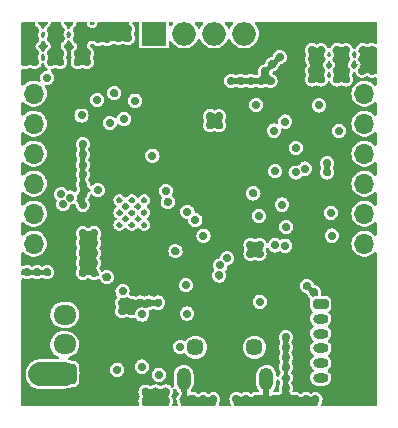
<source format=gbr>
%TF.GenerationSoftware,KiCad,Pcbnew,7.0.8*%
%TF.CreationDate,2024-07-23T00:19:37+04:00*%
%TF.ProjectId,neopixel_eliot_hat,6e656f70-6978-4656-9c5f-656c696f745f,rev?*%
%TF.SameCoordinates,Original*%
%TF.FileFunction,Copper,L2,Inr*%
%TF.FilePolarity,Positive*%
%FSLAX46Y46*%
G04 Gerber Fmt 4.6, Leading zero omitted, Abs format (unit mm)*
G04 Created by KiCad (PCBNEW 7.0.8) date 2024-07-23 00:19:37*
%MOMM*%
%LPD*%
G01*
G04 APERTURE LIST*
G04 Aperture macros list*
%AMRoundRect*
0 Rectangle with rounded corners*
0 $1 Rounding radius*
0 $2 $3 $4 $5 $6 $7 $8 $9 X,Y pos of 4 corners*
0 Add a 4 corners polygon primitive as box body*
4,1,4,$2,$3,$4,$5,$6,$7,$8,$9,$2,$3,0*
0 Add four circle primitives for the rounded corners*
1,1,$1+$1,$2,$3*
1,1,$1+$1,$4,$5*
1,1,$1+$1,$6,$7*
1,1,$1+$1,$8,$9*
0 Add four rect primitives between the rounded corners*
20,1,$1+$1,$2,$3,$4,$5,0*
20,1,$1+$1,$4,$5,$6,$7,0*
20,1,$1+$1,$6,$7,$8,$9,0*
20,1,$1+$1,$8,$9,$2,$3,0*%
G04 Aperture macros list end*
%TA.AperFunction,ComponentPad*%
%ADD10R,2.000000X2.000000*%
%TD*%
%TA.AperFunction,ComponentPad*%
%ADD11O,2.000000X2.000000*%
%TD*%
%TA.AperFunction,ComponentPad*%
%ADD12O,1.700000X1.700000*%
%TD*%
%TA.AperFunction,ComponentPad*%
%ADD13O,1.200000X1.900000*%
%TD*%
%TA.AperFunction,ComponentPad*%
%ADD14C,1.450000*%
%TD*%
%TA.AperFunction,ComponentPad*%
%ADD15C,0.500000*%
%TD*%
%TA.AperFunction,ComponentPad*%
%ADD16RoundRect,0.250000X0.725000X-0.600000X0.725000X0.600000X-0.725000X0.600000X-0.725000X-0.600000X0*%
%TD*%
%TA.AperFunction,ComponentPad*%
%ADD17O,1.950000X1.700000*%
%TD*%
%TA.AperFunction,ComponentPad*%
%ADD18RoundRect,0.200000X-0.450000X0.200000X-0.450000X-0.200000X0.450000X-0.200000X0.450000X0.200000X0*%
%TD*%
%TA.AperFunction,ComponentPad*%
%ADD19O,1.300000X0.800000*%
%TD*%
%TA.AperFunction,ViaPad*%
%ADD20C,0.700000*%
%TD*%
%TA.AperFunction,Conductor*%
%ADD21C,2.000000*%
%TD*%
G04 APERTURE END LIST*
D10*
%TO.N,GND*%
%TO.C,J2*%
X100425500Y-53819500D03*
D11*
%TO.N,unconnected-(J2-3.3V-Pad2)*%
X102965500Y-53819500D03*
D12*
%TO.N,/SPI_SCK*%
X90235500Y-58899500D03*
%TO.N,/SPI_MOSI*%
X90235500Y-61439500D03*
%TO.N,/SPI_MISO*%
X90235500Y-63979500D03*
%TO.N,/SPI_CS*%
X90235500Y-66519500D03*
%TO.N,/I2C_SCL*%
X90235500Y-69059500D03*
%TO.N,/I2C_SDA*%
X90235500Y-71599500D03*
%TO.N,/MCU_GPIO1*%
X118235500Y-71599500D03*
%TO.N,/MCU_GPIO2*%
X118235500Y-69059500D03*
%TO.N,/MCU_GPIO3*%
X118235500Y-66519500D03*
%TO.N,/MCU_GPIO4*%
X118235500Y-63979500D03*
%TO.N,unconnected-(J2-GPIO_5-Pad13)*%
X118235500Y-61439500D03*
%TO.N,unconnected-(J2-GPIO_6-Pad14)*%
X118235500Y-58899500D03*
D11*
%TO.N,+5V_MCU*%
X105505500Y-53819500D03*
X108045500Y-53819500D03*
%TD*%
D13*
%TO.N,GND*%
%TO.C,J5*%
X109925500Y-83067000D03*
D14*
X108925500Y-80367000D03*
X103925500Y-80367000D03*
D13*
X102925500Y-83067000D03*
%TD*%
D15*
%TO.N,GND*%
%TO.C,U5*%
X99585500Y-70019500D03*
X99585500Y-68969500D03*
X99585500Y-67919500D03*
X98535500Y-70019500D03*
X98535500Y-68969500D03*
X98535500Y-67919500D03*
X97485500Y-70019500D03*
X97485500Y-68969500D03*
X97485500Y-67919500D03*
%TD*%
D16*
%TO.N,GND*%
%TO.C,J1*%
X92860500Y-82619500D03*
D17*
%TO.N,/DATA_5V*%
X92860500Y-80119500D03*
%TO.N,+5V_MCU*%
X92860500Y-77619500D03*
%TD*%
D18*
%TO.N,+3V3*%
%TO.C,J7*%
X114535500Y-76719500D03*
D19*
%TO.N,/JTCK_SIG*%
X114535500Y-77969500D03*
%TO.N,/JTMS_SIG*%
X114535500Y-79219500D03*
%TO.N,/JTD0_SIG*%
X114535500Y-80469500D03*
%TO.N,/JTDI_SIG*%
X114535500Y-81719500D03*
%TO.N,GND*%
X114535500Y-82969500D03*
%TD*%
D20*
%TO.N,+3V3*%
X104610500Y-70919500D03*
X115485500Y-70919500D03*
X100285500Y-64144500D03*
X100835500Y-82694500D03*
X110562647Y-62032000D03*
X116085500Y-62044500D03*
X98810500Y-59495000D03*
%TO.N,GND*%
X101410500Y-84119500D03*
X89535500Y-55469500D03*
X99710500Y-84894500D03*
X111585500Y-84779500D03*
X109060500Y-84779500D03*
X115090500Y-65564500D03*
X108610500Y-57819500D03*
X92485500Y-56219500D03*
X114560500Y-56944500D03*
X91260500Y-82269500D03*
X115090500Y-64789500D03*
X99710500Y-84119500D03*
X111585500Y-83819500D03*
X90310500Y-55469500D03*
X95690500Y-54254500D03*
X94385500Y-67444500D03*
X91385500Y-74019500D03*
X118085500Y-55219500D03*
X100560500Y-84119500D03*
X101585500Y-68069500D03*
X100010500Y-76594500D03*
X113785500Y-56944500D03*
X94385500Y-64044500D03*
X96465500Y-53504500D03*
X95690500Y-53504500D03*
X118860500Y-55219500D03*
X94675500Y-54254500D03*
X100785500Y-76594500D03*
X109360500Y-72469500D03*
X92500500Y-54254500D03*
X96465500Y-54254500D03*
X94385500Y-73219500D03*
X97735500Y-76594500D03*
X91710500Y-56219500D03*
X105160500Y-60819500D03*
X111585500Y-79534500D03*
X110435500Y-56419500D03*
X114570500Y-55984500D03*
X114085500Y-84779500D03*
X91725500Y-53504500D03*
X94385500Y-71519500D03*
X113960500Y-75719500D03*
X118085500Y-55969500D03*
X118048000Y-56944500D03*
X94385500Y-70719500D03*
X104585500Y-84779500D03*
X108835500Y-67344500D03*
X90350500Y-54304500D03*
X90485500Y-82269500D03*
X100560500Y-84894500D03*
X93960500Y-56219500D03*
X113795500Y-55984500D03*
X105948500Y-74292240D03*
X111585500Y-80384500D03*
X94675500Y-53504500D03*
X94385500Y-72369500D03*
X97415500Y-53444500D03*
X96435500Y-74444500D03*
X94385500Y-63194500D03*
X110775500Y-84779500D03*
X112435500Y-63494500D03*
X94385500Y-64944500D03*
X97415500Y-54194500D03*
X111585500Y-82044500D03*
X95335500Y-70719500D03*
X94385500Y-68294500D03*
X98190500Y-54194500D03*
X105935500Y-60819500D03*
X89575500Y-54304500D03*
X91260500Y-83019500D03*
X111060500Y-55819500D03*
X90310500Y-56219500D03*
X116685500Y-57694500D03*
X113285500Y-84779500D03*
X95335500Y-71519500D03*
X114570500Y-55234500D03*
X115910500Y-55969500D03*
X94385500Y-66594500D03*
X109835500Y-57019500D03*
X102635000Y-80344500D03*
X94385500Y-65744500D03*
X90535500Y-74019500D03*
X109910500Y-84779500D03*
X107760500Y-57819500D03*
X102925500Y-84779500D03*
X93900500Y-54254500D03*
X115910500Y-55219500D03*
X111585500Y-81234500D03*
X116685500Y-55219500D03*
X97310000Y-82269500D03*
X99260500Y-76594500D03*
X98510500Y-76594500D03*
X105435500Y-84779500D03*
X118860500Y-55969500D03*
X108210500Y-84779500D03*
X94735500Y-56219500D03*
X115910500Y-56944500D03*
X110285500Y-57819500D03*
X92485500Y-55469500D03*
X95335500Y-73219500D03*
X103735500Y-84779500D03*
X109460500Y-57819500D03*
X94735500Y-55469500D03*
X106950500Y-57819500D03*
X115910500Y-57694500D03*
X113795500Y-55234500D03*
X94385500Y-74069500D03*
X97735500Y-77319500D03*
X113360500Y-75169500D03*
X105160500Y-61569500D03*
X102235500Y-72219500D03*
X112435500Y-84779500D03*
X111260000Y-68294500D03*
X118898000Y-56944500D03*
X108585500Y-72469500D03*
X101410500Y-84894500D03*
X116685500Y-56944500D03*
X92500500Y-53504500D03*
X89575500Y-53554500D03*
X105935500Y-61569500D03*
X89535500Y-56219500D03*
X95335500Y-72369500D03*
X111610000Y-70170000D03*
X109360500Y-71719500D03*
X95335500Y-74069500D03*
X89685500Y-74019500D03*
X91710500Y-55469500D03*
X98510500Y-77319500D03*
X98190500Y-53444500D03*
X90350500Y-53554500D03*
X93960500Y-55469500D03*
X93900500Y-53504500D03*
X108585500Y-71719500D03*
X91725500Y-54254500D03*
X111585500Y-82969500D03*
X107400500Y-84779500D03*
X116685500Y-55969500D03*
X97060500Y-58844000D03*
X113785500Y-57694500D03*
X114560500Y-57694500D03*
X90485500Y-83019500D03*
%TO.N,+5V_MCU*%
X93285500Y-67694500D03*
X92560500Y-67419500D03*
X92735500Y-68244500D03*
%TO.N,/EN*%
X109310500Y-69244500D03*
%TO.N,/D-*%
X106623275Y-72831169D03*
X103921376Y-69580376D03*
%TO.N,/D+*%
X106035500Y-73444500D03*
X103249624Y-68908624D03*
%TO.N,/GPIO0*%
X109080379Y-59851798D03*
%TO.N,/SIGNAL_LED*%
X110684911Y-65471089D03*
X110660500Y-71744500D03*
X99395945Y-82014000D03*
X103210500Y-77519500D03*
X99410500Y-77595000D03*
%TO.N,/RTS*%
X95660500Y-67074500D03*
X101420500Y-67119000D03*
%TO.N,/U0RXD*%
X97885500Y-61045000D03*
%TO.N,/U0TXD*%
X96679759Y-61370000D03*
%TO.N,VBUS_REV*%
X109380500Y-76514500D03*
X97760500Y-75619500D03*
X103110500Y-75119500D03*
%TO.N,/SPI_MISO*%
X95608088Y-59420000D03*
X94285500Y-60744000D03*
%TO.N,/SPI_CS*%
X91385500Y-57545000D03*
%TO.N,/JTMS_SIG*%
X112410000Y-65570000D03*
%TO.N,/JTCK_SIG*%
X111509531Y-71772801D03*
X111535500Y-61269000D03*
%TO.N,/JTD0_SIG*%
X115386000Y-68994500D03*
X114410500Y-59894500D03*
%TO.N,/JTDI_SIG*%
X113196165Y-65248133D03*
%TD*%
D21*
%TO.N,GND*%
X92860500Y-82619500D02*
X90815500Y-82619500D01*
X90815500Y-82619500D02*
X90800500Y-82634500D01*
%TD*%
%TA.AperFunction,Conductor*%
%TO.N,GND*%
G36*
X99784377Y-83781247D02*
G01*
X99815642Y-83789625D01*
X99869407Y-83811895D01*
X99897439Y-83828078D01*
X99908701Y-83836720D01*
X99917406Y-83842841D01*
X99939237Y-83856871D01*
X99939239Y-83856872D01*
X99969242Y-83869091D01*
X100026033Y-83892220D01*
X100094478Y-83906259D01*
X100139732Y-83911398D01*
X100237943Y-83894283D01*
X100303112Y-83869090D01*
X100366522Y-83833480D01*
X100373552Y-83828084D01*
X100401593Y-83811894D01*
X100455356Y-83789625D01*
X100486615Y-83781248D01*
X100544320Y-83773652D01*
X100576680Y-83773652D01*
X100607667Y-83777731D01*
X100617506Y-83778641D01*
X100621136Y-83778836D01*
X100661953Y-83788097D01*
X100719407Y-83811895D01*
X100747439Y-83828078D01*
X100758701Y-83836720D01*
X100767406Y-83842841D01*
X100789237Y-83856871D01*
X100789239Y-83856872D01*
X100819242Y-83869091D01*
X100876033Y-83892220D01*
X100944478Y-83906259D01*
X100989732Y-83911398D01*
X101087943Y-83894283D01*
X101153112Y-83869090D01*
X101216522Y-83833480D01*
X101223552Y-83828084D01*
X101251593Y-83811894D01*
X101305356Y-83789625D01*
X101336615Y-83781248D01*
X101394321Y-83773652D01*
X101426680Y-83773652D01*
X101484377Y-83781247D01*
X101515641Y-83789624D01*
X101569401Y-83811892D01*
X101597434Y-83828076D01*
X101608697Y-83836719D01*
X101643608Y-83863507D01*
X101666498Y-83886398D01*
X101681737Y-83906259D01*
X101684167Y-83909425D01*
X101707347Y-83932563D01*
X101709073Y-83934285D01*
X101742614Y-83995578D01*
X101744749Y-84016493D01*
X101745231Y-84016465D01*
X101745494Y-84020885D01*
X101756346Y-84103313D01*
X101756346Y-84135685D01*
X101748750Y-84193377D01*
X101740372Y-84224642D01*
X101714055Y-84288178D01*
X101703820Y-84307750D01*
X101701892Y-84310749D01*
X101666550Y-84397537D01*
X101666549Y-84397541D01*
X101666548Y-84397544D01*
X101652511Y-84465989D01*
X101647374Y-84511246D01*
X101647373Y-84511246D01*
X101664492Y-84609453D01*
X101664493Y-84609457D01*
X101668799Y-84620593D01*
X101689687Y-84674620D01*
X101699926Y-84692852D01*
X101703144Y-84699477D01*
X101721576Y-84743975D01*
X101740372Y-84789354D01*
X101748750Y-84820620D01*
X101756346Y-84878313D01*
X101756346Y-84910685D01*
X101748750Y-84968378D01*
X101740373Y-84999643D01*
X101709257Y-85074768D01*
X101706201Y-85082145D01*
X101706200Y-85082146D01*
X101701022Y-85097250D01*
X101701022Y-85097251D01*
X101690734Y-85134754D01*
X101689565Y-85139169D01*
X101684877Y-85226637D01*
X101661633Y-85292526D01*
X101606456Y-85335390D01*
X101561055Y-85344000D01*
X99561220Y-85344000D01*
X99494181Y-85324315D01*
X99448426Y-85271511D01*
X99439751Y-85220765D01*
X99437253Y-85220788D01*
X99437199Y-85214698D01*
X99429731Y-85145248D01*
X99429730Y-85145235D01*
X99411745Y-85074771D01*
X99380626Y-84999643D01*
X99372248Y-84968376D01*
X99368302Y-84938405D01*
X99364652Y-84910677D01*
X99364652Y-84878319D01*
X99372247Y-84820620D01*
X99380625Y-84789356D01*
X99380626Y-84789354D01*
X99406946Y-84725811D01*
X99417193Y-84706224D01*
X99419097Y-84703263D01*
X99454446Y-84616467D01*
X99468485Y-84548023D01*
X99473624Y-84502771D01*
X99456509Y-84404559D01*
X99431316Y-84339389D01*
X99431316Y-84339388D01*
X99421076Y-84321154D01*
X99417852Y-84314516D01*
X99411188Y-84298427D01*
X99380625Y-84224641D01*
X99372248Y-84193378D01*
X99372234Y-84193271D01*
X99364652Y-84135677D01*
X99364652Y-84103319D01*
X99372247Y-84045618D01*
X99380624Y-84014358D01*
X99402893Y-83960593D01*
X99419074Y-83932567D01*
X99454509Y-83886388D01*
X99477383Y-83863513D01*
X99523572Y-83828071D01*
X99551588Y-83811896D01*
X99605358Y-83789624D01*
X99636619Y-83781248D01*
X99694321Y-83773652D01*
X99726680Y-83773652D01*
X99784377Y-83781247D01*
G37*
%TD.AperFunction*%
%TA.AperFunction,Conductor*%
G36*
X102699957Y-83622610D02*
G01*
X102789462Y-83690201D01*
X102897340Y-83720895D01*
X103009021Y-83710546D01*
X103109422Y-83660552D01*
X103175500Y-83588069D01*
X103175500Y-84488257D01*
X103286912Y-84461229D01*
X103412873Y-84403704D01*
X103482031Y-84393760D01*
X103507022Y-84400059D01*
X103569785Y-84423045D01*
X103638820Y-84433811D01*
X103708261Y-84434638D01*
X103711531Y-84434677D01*
X103711531Y-84434676D01*
X103711535Y-84434677D01*
X103719312Y-84433652D01*
X103751678Y-84433652D01*
X103809377Y-84441247D01*
X103840641Y-84449624D01*
X103880151Y-84465990D01*
X103894407Y-84471895D01*
X103922439Y-84488078D01*
X103933701Y-84496720D01*
X103942406Y-84502841D01*
X103964237Y-84516871D01*
X103964239Y-84516872D01*
X103994242Y-84529091D01*
X104051033Y-84552220D01*
X104119478Y-84566259D01*
X104164732Y-84571398D01*
X104262943Y-84554283D01*
X104328112Y-84529090D01*
X104391522Y-84493480D01*
X104398552Y-84488084D01*
X104426593Y-84471894D01*
X104480356Y-84449625D01*
X104511615Y-84441248D01*
X104569321Y-84433652D01*
X104601680Y-84433652D01*
X104659377Y-84441247D01*
X104690641Y-84449624D01*
X104730151Y-84465990D01*
X104744407Y-84471895D01*
X104772439Y-84488078D01*
X104783701Y-84496720D01*
X104792406Y-84502841D01*
X104814237Y-84516871D01*
X104814239Y-84516872D01*
X104844242Y-84529091D01*
X104901033Y-84552220D01*
X104969478Y-84566259D01*
X105014732Y-84571398D01*
X105112943Y-84554283D01*
X105178112Y-84529090D01*
X105241522Y-84493480D01*
X105248552Y-84488084D01*
X105276593Y-84471894D01*
X105330356Y-84449625D01*
X105361615Y-84441248D01*
X105419321Y-84433652D01*
X105451680Y-84433652D01*
X105509377Y-84441247D01*
X105540641Y-84449624D01*
X105594404Y-84471893D01*
X105622439Y-84488079D01*
X105668606Y-84523505D01*
X105691493Y-84546393D01*
X105726918Y-84592559D01*
X105743104Y-84620593D01*
X105765372Y-84674353D01*
X105773750Y-84705620D01*
X105781346Y-84763313D01*
X105781346Y-84795685D01*
X105773750Y-84853378D01*
X105765372Y-84884644D01*
X105743106Y-84938400D01*
X105726923Y-84966431D01*
X105709631Y-84988966D01*
X105709627Y-84988972D01*
X105676858Y-85045343D01*
X105676858Y-85045344D01*
X105652502Y-85103173D01*
X105640403Y-85139164D01*
X105640403Y-85139165D01*
X105635715Y-85226637D01*
X105612471Y-85292527D01*
X105557294Y-85335390D01*
X105511893Y-85344000D01*
X102853474Y-85344000D01*
X102786435Y-85324315D01*
X102740680Y-85271511D01*
X102729529Y-85223690D01*
X102729292Y-85215766D01*
X102729293Y-85215760D01*
X102712175Y-85117550D01*
X102686981Y-85052383D01*
X102651374Y-84988978D01*
X102634078Y-84966438D01*
X102617894Y-84938405D01*
X102606411Y-84910683D01*
X102595625Y-84884643D01*
X102587248Y-84853378D01*
X102582936Y-84820623D01*
X102579652Y-84795677D01*
X102579652Y-84763319D01*
X102587247Y-84705618D01*
X102595625Y-84674355D01*
X102617892Y-84620597D01*
X102617894Y-84620590D01*
X102634074Y-84592565D01*
X102699923Y-84506752D01*
X102699922Y-84506751D01*
X102725103Y-84473937D01*
X102729892Y-84465958D01*
X102743168Y-84448135D01*
X102773748Y-84385313D01*
X102789952Y-84342749D01*
X102797329Y-84248568D01*
X102797737Y-84243365D01*
X102797736Y-84243364D01*
X102797737Y-84243362D01*
X102789499Y-84173980D01*
X102780118Y-84129407D01*
X102732933Y-84041590D01*
X102732931Y-84041586D01*
X102703817Y-84006267D01*
X102676365Y-83942017D01*
X102675500Y-83927396D01*
X102675500Y-83583110D01*
X102699957Y-83622610D01*
G37*
%TD.AperFunction*%
%TA.AperFunction,Conductor*%
G36*
X111659377Y-79196247D02*
G01*
X111690641Y-79204624D01*
X111744404Y-79226893D01*
X111772439Y-79243079D01*
X111818606Y-79278505D01*
X111841493Y-79301392D01*
X111876919Y-79347559D01*
X111893106Y-79375596D01*
X111915373Y-79429355D01*
X111923750Y-79460620D01*
X111931346Y-79518313D01*
X111931346Y-79550685D01*
X111923750Y-79608378D01*
X111915372Y-79639644D01*
X111893104Y-79693405D01*
X111876923Y-79721433D01*
X111868283Y-79732695D01*
X111862162Y-79741400D01*
X111848129Y-79763232D01*
X111830452Y-79806637D01*
X111812776Y-79850039D01*
X111812775Y-79850042D01*
X111812775Y-79850043D01*
X111798738Y-79918485D01*
X111793599Y-79963737D01*
X111793600Y-79963741D01*
X111810717Y-80061944D01*
X111810719Y-80061953D01*
X111835910Y-80127115D01*
X111871525Y-80190531D01*
X111876919Y-80197560D01*
X111893104Y-80225593D01*
X111915372Y-80279353D01*
X111923750Y-80310620D01*
X111931346Y-80368313D01*
X111931346Y-80400685D01*
X111923750Y-80458378D01*
X111915372Y-80489644D01*
X111893104Y-80543405D01*
X111876923Y-80571433D01*
X111868283Y-80582695D01*
X111862755Y-80590557D01*
X111862162Y-80591400D01*
X111848129Y-80613232D01*
X111830452Y-80656637D01*
X111812776Y-80700039D01*
X111812775Y-80700042D01*
X111812775Y-80700043D01*
X111798738Y-80768485D01*
X111793599Y-80813737D01*
X111793600Y-80813741D01*
X111810717Y-80911944D01*
X111810719Y-80911953D01*
X111835912Y-80977118D01*
X111871519Y-81040522D01*
X111871522Y-81040526D01*
X111876918Y-81047558D01*
X111893103Y-81075592D01*
X111915371Y-81129353D01*
X111923749Y-81160617D01*
X111931346Y-81218311D01*
X111931346Y-81250684D01*
X111923751Y-81308375D01*
X111915373Y-81339643D01*
X111892487Y-81394894D01*
X111879368Y-81418754D01*
X111877508Y-81421400D01*
X111863470Y-81443243D01*
X111863468Y-81443247D01*
X111828123Y-81530037D01*
X111814085Y-81598485D01*
X111814085Y-81598486D01*
X111809726Y-81636878D01*
X111808947Y-81643736D01*
X111818228Y-81696989D01*
X111826063Y-81741948D01*
X111838648Y-81774500D01*
X111851256Y-81807114D01*
X111885039Y-81867270D01*
X111888260Y-81873901D01*
X111915373Y-81939357D01*
X111923750Y-81970622D01*
X111927173Y-81996617D01*
X111930447Y-82021489D01*
X111931346Y-82028312D01*
X111931346Y-82060684D01*
X111923751Y-82118375D01*
X111915373Y-82149642D01*
X111911475Y-82159054D01*
X111893103Y-82203407D01*
X111876919Y-82231437D01*
X111854358Y-82260841D01*
X111839503Y-82280201D01*
X111833379Y-82288910D01*
X111819350Y-82310740D01*
X111784000Y-82397540D01*
X111777671Y-82428402D01*
X111770023Y-82465694D01*
X111769963Y-82465985D01*
X111764824Y-82511237D01*
X111764825Y-82511241D01*
X111781942Y-82609444D01*
X111781944Y-82609453D01*
X111807137Y-82674618D01*
X111842738Y-82738012D01*
X111842749Y-82738029D01*
X111876917Y-82782556D01*
X111893103Y-82810591D01*
X111915372Y-82864354D01*
X111923750Y-82895619D01*
X111931346Y-82953311D01*
X111931346Y-82985684D01*
X111923750Y-83043378D01*
X111915372Y-83074644D01*
X111893104Y-83128405D01*
X111876923Y-83156433D01*
X111868283Y-83167695D01*
X111862162Y-83176400D01*
X111848129Y-83198232D01*
X111812775Y-83285042D01*
X111811336Y-83292059D01*
X111798738Y-83353484D01*
X111793599Y-83398738D01*
X111793600Y-83398742D01*
X111806654Y-83473633D01*
X111810718Y-83496951D01*
X111835913Y-83562120D01*
X111844644Y-83577666D01*
X111871522Y-83625527D01*
X111871524Y-83625529D01*
X111876921Y-83632563D01*
X111893105Y-83660596D01*
X111915372Y-83714354D01*
X111923750Y-83745619D01*
X111928721Y-83783378D01*
X111931346Y-83803311D01*
X111931346Y-83835684D01*
X111923750Y-83893379D01*
X111915787Y-83923104D01*
X111915850Y-83923127D01*
X111915579Y-83923879D01*
X111915379Y-83924628D01*
X111914859Y-83925883D01*
X111914854Y-83925894D01*
X111914851Y-83925904D01*
X111914847Y-83925916D01*
X111914847Y-83925917D01*
X111900614Y-83972340D01*
X111900610Y-83972356D01*
X111891182Y-84018325D01*
X111887779Y-84039320D01*
X111887779Y-84039332D01*
X111895480Y-84138711D01*
X111895482Y-84138721D01*
X111914368Y-84205991D01*
X111930538Y-84248568D01*
X111948323Y-84272033D01*
X111990755Y-84328017D01*
X111990757Y-84328019D01*
X111990756Y-84328019D01*
X112007814Y-84343158D01*
X112043011Y-84374397D01*
X112079635Y-84401475D01*
X112164536Y-84432566D01*
X112173247Y-84435756D01*
X112173251Y-84435757D01*
X112242281Y-84446521D01*
X112314991Y-84447386D01*
X112314991Y-84447385D01*
X112314995Y-84447386D01*
X112419319Y-84433652D01*
X112451678Y-84433652D01*
X112509377Y-84441247D01*
X112540641Y-84449624D01*
X112580151Y-84465990D01*
X112594407Y-84471895D01*
X112622439Y-84488078D01*
X112633701Y-84496720D01*
X112642406Y-84502841D01*
X112664237Y-84516871D01*
X112664239Y-84516872D01*
X112694242Y-84529091D01*
X112751033Y-84552220D01*
X112819478Y-84566259D01*
X112864732Y-84571398D01*
X112962943Y-84554283D01*
X113028112Y-84529090D01*
X113091522Y-84493480D01*
X113098552Y-84488084D01*
X113126593Y-84471894D01*
X113180356Y-84449625D01*
X113211615Y-84441248D01*
X113269321Y-84433652D01*
X113301680Y-84433652D01*
X113359377Y-84441247D01*
X113390639Y-84449624D01*
X113447368Y-84473121D01*
X113466948Y-84483363D01*
X113467398Y-84483652D01*
X113467412Y-84483662D01*
X113489243Y-84497691D01*
X113576028Y-84533035D01*
X113604795Y-84538936D01*
X113644470Y-84547075D01*
X113674640Y-84550501D01*
X113689725Y-84552214D01*
X113689725Y-84552213D01*
X113689726Y-84552214D01*
X113787933Y-84535102D01*
X113792225Y-84533443D01*
X113853106Y-84509909D01*
X113901292Y-84482848D01*
X113907912Y-84479632D01*
X113963601Y-84456565D01*
X113980355Y-84449626D01*
X114011619Y-84441248D01*
X114069321Y-84433652D01*
X114101680Y-84433652D01*
X114159377Y-84441247D01*
X114190641Y-84449624D01*
X114244404Y-84471893D01*
X114272439Y-84488079D01*
X114318606Y-84523505D01*
X114341493Y-84546393D01*
X114376918Y-84592559D01*
X114393104Y-84620593D01*
X114415372Y-84674353D01*
X114423750Y-84705620D01*
X114431346Y-84763313D01*
X114431346Y-84795685D01*
X114423750Y-84853378D01*
X114415372Y-84884644D01*
X114393106Y-84938400D01*
X114376923Y-84966431D01*
X114359631Y-84988966D01*
X114359627Y-84988972D01*
X114326858Y-85045343D01*
X114326858Y-85045344D01*
X114302502Y-85103173D01*
X114290403Y-85139164D01*
X114290403Y-85139165D01*
X114285715Y-85226637D01*
X114262471Y-85292527D01*
X114207294Y-85335390D01*
X114161893Y-85344000D01*
X107328474Y-85344000D01*
X107261435Y-85324315D01*
X107215680Y-85271511D01*
X107204529Y-85223690D01*
X107204292Y-85215766D01*
X107204293Y-85215760D01*
X107187175Y-85117550D01*
X107161981Y-85052383D01*
X107126374Y-84988978D01*
X107109078Y-84966438D01*
X107092894Y-84938405D01*
X107081411Y-84910683D01*
X107070625Y-84884643D01*
X107062248Y-84853378D01*
X107057936Y-84820623D01*
X107054652Y-84795677D01*
X107054652Y-84763319D01*
X107062247Y-84705618D01*
X107070624Y-84674358D01*
X107092893Y-84620593D01*
X107109074Y-84592567D01*
X107144509Y-84546388D01*
X107167383Y-84523513D01*
X107213572Y-84488071D01*
X107241588Y-84471896D01*
X107295358Y-84449624D01*
X107326619Y-84441248D01*
X107384321Y-84433652D01*
X107416680Y-84433652D01*
X107474377Y-84441247D01*
X107505641Y-84449624D01*
X107545148Y-84465989D01*
X107560892Y-84472510D01*
X107584764Y-84485637D01*
X107587406Y-84487495D01*
X107609237Y-84501525D01*
X107696033Y-84536874D01*
X107764478Y-84550913D01*
X107809732Y-84556052D01*
X107907943Y-84538937D01*
X107973112Y-84513744D01*
X107973122Y-84513738D01*
X107973125Y-84513737D01*
X108018811Y-84488079D01*
X108033273Y-84479956D01*
X108039903Y-84476736D01*
X108105355Y-84449625D01*
X108136619Y-84441248D01*
X108194321Y-84433652D01*
X108226680Y-84433652D01*
X108284377Y-84441247D01*
X108315641Y-84449624D01*
X108355151Y-84465990D01*
X108369407Y-84471895D01*
X108397439Y-84488078D01*
X108408701Y-84496720D01*
X108417406Y-84502841D01*
X108439237Y-84516871D01*
X108439239Y-84516872D01*
X108469242Y-84529091D01*
X108526033Y-84552220D01*
X108594478Y-84566259D01*
X108639732Y-84571398D01*
X108737943Y-84554283D01*
X108803112Y-84529090D01*
X108866522Y-84493480D01*
X108873552Y-84488084D01*
X108901593Y-84471894D01*
X108955356Y-84449625D01*
X108986613Y-84441249D01*
X109044319Y-84433652D01*
X109076676Y-84433652D01*
X109151863Y-84443551D01*
X109154901Y-84443951D01*
X109166051Y-84444924D01*
X109167097Y-84444969D01*
X109193321Y-84446106D01*
X109287151Y-84432566D01*
X109353252Y-84409931D01*
X109353253Y-84409930D01*
X109355871Y-84409034D01*
X109356179Y-84409935D01*
X109421965Y-84404052D01*
X109459766Y-84418280D01*
X109466461Y-84422145D01*
X109664987Y-84490856D01*
X109675500Y-84492367D01*
X109675500Y-83583110D01*
X109699957Y-83622610D01*
X109789462Y-83690201D01*
X109897340Y-83720895D01*
X110009021Y-83710546D01*
X110109422Y-83660552D01*
X110175500Y-83588069D01*
X110175500Y-84488257D01*
X110286912Y-84461229D01*
X110403782Y-84407856D01*
X110472940Y-84397912D01*
X110497931Y-84404211D01*
X110565336Y-84428897D01*
X110634371Y-84439663D01*
X110646490Y-84439807D01*
X110707083Y-84440528D01*
X110707083Y-84440527D01*
X110707088Y-84440528D01*
X110759317Y-84433652D01*
X110791675Y-84433652D01*
X110853695Y-84441817D01*
X110902233Y-84443551D01*
X110946829Y-84440895D01*
X110949083Y-84440761D01*
X110951378Y-84440528D01*
X110970251Y-84438613D01*
X111027889Y-84418280D01*
X111064260Y-84405450D01*
X111064262Y-84405448D01*
X111064264Y-84405448D01*
X111116598Y-84374398D01*
X111124353Y-84369797D01*
X111138644Y-84359492D01*
X111161297Y-84343158D01*
X111222456Y-84264431D01*
X111249923Y-84209562D01*
X111253731Y-84201955D01*
X111270409Y-84159566D01*
X111270409Y-84159565D01*
X111279295Y-84060273D01*
X111271827Y-83990804D01*
X111253844Y-83920341D01*
X111253842Y-83920336D01*
X111252543Y-83916433D01*
X111247260Y-83893467D01*
X111239652Y-83835677D01*
X111239652Y-83803318D01*
X111247248Y-83745619D01*
X111255624Y-83714358D01*
X111257203Y-83710546D01*
X111277896Y-83660587D01*
X111294081Y-83632557D01*
X111302719Y-83621301D01*
X111302721Y-83621299D01*
X111308840Y-83612596D01*
X111308864Y-83612559D01*
X111322871Y-83590763D01*
X111358220Y-83503967D01*
X111372259Y-83435522D01*
X111377398Y-83390268D01*
X111360283Y-83292057D01*
X111335090Y-83226888D01*
X111335088Y-83226884D01*
X111335088Y-83226883D01*
X111306737Y-83176400D01*
X111299481Y-83163479D01*
X111294080Y-83156441D01*
X111277896Y-83128409D01*
X111250613Y-83062540D01*
X111231868Y-83028926D01*
X111216408Y-82960792D01*
X111233525Y-82905258D01*
X111250613Y-82876460D01*
X111277896Y-82810589D01*
X111294080Y-82782557D01*
X111331491Y-82733806D01*
X111337612Y-82725101D01*
X111351644Y-82703268D01*
X111386998Y-82616462D01*
X111401036Y-82548017D01*
X111406174Y-82502764D01*
X111389057Y-82404553D01*
X111363863Y-82339384D01*
X111335517Y-82288910D01*
X111328254Y-82275976D01*
X111328250Y-82275971D01*
X111294081Y-82231441D01*
X111277895Y-82203407D01*
X111255626Y-82149645D01*
X111247248Y-82118378D01*
X111244238Y-82095514D01*
X111239652Y-82060678D01*
X111239652Y-82028319D01*
X111247247Y-81970622D01*
X111255625Y-81939357D01*
X111278509Y-81884109D01*
X111291641Y-81860230D01*
X111293497Y-81857591D01*
X111299114Y-81848849D01*
X111307525Y-81835763D01*
X111342874Y-81748967D01*
X111356913Y-81680522D01*
X111362052Y-81635268D01*
X111360175Y-81624500D01*
X111344937Y-81537059D01*
X111344937Y-81537057D01*
X111319744Y-81471888D01*
X111285956Y-81411723D01*
X111282734Y-81405090D01*
X111255626Y-81339644D01*
X111247248Y-81308378D01*
X111247248Y-81308375D01*
X111239652Y-81250677D01*
X111239652Y-81218319D01*
X111247247Y-81160620D01*
X111255624Y-81129358D01*
X111255626Y-81129353D01*
X111277896Y-81075587D01*
X111294081Y-81047557D01*
X111302719Y-81036301D01*
X111302721Y-81036299D01*
X111308840Y-81027596D01*
X111308841Y-81027595D01*
X111322871Y-81005763D01*
X111358220Y-80918967D01*
X111372259Y-80850522D01*
X111377398Y-80805268D01*
X111360283Y-80707057D01*
X111335090Y-80641888D01*
X111306737Y-80591400D01*
X111299481Y-80578479D01*
X111294083Y-80571445D01*
X111277900Y-80543418D01*
X111255622Y-80489635D01*
X111247248Y-80458378D01*
X111239652Y-80400677D01*
X111239652Y-80368319D01*
X111247247Y-80310620D01*
X111255624Y-80279358D01*
X111255626Y-80279353D01*
X111277896Y-80225587D01*
X111294081Y-80197557D01*
X111302719Y-80186301D01*
X111302721Y-80186299D01*
X111308840Y-80177596D01*
X111313391Y-80170514D01*
X111322871Y-80155763D01*
X111358220Y-80068967D01*
X111372259Y-80000522D01*
X111377398Y-79955268D01*
X111360283Y-79857057D01*
X111335090Y-79791888D01*
X111306737Y-79741400D01*
X111299481Y-79728479D01*
X111294083Y-79721445D01*
X111277900Y-79693418D01*
X111255622Y-79639635D01*
X111247248Y-79608378D01*
X111239652Y-79550677D01*
X111239652Y-79518319D01*
X111247247Y-79460618D01*
X111255624Y-79429358D01*
X111277893Y-79375593D01*
X111294074Y-79347567D01*
X111329509Y-79301388D01*
X111352383Y-79278513D01*
X111398572Y-79243071D01*
X111426588Y-79226896D01*
X111480358Y-79204624D01*
X111511619Y-79196248D01*
X111569321Y-79188652D01*
X111601680Y-79188652D01*
X111659377Y-79196247D01*
G37*
%TD.AperFunction*%
%TA.AperFunction,Conductor*%
G36*
X90848997Y-81621978D02*
G01*
X90857210Y-81622904D01*
X90863155Y-81623405D01*
X90864344Y-81623506D01*
X90878440Y-81624299D01*
X90885611Y-81624500D01*
X90885613Y-81624500D01*
X91304566Y-81624500D01*
X91371605Y-81644185D01*
X91417360Y-81696989D01*
X91427304Y-81766147D01*
X91422272Y-81787504D01*
X91395994Y-81866802D01*
X91395993Y-81866809D01*
X91385500Y-81969513D01*
X91385500Y-82369500D01*
X92456531Y-82369500D01*
X92423981Y-82420149D01*
X92385500Y-82551205D01*
X92385500Y-82687795D01*
X92423981Y-82818851D01*
X92456531Y-82869500D01*
X91385501Y-82869500D01*
X91385501Y-83269486D01*
X91395994Y-83372197D01*
X91422271Y-83451496D01*
X91424673Y-83521325D01*
X91388941Y-83581366D01*
X91326420Y-83612559D01*
X91304565Y-83614500D01*
X91022646Y-83614500D01*
X91006917Y-83615472D01*
X91006915Y-83615472D01*
X90966775Y-83620449D01*
X90963316Y-83620780D01*
X90789221Y-83632518D01*
X90766997Y-83632019D01*
X90611195Y-83614465D01*
X90589415Y-83610006D01*
X90439261Y-83564916D01*
X90418630Y-83556640D01*
X90278932Y-83485461D01*
X90260108Y-83473633D01*
X90135364Y-83378652D01*
X90118956Y-83363655D01*
X90111165Y-83355131D01*
X90013177Y-83247928D01*
X89999717Y-83230250D01*
X89916301Y-83097492D01*
X89906209Y-83077685D01*
X89847842Y-82932177D01*
X89841449Y-82910888D01*
X89840296Y-82905255D01*
X89809997Y-82757284D01*
X89807508Y-82735206D01*
X89803990Y-82578438D01*
X89805486Y-82556262D01*
X89830012Y-82401412D01*
X89835439Y-82379876D01*
X89887227Y-82231878D01*
X89896419Y-82211643D01*
X89948776Y-82119369D01*
X89973796Y-82075274D01*
X89986451Y-82057007D01*
X90016105Y-82021489D01*
X90020540Y-82015863D01*
X90028968Y-82004533D01*
X90029326Y-82004021D01*
X90041253Y-81989483D01*
X90049214Y-81981157D01*
X90057715Y-81971647D01*
X90063552Y-81964653D01*
X90067276Y-81960578D01*
X90104039Y-81923817D01*
X90157305Y-81868103D01*
X90176317Y-81851866D01*
X90199563Y-81835762D01*
X90239683Y-81807967D01*
X90297243Y-81766147D01*
X90302051Y-81762654D01*
X90323656Y-81750072D01*
X90393842Y-81718192D01*
X90463303Y-81684742D01*
X90486797Y-81676224D01*
X90545752Y-81661368D01*
X90561551Y-81657388D01*
X90600432Y-81646656D01*
X90635862Y-81636877D01*
X90660511Y-81632690D01*
X90737402Y-81627507D01*
X90768042Y-81624750D01*
X90773602Y-81624500D01*
X90775627Y-81624500D01*
X90775628Y-81624500D01*
X90788378Y-81624070D01*
X90826784Y-81621480D01*
X90848997Y-81621978D01*
G37*
%TD.AperFunction*%
%TA.AperFunction,Conductor*%
G36*
X97383877Y-81931247D02*
G01*
X97415142Y-81939625D01*
X97468905Y-81961894D01*
X97496939Y-81978079D01*
X97543102Y-82013501D01*
X97565992Y-82036390D01*
X97601419Y-82082559D01*
X97617585Y-82110546D01*
X97618085Y-82111754D01*
X97639872Y-82164353D01*
X97648250Y-82195619D01*
X97655846Y-82253313D01*
X97655846Y-82285684D01*
X97648251Y-82343375D01*
X97639873Y-82374643D01*
X97617603Y-82428407D01*
X97601419Y-82456439D01*
X97594095Y-82465984D01*
X97565994Y-82502605D01*
X97543107Y-82525492D01*
X97496939Y-82560919D01*
X97468902Y-82577106D01*
X97415143Y-82599373D01*
X97383878Y-82607750D01*
X97326185Y-82615346D01*
X97293813Y-82615346D01*
X97236120Y-82607750D01*
X97204855Y-82599373D01*
X97151094Y-82577104D01*
X97123059Y-82560919D01*
X97076892Y-82525493D01*
X97054005Y-82502606D01*
X97018579Y-82456439D01*
X97002395Y-82428407D01*
X96980123Y-82374638D01*
X96971748Y-82343378D01*
X96971748Y-82343375D01*
X96964152Y-82285677D01*
X96964152Y-82253319D01*
X96971747Y-82195618D01*
X96980124Y-82164358D01*
X97002393Y-82110593D01*
X97018574Y-82082567D01*
X97054009Y-82036388D01*
X97076883Y-82013513D01*
X97123072Y-81978071D01*
X97151088Y-81961896D01*
X97204858Y-81939624D01*
X97236119Y-81931248D01*
X97293821Y-81923652D01*
X97326180Y-81923652D01*
X97383877Y-81931247D01*
G37*
%TD.AperFunction*%
%TA.AperFunction,Conductor*%
G36*
X102646089Y-80014915D02*
G01*
X102698346Y-80061294D01*
X102717232Y-80128563D01*
X102715359Y-80148614D01*
X102714502Y-80153470D01*
X102695821Y-80366999D01*
X102695821Y-80367002D01*
X102711871Y-80550457D01*
X102698104Y-80618957D01*
X102649489Y-80669140D01*
X102581460Y-80685073D01*
X102572158Y-80684203D01*
X102561121Y-80682750D01*
X102529855Y-80674373D01*
X102517221Y-80669140D01*
X102476094Y-80652104D01*
X102448059Y-80635919D01*
X102401892Y-80600493D01*
X102379005Y-80577606D01*
X102343579Y-80531439D01*
X102327395Y-80503407D01*
X102305123Y-80449638D01*
X102296748Y-80418378D01*
X102290157Y-80368313D01*
X102289152Y-80360677D01*
X102289152Y-80328319D01*
X102296747Y-80270618D01*
X102305124Y-80239358D01*
X102327393Y-80185593D01*
X102343574Y-80157567D01*
X102379009Y-80111388D01*
X102401883Y-80088513D01*
X102448072Y-80053071D01*
X102476088Y-80036896D01*
X102529858Y-80014624D01*
X102561117Y-80006248D01*
X102577056Y-80004150D01*
X102646089Y-80014915D01*
G37*
%TD.AperFunction*%
%TA.AperFunction,Conductor*%
G36*
X98190951Y-76153993D02*
G01*
X98201379Y-76162289D01*
X98217204Y-76176335D01*
X98253828Y-76203413D01*
X98347439Y-76237696D01*
X98416474Y-76248462D01*
X98426862Y-76248585D01*
X98489185Y-76249327D01*
X98489185Y-76249326D01*
X98489191Y-76249327D01*
X98494310Y-76248652D01*
X98526677Y-76248652D01*
X98584373Y-76256247D01*
X98615641Y-76264625D01*
X98636908Y-76273434D01*
X98715562Y-76306014D01*
X98715562Y-76306013D01*
X98747791Y-76319363D01*
X98764919Y-76324333D01*
X98775976Y-76328837D01*
X98844419Y-76342887D01*
X98889679Y-76348033D01*
X98987892Y-76330931D01*
X99007663Y-76323290D01*
X99015255Y-76322657D01*
X99055431Y-76306015D01*
X99055432Y-76306016D01*
X99155357Y-76264624D01*
X99186619Y-76256248D01*
X99244321Y-76248652D01*
X99276680Y-76248652D01*
X99334378Y-76256247D01*
X99365635Y-76264622D01*
X99465562Y-76306014D01*
X99465562Y-76306013D01*
X99497792Y-76319363D01*
X99514919Y-76324333D01*
X99525976Y-76328837D01*
X99594419Y-76342887D01*
X99639679Y-76348033D01*
X99737892Y-76330931D01*
X99757663Y-76323290D01*
X99765255Y-76322657D01*
X99805431Y-76306015D01*
X99805432Y-76306016D01*
X99905357Y-76264624D01*
X99936619Y-76256248D01*
X99994321Y-76248652D01*
X100026680Y-76248652D01*
X100084375Y-76256247D01*
X100115640Y-76264625D01*
X100179185Y-76290946D01*
X100198772Y-76301191D01*
X100201737Y-76303097D01*
X100288533Y-76338446D01*
X100356977Y-76352485D01*
X100402228Y-76357624D01*
X100402228Y-76357623D01*
X100402229Y-76357624D01*
X100500441Y-76340509D01*
X100565611Y-76315316D01*
X100583838Y-76305078D01*
X100590465Y-76301858D01*
X100680356Y-76264625D01*
X100711615Y-76256248D01*
X100769321Y-76248652D01*
X100801680Y-76248652D01*
X100859377Y-76256247D01*
X100890641Y-76264624D01*
X100944404Y-76286893D01*
X100972439Y-76303079D01*
X101018606Y-76338505D01*
X101041493Y-76361392D01*
X101076919Y-76407559D01*
X101093106Y-76435596D01*
X101115373Y-76489355D01*
X101123749Y-76520615D01*
X101127336Y-76547848D01*
X101131346Y-76578315D01*
X101131346Y-76610684D01*
X101123750Y-76668378D01*
X101115373Y-76699643D01*
X101093106Y-76753402D01*
X101076919Y-76781439D01*
X101041493Y-76827606D01*
X101018606Y-76850493D01*
X100972439Y-76885919D01*
X100944402Y-76902106D01*
X100890643Y-76924373D01*
X100859378Y-76932750D01*
X100801685Y-76940346D01*
X100769313Y-76940346D01*
X100756571Y-76938668D01*
X100711621Y-76932750D01*
X100680356Y-76924372D01*
X100616818Y-76898054D01*
X100597240Y-76887814D01*
X100594261Y-76885900D01*
X100594258Y-76885899D01*
X100594257Y-76885898D01*
X100507456Y-76850548D01*
X100439011Y-76836511D01*
X100393756Y-76831374D01*
X100393755Y-76831374D01*
X100393754Y-76831374D01*
X100295548Y-76848492D01*
X100295543Y-76848493D01*
X100230375Y-76873689D01*
X100212155Y-76883921D01*
X100205519Y-76887144D01*
X100115644Y-76924372D01*
X100084376Y-76932750D01*
X100033521Y-76939445D01*
X100025898Y-76940449D01*
X100018385Y-76941667D01*
X100000178Y-76945176D01*
X100000174Y-76945178D01*
X99918169Y-76976325D01*
X99858086Y-77011974D01*
X99813949Y-77043801D01*
X99812510Y-77041805D01*
X99762208Y-77068103D01*
X99692618Y-77061859D01*
X99690594Y-77061041D01*
X99567265Y-77009957D01*
X99567260Y-77009955D01*
X99410501Y-76989318D01*
X99410499Y-76989318D01*
X99253739Y-77009955D01*
X99253737Y-77009956D01*
X99107660Y-77070463D01*
X98982218Y-77166718D01*
X98885963Y-77292160D01*
X98825456Y-77438237D01*
X98825456Y-77438238D01*
X98815718Y-77512205D01*
X98787451Y-77576101D01*
X98729127Y-77614572D01*
X98723446Y-77616167D01*
X98651445Y-77634544D01*
X98651428Y-77634550D01*
X98615641Y-77649373D01*
X98584378Y-77657750D01*
X98526686Y-77665346D01*
X98494313Y-77665346D01*
X98481571Y-77663668D01*
X98436621Y-77657750D01*
X98405356Y-77649372D01*
X98341818Y-77623054D01*
X98322240Y-77612814D01*
X98319261Y-77610900D01*
X98319258Y-77610899D01*
X98319257Y-77610898D01*
X98232456Y-77575548D01*
X98164011Y-77561511D01*
X98118756Y-77556374D01*
X98118755Y-77556374D01*
X98118754Y-77556374D01*
X98020548Y-77573492D01*
X98020543Y-77573493D01*
X97955375Y-77598689D01*
X97937155Y-77608921D01*
X97930519Y-77612144D01*
X97840644Y-77649373D01*
X97809375Y-77657751D01*
X97751684Y-77665346D01*
X97719313Y-77665346D01*
X97661620Y-77657750D01*
X97630355Y-77649373D01*
X97594561Y-77634547D01*
X97576594Y-77627104D01*
X97548559Y-77610919D01*
X97502392Y-77575493D01*
X97479505Y-77552606D01*
X97444079Y-77506439D01*
X97427895Y-77478407D01*
X97405623Y-77424638D01*
X97397248Y-77393378D01*
X97389652Y-77335677D01*
X97389652Y-77303319D01*
X97397247Y-77245622D01*
X97405625Y-77214358D01*
X97445248Y-77118701D01*
X97447410Y-77116017D01*
X97448739Y-77111494D01*
X97450674Y-77105118D01*
X97450994Y-77103815D01*
X97458024Y-77079879D01*
X97463315Y-77061859D01*
X97471233Y-77034898D01*
X97471232Y-77034898D01*
X97471233Y-77034896D01*
X97478530Y-77002293D01*
X97474386Y-76902688D01*
X97460494Y-76845408D01*
X97452679Y-76813186D01*
X97452391Y-76812544D01*
X97405626Y-76699643D01*
X97397248Y-76668376D01*
X97389652Y-76610677D01*
X97389652Y-76578315D01*
X97397247Y-76520620D01*
X97405624Y-76489356D01*
X97427897Y-76435583D01*
X97444075Y-76407564D01*
X97513176Y-76317512D01*
X97519298Y-76308806D01*
X97533331Y-76286970D01*
X97533334Y-76286960D01*
X97535968Y-76281892D01*
X97537417Y-76282644D01*
X97576152Y-76233961D01*
X97642307Y-76211484D01*
X97663680Y-76212435D01*
X97760500Y-76225182D01*
X97760501Y-76225182D01*
X97812754Y-76218302D01*
X97917262Y-76204544D01*
X98019253Y-76162298D01*
X98070851Y-76140926D01*
X98072128Y-76144011D01*
X98124912Y-76131176D01*
X98190951Y-76153993D01*
G37*
%TD.AperFunction*%
%TA.AperFunction,Conductor*%
G36*
X113434377Y-74831247D02*
G01*
X113465641Y-74839624D01*
X113519404Y-74861893D01*
X113547439Y-74878079D01*
X113593606Y-74913505D01*
X113616493Y-74936393D01*
X113651918Y-74982559D01*
X113668104Y-75010593D01*
X113695315Y-75076285D01*
X113699101Y-75088375D01*
X113699401Y-75088281D01*
X113701128Y-75093739D01*
X113726221Y-75153312D01*
X113737506Y-75180104D01*
X113775977Y-75238429D01*
X113804343Y-75274063D01*
X113885891Y-75331406D01*
X113949787Y-75359673D01*
X114019805Y-75379330D01*
X114034375Y-75381248D01*
X114065638Y-75389623D01*
X114119407Y-75411895D01*
X114147439Y-75428079D01*
X114193606Y-75463505D01*
X114216493Y-75486392D01*
X114251919Y-75532559D01*
X114268106Y-75560596D01*
X114290373Y-75614355D01*
X114298750Y-75645620D01*
X114306346Y-75703314D01*
X114306346Y-75735685D01*
X114298131Y-75798085D01*
X114292504Y-75822072D01*
X114292449Y-75822233D01*
X114292446Y-75822243D01*
X114292444Y-75822250D01*
X114282154Y-75859757D01*
X114281184Y-75863418D01*
X114280985Y-75864171D01*
X114276298Y-75951637D01*
X114253054Y-76017526D01*
X114197877Y-76060390D01*
X114152476Y-76069000D01*
X114031230Y-76069000D01*
X114000803Y-76071853D01*
X113951315Y-76089170D01*
X113881536Y-76092731D01*
X113821642Y-76058760D01*
X113796366Y-76032875D01*
X113779012Y-76015102D01*
X113727398Y-75975498D01*
X113704508Y-75952609D01*
X113669078Y-75906436D01*
X113652893Y-75878402D01*
X113625687Y-75812722D01*
X113621903Y-75800630D01*
X113621601Y-75800726D01*
X113619873Y-75795266D01*
X113583489Y-75708886D01*
X113583488Y-75708884D01*
X113545022Y-75650569D01*
X113516653Y-75614934D01*
X113435106Y-75557592D01*
X113435100Y-75557589D01*
X113371218Y-75529329D01*
X113371213Y-75529327D01*
X113371210Y-75529326D01*
X113301191Y-75509668D01*
X113286615Y-75507749D01*
X113255352Y-75499371D01*
X113201594Y-75477104D01*
X113173559Y-75460918D01*
X113127393Y-75425493D01*
X113104505Y-75402606D01*
X113069079Y-75356439D01*
X113052895Y-75328407D01*
X113030623Y-75274638D01*
X113022248Y-75243378D01*
X113021597Y-75238431D01*
X113014652Y-75185677D01*
X113014652Y-75153319D01*
X113022247Y-75095618D01*
X113030624Y-75064358D01*
X113052893Y-75010593D01*
X113069074Y-74982567D01*
X113104509Y-74936388D01*
X113127383Y-74913513D01*
X113173572Y-74878071D01*
X113201588Y-74861896D01*
X113255358Y-74839624D01*
X113286619Y-74831248D01*
X113344321Y-74823652D01*
X113376680Y-74823652D01*
X113434377Y-74831247D01*
G37*
%TD.AperFunction*%
%TA.AperFunction,Conductor*%
G36*
X96509377Y-74106247D02*
G01*
X96540641Y-74114624D01*
X96594404Y-74136893D01*
X96622439Y-74153079D01*
X96668606Y-74188505D01*
X96691493Y-74211393D01*
X96726918Y-74257559D01*
X96743100Y-74285584D01*
X96745857Y-74292239D01*
X96752031Y-74307144D01*
X96765373Y-74339357D01*
X96773750Y-74370620D01*
X96781346Y-74428311D01*
X96781346Y-74460684D01*
X96773750Y-74518378D01*
X96765373Y-74549643D01*
X96743106Y-74603402D01*
X96726919Y-74631439D01*
X96691493Y-74677606D01*
X96668606Y-74700493D01*
X96622439Y-74735919D01*
X96594402Y-74752106D01*
X96540643Y-74774373D01*
X96509378Y-74782750D01*
X96451685Y-74790346D01*
X96419313Y-74790346D01*
X96361620Y-74782750D01*
X96330355Y-74774373D01*
X96276594Y-74752104D01*
X96248560Y-74735920D01*
X96202391Y-74700493D01*
X96179501Y-74677602D01*
X96144079Y-74631438D01*
X96127895Y-74603406D01*
X96119715Y-74583659D01*
X96093463Y-74520280D01*
X96090346Y-74513345D01*
X96082241Y-74496660D01*
X96030922Y-74425496D01*
X96030918Y-74425492D01*
X96030914Y-74425487D01*
X96029152Y-74423767D01*
X96028627Y-74422833D01*
X96027426Y-74421438D01*
X96027707Y-74421195D01*
X95994943Y-74362845D01*
X95999101Y-74293099D01*
X96040307Y-74236673D01*
X96094500Y-74212894D01*
X96129135Y-74206859D01*
X96194304Y-74181666D01*
X96257716Y-74146054D01*
X96257719Y-74146051D01*
X96263582Y-74142759D01*
X96270216Y-74139536D01*
X96330355Y-74114625D01*
X96361619Y-74106248D01*
X96419321Y-74098652D01*
X96451680Y-74098652D01*
X96509377Y-74106247D01*
G37*
%TD.AperFunction*%
%TA.AperFunction,Conductor*%
G36*
X105842553Y-74014556D02*
G01*
X105854485Y-74019498D01*
X105878738Y-74029544D01*
X105953298Y-74039360D01*
X106035499Y-74050182D01*
X106035500Y-74050182D01*
X106117698Y-74039360D01*
X106186730Y-74050125D01*
X106238986Y-74096505D01*
X106248447Y-74114858D01*
X106255254Y-74131296D01*
X106255279Y-74131343D01*
X106278371Y-74187092D01*
X106286749Y-74218357D01*
X106294346Y-74276052D01*
X106294346Y-74308425D01*
X106286750Y-74366118D01*
X106278373Y-74397383D01*
X106256106Y-74451142D01*
X106239919Y-74479179D01*
X106204493Y-74525346D01*
X106181606Y-74548233D01*
X106135439Y-74583659D01*
X106107402Y-74599846D01*
X106053643Y-74622113D01*
X106022378Y-74630490D01*
X105964685Y-74638086D01*
X105932313Y-74638086D01*
X105874620Y-74630490D01*
X105843355Y-74622113D01*
X105798191Y-74603406D01*
X105789594Y-74599844D01*
X105761559Y-74583659D01*
X105715392Y-74548233D01*
X105692505Y-74525346D01*
X105657079Y-74479179D01*
X105640895Y-74451147D01*
X105618623Y-74397378D01*
X105610248Y-74366118D01*
X105602652Y-74308417D01*
X105602652Y-74276058D01*
X105610248Y-74218357D01*
X105618625Y-74187094D01*
X105618626Y-74187092D01*
X105640894Y-74133330D01*
X105657077Y-74105301D01*
X105696727Y-74053629D01*
X105753153Y-74012428D01*
X105822899Y-74008273D01*
X105842553Y-74014556D01*
G37*
%TD.AperFunction*%
%TA.AperFunction,Conductor*%
G36*
X94459379Y-70381247D02*
G01*
X94490641Y-70389624D01*
X94544407Y-70411894D01*
X94572434Y-70428075D01*
X94615888Y-70461419D01*
X94633699Y-70475086D01*
X94642407Y-70481209D01*
X94650477Y-70486395D01*
X94664241Y-70495240D01*
X94751034Y-70530587D01*
X94819479Y-70544626D01*
X94864736Y-70549765D01*
X94962947Y-70532648D01*
X95028116Y-70507454D01*
X95091526Y-70471844D01*
X95148566Y-70428074D01*
X95176586Y-70411896D01*
X95230356Y-70389624D01*
X95261616Y-70381248D01*
X95319320Y-70373652D01*
X95351680Y-70373652D01*
X95409377Y-70381247D01*
X95440641Y-70389624D01*
X95494404Y-70411893D01*
X95522439Y-70428079D01*
X95568606Y-70463505D01*
X95591493Y-70486392D01*
X95626919Y-70532559D01*
X95643106Y-70560596D01*
X95665373Y-70614355D01*
X95673750Y-70645620D01*
X95681346Y-70703313D01*
X95681346Y-70735684D01*
X95673750Y-70793382D01*
X95665371Y-70824653D01*
X95641883Y-70881354D01*
X95631643Y-70900930D01*
X95619712Y-70919499D01*
X95617305Y-70923243D01*
X95617303Y-70923247D01*
X95581958Y-71010038D01*
X95567919Y-71078491D01*
X95567919Y-71078490D01*
X95562783Y-71123738D01*
X95579899Y-71221948D01*
X95579899Y-71221950D01*
X95605090Y-71287110D01*
X95605096Y-71287122D01*
X95632151Y-71335295D01*
X95635376Y-71341934D01*
X95665371Y-71414351D01*
X95673749Y-71445615D01*
X95681346Y-71503315D01*
X95681346Y-71535685D01*
X95673750Y-71593378D01*
X95665372Y-71624644D01*
X95643104Y-71678405D01*
X95626923Y-71706433D01*
X95618283Y-71717695D01*
X95617015Y-71719499D01*
X95612162Y-71726400D01*
X95598129Y-71748232D01*
X95580452Y-71791637D01*
X95562776Y-71835039D01*
X95562775Y-71835042D01*
X95562775Y-71835043D01*
X95561336Y-71842059D01*
X95549106Y-71901693D01*
X95548738Y-71903485D01*
X95543599Y-71948737D01*
X95543600Y-71948741D01*
X95552317Y-71998750D01*
X95559454Y-72039701D01*
X95560717Y-72046944D01*
X95560719Y-72046953D01*
X95585912Y-72112118D01*
X95621519Y-72175522D01*
X95621522Y-72175526D01*
X95626918Y-72182558D01*
X95643102Y-72210589D01*
X95646793Y-72219499D01*
X95665371Y-72264352D01*
X95673749Y-72295616D01*
X95681346Y-72353311D01*
X95681346Y-72385685D01*
X95673750Y-72443378D01*
X95665372Y-72474644D01*
X95643104Y-72528405D01*
X95626923Y-72556433D01*
X95618283Y-72567695D01*
X95612162Y-72576400D01*
X95598129Y-72598232D01*
X95562775Y-72685042D01*
X95561336Y-72692059D01*
X95548738Y-72753484D01*
X95543599Y-72798738D01*
X95543600Y-72798741D01*
X95560718Y-72896951D01*
X95585913Y-72962120D01*
X95601999Y-72990763D01*
X95621522Y-73025527D01*
X95621524Y-73025529D01*
X95626921Y-73032563D01*
X95643105Y-73060596D01*
X95665372Y-73114354D01*
X95673750Y-73145620D01*
X95681346Y-73203313D01*
X95681346Y-73235685D01*
X95673750Y-73293378D01*
X95665372Y-73324644D01*
X95643104Y-73378405D01*
X95626923Y-73406433D01*
X95618283Y-73417695D01*
X95612162Y-73426400D01*
X95598129Y-73448232D01*
X95562775Y-73535042D01*
X95561336Y-73542059D01*
X95548738Y-73603484D01*
X95543599Y-73648738D01*
X95543600Y-73648742D01*
X95560718Y-73746952D01*
X95570950Y-73773416D01*
X95585913Y-73812120D01*
X95596267Y-73830556D01*
X95621522Y-73875527D01*
X95626919Y-73882561D01*
X95643101Y-73910591D01*
X95677532Y-73993711D01*
X95680647Y-74000641D01*
X95688744Y-74017311D01*
X95688751Y-74017324D01*
X95740068Y-74088493D01*
X95741842Y-74090225D01*
X95742370Y-74091165D01*
X95743561Y-74092548D01*
X95743281Y-74092788D01*
X95776056Y-74151145D01*
X95771902Y-74220891D01*
X95730700Y-74277320D01*
X95676507Y-74301103D01*
X95641848Y-74307144D01*
X95576684Y-74332338D01*
X95507418Y-74371239D01*
X95500779Y-74374464D01*
X95440644Y-74399372D01*
X95409378Y-74407750D01*
X95351685Y-74415346D01*
X95319313Y-74415346D01*
X95261620Y-74407750D01*
X95230353Y-74399372D01*
X95176593Y-74377104D01*
X95148559Y-74360918D01*
X95096352Y-74320858D01*
X95087292Y-74313906D01*
X95078580Y-74307781D01*
X95060496Y-74296160D01*
X95056749Y-74293752D01*
X94969964Y-74258411D01*
X94969962Y-74258410D01*
X94969961Y-74258410D01*
X94969959Y-74258409D01*
X94969957Y-74258409D01*
X94941662Y-74252606D01*
X94901516Y-74244372D01*
X94874366Y-74241289D01*
X94856268Y-74239234D01*
X94856267Y-74239234D01*
X94856266Y-74239234D01*
X94831851Y-74243489D01*
X94758056Y-74256349D01*
X94758055Y-74256350D01*
X94692894Y-74281540D01*
X94692886Y-74281543D01*
X94629478Y-74317151D01*
X94629476Y-74317153D01*
X94572436Y-74360921D01*
X94544402Y-74377106D01*
X94490643Y-74399373D01*
X94459378Y-74407750D01*
X94401685Y-74415346D01*
X94369313Y-74415346D01*
X94311620Y-74407750D01*
X94280355Y-74399373D01*
X94239141Y-74382302D01*
X94226594Y-74377104D01*
X94198559Y-74360919D01*
X94152392Y-74325493D01*
X94129505Y-74302606D01*
X94094079Y-74256439D01*
X94077895Y-74228407D01*
X94055623Y-74174638D01*
X94047248Y-74143378D01*
X94046449Y-74137308D01*
X94039652Y-74085677D01*
X94039652Y-74053319D01*
X94047247Y-73995620D01*
X94055624Y-73964358D01*
X94077896Y-73910587D01*
X94094081Y-73882557D01*
X94102719Y-73871301D01*
X94102721Y-73871299D01*
X94108840Y-73862596D01*
X94108841Y-73862595D01*
X94122871Y-73840763D01*
X94158220Y-73753967D01*
X94172259Y-73685522D01*
X94177398Y-73640268D01*
X94160283Y-73542057D01*
X94135090Y-73476888D01*
X94106737Y-73426400D01*
X94099481Y-73413479D01*
X94094083Y-73406445D01*
X94077900Y-73378418D01*
X94055622Y-73324635D01*
X94047248Y-73293378D01*
X94039652Y-73235677D01*
X94039652Y-73203319D01*
X94047247Y-73145620D01*
X94055624Y-73114358D01*
X94055626Y-73114354D01*
X94077896Y-73060587D01*
X94094081Y-73032557D01*
X94102719Y-73021301D01*
X94102721Y-73021299D01*
X94108840Y-73012596D01*
X94108841Y-73012595D01*
X94122871Y-72990763D01*
X94158220Y-72903967D01*
X94172259Y-72835522D01*
X94177398Y-72790268D01*
X94160283Y-72692057D01*
X94135090Y-72626888D01*
X94105750Y-72574643D01*
X94099481Y-72563479D01*
X94095375Y-72558128D01*
X94094082Y-72556443D01*
X94077900Y-72528418D01*
X94055622Y-72474635D01*
X94047248Y-72443378D01*
X94039652Y-72385677D01*
X94039652Y-72353319D01*
X94047247Y-72295620D01*
X94055624Y-72264358D01*
X94077896Y-72210587D01*
X94094081Y-72182557D01*
X94102719Y-72171301D01*
X94102721Y-72171299D01*
X94108840Y-72162596D01*
X94119750Y-72145619D01*
X94122871Y-72140763D01*
X94158220Y-72053967D01*
X94172259Y-71985522D01*
X94177398Y-71940268D01*
X94176002Y-71932260D01*
X94168740Y-71890587D01*
X94160283Y-71842057D01*
X94135090Y-71776888D01*
X94117285Y-71745184D01*
X94099481Y-71713479D01*
X94094083Y-71706445D01*
X94077900Y-71678418D01*
X94055622Y-71624635D01*
X94047248Y-71593378D01*
X94039652Y-71535677D01*
X94039652Y-71503319D01*
X94047247Y-71445620D01*
X94055624Y-71414358D01*
X94056645Y-71411893D01*
X94079121Y-71357631D01*
X94089358Y-71338060D01*
X94089639Y-71337622D01*
X94089662Y-71337590D01*
X94103691Y-71315757D01*
X94139035Y-71228972D01*
X94153075Y-71160528D01*
X94153206Y-71159380D01*
X94158214Y-71115273D01*
X94141102Y-71017068D01*
X94141101Y-71017066D01*
X94141101Y-71017064D01*
X94115909Y-70951894D01*
X94088847Y-70903703D01*
X94085632Y-70897086D01*
X94055625Y-70824643D01*
X94047248Y-70793378D01*
X94039652Y-70735677D01*
X94039652Y-70703319D01*
X94047247Y-70645618D01*
X94055624Y-70614358D01*
X94077893Y-70560593D01*
X94094074Y-70532567D01*
X94129509Y-70486388D01*
X94152383Y-70463513D01*
X94198572Y-70428071D01*
X94226588Y-70411896D01*
X94280358Y-70389624D01*
X94311619Y-70381248D01*
X94369321Y-70373652D01*
X94401680Y-70373652D01*
X94459379Y-70381247D01*
G37*
%TD.AperFunction*%
%TA.AperFunction,Conductor*%
G36*
X89759377Y-73681247D02*
G01*
X89790642Y-73689625D01*
X89844407Y-73711895D01*
X89872439Y-73728078D01*
X89883701Y-73736720D01*
X89892406Y-73742841D01*
X89913358Y-73756306D01*
X89914239Y-73756872D01*
X89944242Y-73769091D01*
X90001033Y-73792220D01*
X90069478Y-73806259D01*
X90114732Y-73811398D01*
X90212943Y-73794283D01*
X90278112Y-73769090D01*
X90341522Y-73733480D01*
X90348552Y-73728084D01*
X90376593Y-73711894D01*
X90430356Y-73689625D01*
X90461615Y-73681248D01*
X90519321Y-73673652D01*
X90551680Y-73673652D01*
X90609377Y-73681247D01*
X90640642Y-73689625D01*
X90694407Y-73711895D01*
X90722439Y-73728078D01*
X90733701Y-73736720D01*
X90742406Y-73742841D01*
X90763358Y-73756306D01*
X90764239Y-73756872D01*
X90794242Y-73769091D01*
X90851033Y-73792220D01*
X90919478Y-73806259D01*
X90964732Y-73811398D01*
X91062943Y-73794283D01*
X91128112Y-73769090D01*
X91191522Y-73733480D01*
X91198552Y-73728084D01*
X91226593Y-73711894D01*
X91280356Y-73689625D01*
X91311615Y-73681248D01*
X91369321Y-73673652D01*
X91401680Y-73673652D01*
X91459377Y-73681247D01*
X91490641Y-73689624D01*
X91544404Y-73711893D01*
X91572439Y-73728079D01*
X91618606Y-73763505D01*
X91641493Y-73786392D01*
X91676919Y-73832559D01*
X91693106Y-73860596D01*
X91715373Y-73914355D01*
X91723750Y-73945620D01*
X91731346Y-74003315D01*
X91731362Y-74035558D01*
X91731285Y-74036151D01*
X91729446Y-74050125D01*
X91726895Y-74069502D01*
X91723749Y-74093385D01*
X91715372Y-74124645D01*
X91693105Y-74178403D01*
X91676919Y-74206439D01*
X91641493Y-74252606D01*
X91618606Y-74275493D01*
X91572439Y-74310919D01*
X91544402Y-74327106D01*
X91490643Y-74349373D01*
X91459378Y-74357750D01*
X91401685Y-74365346D01*
X91369313Y-74365346D01*
X91311618Y-74357750D01*
X91280352Y-74349372D01*
X91226596Y-74327106D01*
X91198561Y-74310920D01*
X91187299Y-74302279D01*
X91178597Y-74296160D01*
X91178596Y-74296159D01*
X91166470Y-74288366D01*
X91156763Y-74282127D01*
X91124392Y-74268944D01*
X91069961Y-74246776D01*
X91001516Y-74232738D01*
X90983414Y-74230682D01*
X90956266Y-74227600D01*
X90956264Y-74227600D01*
X90956263Y-74227600D01*
X90918187Y-74234236D01*
X90858053Y-74244716D01*
X90858052Y-74244716D01*
X90792885Y-74269909D01*
X90792883Y-74269910D01*
X90729467Y-74305525D01*
X90729465Y-74305526D01*
X90722432Y-74310923D01*
X90694402Y-74327105D01*
X90640644Y-74349372D01*
X90609378Y-74357750D01*
X90551685Y-74365346D01*
X90519313Y-74365346D01*
X90461618Y-74357750D01*
X90430352Y-74349372D01*
X90376596Y-74327106D01*
X90348561Y-74310920D01*
X90337299Y-74302279D01*
X90328597Y-74296160D01*
X90328596Y-74296159D01*
X90316470Y-74288366D01*
X90306763Y-74282127D01*
X90274392Y-74268944D01*
X90219961Y-74246776D01*
X90151516Y-74232738D01*
X90133414Y-74230682D01*
X90106266Y-74227600D01*
X90106264Y-74227600D01*
X90106263Y-74227600D01*
X90068187Y-74234236D01*
X90008053Y-74244716D01*
X90008052Y-74244716D01*
X89942885Y-74269909D01*
X89942883Y-74269910D01*
X89879467Y-74305525D01*
X89879465Y-74305526D01*
X89872432Y-74310923D01*
X89844402Y-74327105D01*
X89790644Y-74349372D01*
X89759378Y-74357750D01*
X89701685Y-74365346D01*
X89669313Y-74365346D01*
X89611620Y-74357750D01*
X89580354Y-74349372D01*
X89436961Y-74289977D01*
X89431547Y-74288366D01*
X89429161Y-74287361D01*
X89426834Y-74286381D01*
X89390832Y-74274279D01*
X89380209Y-74273709D01*
X89303363Y-74269591D01*
X89237474Y-74246347D01*
X89194610Y-74191170D01*
X89186000Y-74145769D01*
X89186000Y-73897595D01*
X89205685Y-73830556D01*
X89258489Y-73784801D01*
X89306323Y-73773650D01*
X89314208Y-73773416D01*
X89314208Y-73773415D01*
X89314210Y-73773416D01*
X89412422Y-73756306D01*
X89432892Y-73748393D01*
X89439888Y-73747809D01*
X89480431Y-73731015D01*
X89480432Y-73731016D01*
X89580357Y-73689624D01*
X89611619Y-73681248D01*
X89669321Y-73673652D01*
X89701680Y-73673652D01*
X89759377Y-73681247D01*
G37*
%TD.AperFunction*%
%TA.AperFunction,Conductor*%
G36*
X108659375Y-71381247D02*
G01*
X108690640Y-71389625D01*
X108754185Y-71415946D01*
X108773772Y-71426191D01*
X108776737Y-71428097D01*
X108863533Y-71463446D01*
X108931977Y-71477485D01*
X108977228Y-71482624D01*
X108977228Y-71482623D01*
X108977229Y-71482624D01*
X109075441Y-71465509D01*
X109140611Y-71440316D01*
X109158838Y-71430078D01*
X109165465Y-71426858D01*
X109255356Y-71389625D01*
X109286615Y-71381248D01*
X109344321Y-71373652D01*
X109376680Y-71373652D01*
X109434377Y-71381247D01*
X109465641Y-71389624D01*
X109519404Y-71411893D01*
X109547438Y-71428078D01*
X109593607Y-71463505D01*
X109616497Y-71486396D01*
X109652030Y-71532705D01*
X109666447Y-71556677D01*
X109672379Y-71569666D01*
X109672379Y-71569667D01*
X109688222Y-71593378D01*
X109717786Y-71637625D01*
X109721610Y-71641732D01*
X109752885Y-71704212D01*
X109745416Y-71773681D01*
X109727411Y-71804029D01*
X109691805Y-71848217D01*
X109690029Y-71851212D01*
X109687479Y-71853585D01*
X109663853Y-71894440D01*
X109662356Y-71896894D01*
X109661478Y-71898260D01*
X109659976Y-71901154D01*
X109647132Y-71923406D01*
X109647018Y-71928192D01*
X109643473Y-71937869D01*
X109635678Y-71956688D01*
X109630681Y-71973903D01*
X109626123Y-71985099D01*
X109626121Y-71985106D01*
X109612099Y-72053535D01*
X109612097Y-72053545D01*
X109612096Y-72053555D01*
X109607929Y-72090321D01*
X109606967Y-72098806D01*
X109624100Y-72197011D01*
X109624100Y-72197012D01*
X109631694Y-72216644D01*
X109632327Y-72224218D01*
X109690372Y-72364352D01*
X109698750Y-72395618D01*
X109706346Y-72453313D01*
X109706346Y-72485685D01*
X109698750Y-72543378D01*
X109690373Y-72574643D01*
X109668106Y-72628402D01*
X109651919Y-72656439D01*
X109616493Y-72702606D01*
X109593606Y-72725493D01*
X109547439Y-72760919D01*
X109519402Y-72777106D01*
X109465643Y-72799373D01*
X109434378Y-72807750D01*
X109376685Y-72815346D01*
X109344313Y-72815346D01*
X109331571Y-72813668D01*
X109286621Y-72807750D01*
X109255356Y-72799372D01*
X109191818Y-72773054D01*
X109172240Y-72762814D01*
X109169261Y-72760900D01*
X109169258Y-72760899D01*
X109169257Y-72760898D01*
X109082456Y-72725548D01*
X109014011Y-72711511D01*
X108968756Y-72706374D01*
X108968755Y-72706374D01*
X108968754Y-72706374D01*
X108870548Y-72723492D01*
X108870543Y-72723493D01*
X108805375Y-72748689D01*
X108787155Y-72758921D01*
X108780519Y-72762144D01*
X108704433Y-72793660D01*
X108692170Y-72798741D01*
X108690644Y-72799373D01*
X108659375Y-72807751D01*
X108601684Y-72815346D01*
X108569313Y-72815346D01*
X108511620Y-72807750D01*
X108480355Y-72799373D01*
X108458373Y-72790268D01*
X108426594Y-72777104D01*
X108398559Y-72760919D01*
X108352392Y-72725493D01*
X108329505Y-72702606D01*
X108294079Y-72656439D01*
X108277895Y-72628407D01*
X108255623Y-72574638D01*
X108247248Y-72543378D01*
X108245106Y-72527106D01*
X108239652Y-72485677D01*
X108239652Y-72453319D01*
X108247248Y-72395618D01*
X108255621Y-72364364D01*
X108297016Y-72264432D01*
X108297014Y-72264431D01*
X108310334Y-72232276D01*
X108315330Y-72215085D01*
X108317162Y-72210589D01*
X108319837Y-72204024D01*
X108333887Y-72135581D01*
X108339033Y-72090323D01*
X108321931Y-71992109D01*
X108314295Y-71972350D01*
X108313662Y-71964755D01*
X108294354Y-71918142D01*
X108255626Y-71824643D01*
X108247248Y-71793376D01*
X108239652Y-71735677D01*
X108239652Y-71703319D01*
X108247247Y-71645618D01*
X108255624Y-71614358D01*
X108277893Y-71560593D01*
X108294074Y-71532567D01*
X108329509Y-71486388D01*
X108352383Y-71463513D01*
X108398572Y-71428071D01*
X108426588Y-71411896D01*
X108480358Y-71389624D01*
X108511619Y-71381248D01*
X108569321Y-71373652D01*
X108601680Y-71373652D01*
X108659375Y-71381247D01*
G37*
%TD.AperFunction*%
%TA.AperFunction,Conductor*%
G36*
X102309377Y-71881247D02*
G01*
X102340641Y-71889624D01*
X102394404Y-71911893D01*
X102422439Y-71928079D01*
X102468606Y-71963505D01*
X102491493Y-71986392D01*
X102526919Y-72032559D01*
X102543104Y-72060594D01*
X102558933Y-72098807D01*
X102565373Y-72114355D01*
X102573750Y-72145619D01*
X102577688Y-72175526D01*
X102580516Y-72197011D01*
X102581346Y-72203311D01*
X102581346Y-72235684D01*
X102573750Y-72293378D01*
X102565373Y-72324643D01*
X102543106Y-72378402D01*
X102526920Y-72406438D01*
X102491493Y-72452607D01*
X102468604Y-72475496D01*
X102422440Y-72510919D01*
X102394405Y-72527104D01*
X102340644Y-72549372D01*
X102309378Y-72557750D01*
X102251685Y-72565346D01*
X102219313Y-72565346D01*
X102161620Y-72557750D01*
X102130355Y-72549373D01*
X102116147Y-72543488D01*
X102076594Y-72527104D01*
X102048559Y-72510919D01*
X102002392Y-72475493D01*
X101979505Y-72452606D01*
X101944079Y-72406439D01*
X101927895Y-72378407D01*
X101905623Y-72324638D01*
X101897248Y-72293378D01*
X101895413Y-72279438D01*
X101889652Y-72235677D01*
X101889652Y-72203319D01*
X101897247Y-72145618D01*
X101905624Y-72114358D01*
X101927893Y-72060593D01*
X101944074Y-72032567D01*
X101979509Y-71986388D01*
X102002383Y-71963513D01*
X102048572Y-71928071D01*
X102076588Y-71911896D01*
X102130358Y-71889624D01*
X102161619Y-71881248D01*
X102219321Y-71873652D01*
X102251680Y-71873652D01*
X102309377Y-71881247D01*
G37*
%TD.AperFunction*%
%TA.AperFunction,Conductor*%
G36*
X111683877Y-69831747D02*
G01*
X111715141Y-69840124D01*
X111768904Y-69862393D01*
X111796939Y-69878579D01*
X111843106Y-69914005D01*
X111865993Y-69936892D01*
X111901419Y-69983059D01*
X111917604Y-70011094D01*
X111934545Y-70051992D01*
X111939873Y-70064855D01*
X111948250Y-70096119D01*
X111955846Y-70153811D01*
X111955846Y-70186184D01*
X111948250Y-70243878D01*
X111939873Y-70275143D01*
X111917606Y-70328902D01*
X111901419Y-70356939D01*
X111865993Y-70403106D01*
X111843106Y-70425993D01*
X111796939Y-70461419D01*
X111768902Y-70477606D01*
X111715143Y-70499873D01*
X111683878Y-70508250D01*
X111626185Y-70515846D01*
X111593813Y-70515846D01*
X111536120Y-70508250D01*
X111504855Y-70499873D01*
X111493660Y-70495236D01*
X111451094Y-70477604D01*
X111423059Y-70461419D01*
X111376892Y-70425993D01*
X111354005Y-70403106D01*
X111318579Y-70356939D01*
X111302395Y-70328907D01*
X111280123Y-70275138D01*
X111271748Y-70243878D01*
X111268105Y-70216204D01*
X111264152Y-70186177D01*
X111264152Y-70153819D01*
X111271747Y-70096118D01*
X111280124Y-70064858D01*
X111302393Y-70011093D01*
X111318574Y-69983067D01*
X111354009Y-69936888D01*
X111376883Y-69914013D01*
X111423072Y-69878571D01*
X111451088Y-69862396D01*
X111504858Y-69840124D01*
X111536119Y-69831748D01*
X111593821Y-69824152D01*
X111626180Y-69824152D01*
X111683877Y-69831747D01*
G37*
%TD.AperFunction*%
%TA.AperFunction,Conductor*%
G36*
X97538996Y-69751492D02*
G01*
X97568684Y-69770571D01*
X97618520Y-69813754D01*
X97632591Y-69822796D01*
X97659261Y-69845906D01*
X97723590Y-69920146D01*
X97723691Y-69920262D01*
X97723696Y-69920266D01*
X97730197Y-69926409D01*
X97734479Y-69930880D01*
X97736018Y-69932657D01*
X97739126Y-69936123D01*
X97739815Y-69936892D01*
X97740497Y-69937652D01*
X97770590Y-70000709D01*
X97761816Y-70070025D01*
X97727514Y-70114138D01*
X97728012Y-70114663D01*
X97724570Y-70117924D01*
X97724244Y-70118345D01*
X97723597Y-70118847D01*
X97723589Y-70118855D01*
X97659263Y-70193090D01*
X97632591Y-70216201D01*
X97603321Y-70235012D01*
X97571216Y-70249674D01*
X97554525Y-70254575D01*
X97537832Y-70259476D01*
X97502899Y-70264499D01*
X97468099Y-70264499D01*
X97433166Y-70259476D01*
X97399782Y-70249674D01*
X97367682Y-70235015D01*
X97338407Y-70216201D01*
X97311735Y-70193089D01*
X97288947Y-70166790D01*
X97269866Y-70137101D01*
X97261533Y-70118854D01*
X97255411Y-70105450D01*
X97245469Y-70071591D01*
X97242651Y-70051992D01*
X97385500Y-70051992D01*
X97423697Y-70104565D01*
X97469662Y-70119500D01*
X97501338Y-70119500D01*
X97547303Y-70104565D01*
X97585500Y-70051992D01*
X97585500Y-69987008D01*
X97547303Y-69934435D01*
X97501338Y-69919500D01*
X97469662Y-69919500D01*
X97423697Y-69934435D01*
X97385500Y-69987008D01*
X97385500Y-70051992D01*
X97242651Y-70051992D01*
X97240516Y-70037138D01*
X97240516Y-70001859D01*
X97245469Y-69967404D01*
X97255410Y-69933550D01*
X97269867Y-69901894D01*
X97288942Y-69872214D01*
X97292482Y-69868127D01*
X97311736Y-69845907D01*
X97338410Y-69822795D01*
X97352477Y-69813756D01*
X97381660Y-69791910D01*
X97406283Y-69770573D01*
X97469837Y-69741549D01*
X97538996Y-69751492D01*
G37*
%TD.AperFunction*%
%TA.AperFunction,Conductor*%
G36*
X98588993Y-69751491D02*
G01*
X98618684Y-69770571D01*
X98668520Y-69813754D01*
X98682591Y-69822796D01*
X98709261Y-69845906D01*
X98773590Y-69920146D01*
X98773691Y-69920262D01*
X98773696Y-69920266D01*
X98780197Y-69926409D01*
X98784479Y-69930880D01*
X98786018Y-69932657D01*
X98789126Y-69936123D01*
X98789815Y-69936892D01*
X98790497Y-69937652D01*
X98820590Y-70000709D01*
X98811816Y-70070025D01*
X98777514Y-70114138D01*
X98778012Y-70114663D01*
X98774570Y-70117924D01*
X98774244Y-70118345D01*
X98773597Y-70118847D01*
X98773589Y-70118855D01*
X98709263Y-70193090D01*
X98682591Y-70216201D01*
X98653321Y-70235012D01*
X98621216Y-70249674D01*
X98604525Y-70254575D01*
X98587832Y-70259476D01*
X98552899Y-70264499D01*
X98518099Y-70264499D01*
X98483166Y-70259476D01*
X98449782Y-70249674D01*
X98417682Y-70235015D01*
X98388407Y-70216201D01*
X98361734Y-70193089D01*
X98313221Y-70137101D01*
X98297410Y-70118854D01*
X98297408Y-70118853D01*
X98297407Y-70118851D01*
X98292995Y-70114668D01*
X98293381Y-70114259D01*
X98284348Y-70105689D01*
X98284716Y-70106114D01*
X98280574Y-70101505D01*
X98256861Y-70051992D01*
X98435500Y-70051992D01*
X98473697Y-70104565D01*
X98519662Y-70119500D01*
X98551338Y-70119500D01*
X98597303Y-70104565D01*
X98635500Y-70051992D01*
X98635500Y-69987008D01*
X98597303Y-69934435D01*
X98551338Y-69919500D01*
X98519662Y-69919500D01*
X98473697Y-69934435D01*
X98435500Y-69987008D01*
X98435500Y-70051992D01*
X98256861Y-70051992D01*
X98250394Y-70038490D01*
X98259075Y-69969161D01*
X98293478Y-69924856D01*
X98292987Y-69924338D01*
X98296376Y-69921125D01*
X98296721Y-69920680D01*
X98297410Y-69920146D01*
X98361734Y-69845910D01*
X98388409Y-69822796D01*
X98402479Y-69813755D01*
X98422158Y-69799023D01*
X98431667Y-69791905D01*
X98431665Y-69791906D01*
X98456282Y-69770574D01*
X98519835Y-69741550D01*
X98588993Y-69751491D01*
G37*
%TD.AperFunction*%
%TA.AperFunction,Conductor*%
G36*
X99638993Y-69751491D02*
G01*
X99668684Y-69770571D01*
X99718520Y-69813754D01*
X99718525Y-69813757D01*
X99732587Y-69822794D01*
X99759262Y-69845907D01*
X99782049Y-69872204D01*
X99801131Y-69901896D01*
X99815587Y-69933550D01*
X99825531Y-69967416D01*
X99830482Y-70001853D01*
X99830482Y-70037145D01*
X99825531Y-70071582D01*
X99815588Y-70105446D01*
X99809469Y-70118847D01*
X99801131Y-70137104D01*
X99782053Y-70166789D01*
X99779273Y-70169999D01*
X99767112Y-70184032D01*
X99759262Y-70193092D01*
X99732591Y-70216202D01*
X99703320Y-70235013D01*
X99671216Y-70249674D01*
X99654525Y-70254575D01*
X99637832Y-70259476D01*
X99602899Y-70264499D01*
X99568099Y-70264499D01*
X99533166Y-70259476D01*
X99499782Y-70249674D01*
X99467682Y-70235015D01*
X99438407Y-70216201D01*
X99411734Y-70193089D01*
X99363221Y-70137101D01*
X99347410Y-70118854D01*
X99347408Y-70118853D01*
X99347407Y-70118851D01*
X99342995Y-70114668D01*
X99343381Y-70114259D01*
X99334348Y-70105689D01*
X99334716Y-70106114D01*
X99330574Y-70101505D01*
X99306861Y-70051992D01*
X99485500Y-70051992D01*
X99523697Y-70104565D01*
X99569662Y-70119500D01*
X99601338Y-70119500D01*
X99647303Y-70104565D01*
X99685500Y-70051992D01*
X99685500Y-69987008D01*
X99647303Y-69934435D01*
X99601338Y-69919500D01*
X99569662Y-69919500D01*
X99523697Y-69934435D01*
X99485500Y-69987008D01*
X99485500Y-70051992D01*
X99306861Y-70051992D01*
X99300394Y-70038490D01*
X99309075Y-69969161D01*
X99343478Y-69924856D01*
X99342987Y-69924338D01*
X99346376Y-69921125D01*
X99346721Y-69920680D01*
X99347410Y-69920146D01*
X99411734Y-69845910D01*
X99438409Y-69822796D01*
X99452479Y-69813755D01*
X99472158Y-69799023D01*
X99481667Y-69791905D01*
X99481665Y-69791906D01*
X99506282Y-69770574D01*
X99569835Y-69741550D01*
X99638993Y-69751491D01*
G37*
%TD.AperFunction*%
%TA.AperFunction,Conductor*%
G36*
X97538996Y-68701492D02*
G01*
X97568684Y-68720571D01*
X97618520Y-68763754D01*
X97632591Y-68772796D01*
X97659261Y-68795906D01*
X97723590Y-68870146D01*
X97723691Y-68870262D01*
X97723696Y-68870266D01*
X97730197Y-68876409D01*
X97734479Y-68880880D01*
X97736018Y-68882657D01*
X97740497Y-68887652D01*
X97770590Y-68950709D01*
X97761816Y-69020025D01*
X97727514Y-69064138D01*
X97728012Y-69064663D01*
X97724570Y-69067924D01*
X97724244Y-69068345D01*
X97723597Y-69068847D01*
X97723590Y-69068854D01*
X97659264Y-69143090D01*
X97632594Y-69166200D01*
X97626247Y-69170278D01*
X97618522Y-69175244D01*
X97589335Y-69197094D01*
X97564716Y-69218427D01*
X97501160Y-69247451D01*
X97432002Y-69237507D01*
X97402311Y-69218426D01*
X97377693Y-69197094D01*
X97352478Y-69175245D01*
X97352475Y-69175243D01*
X97352474Y-69175242D01*
X97352473Y-69175241D01*
X97338408Y-69166202D01*
X97311734Y-69143089D01*
X97288945Y-69116788D01*
X97269867Y-69087101D01*
X97255413Y-69055453D01*
X97245469Y-69021591D01*
X97242651Y-69001992D01*
X97385500Y-69001992D01*
X97423697Y-69054565D01*
X97469662Y-69069500D01*
X97501338Y-69069500D01*
X97547303Y-69054565D01*
X97585500Y-69001992D01*
X97585500Y-68937008D01*
X97547303Y-68884435D01*
X97501338Y-68869500D01*
X97469662Y-68869500D01*
X97423697Y-68884435D01*
X97385500Y-68937008D01*
X97385500Y-69001992D01*
X97242651Y-69001992D01*
X97240516Y-68987138D01*
X97240516Y-68951859D01*
X97245469Y-68917404D01*
X97255410Y-68883550D01*
X97269867Y-68851894D01*
X97288942Y-68822214D01*
X97292482Y-68818127D01*
X97311736Y-68795907D01*
X97338410Y-68772795D01*
X97352477Y-68763756D01*
X97381660Y-68741910D01*
X97406283Y-68720573D01*
X97469837Y-68691549D01*
X97538996Y-68701492D01*
G37*
%TD.AperFunction*%
%TA.AperFunction,Conductor*%
G36*
X98588993Y-68701491D02*
G01*
X98618684Y-68720571D01*
X98668520Y-68763754D01*
X98682591Y-68772796D01*
X98709261Y-68795906D01*
X98773590Y-68870146D01*
X98773691Y-68870262D01*
X98773696Y-68870266D01*
X98780197Y-68876409D01*
X98784479Y-68880880D01*
X98786018Y-68882657D01*
X98790497Y-68887652D01*
X98820590Y-68950709D01*
X98811816Y-69020025D01*
X98777514Y-69064138D01*
X98778012Y-69064663D01*
X98774570Y-69067924D01*
X98774244Y-69068345D01*
X98773597Y-69068847D01*
X98773590Y-69068854D01*
X98709264Y-69143090D01*
X98682594Y-69166200D01*
X98676247Y-69170278D01*
X98668522Y-69175244D01*
X98639335Y-69197094D01*
X98614716Y-69218427D01*
X98551160Y-69247451D01*
X98482002Y-69237507D01*
X98452311Y-69218426D01*
X98402477Y-69175244D01*
X98388407Y-69166202D01*
X98361733Y-69143088D01*
X98297412Y-69068855D01*
X98292995Y-69064668D01*
X98293381Y-69064259D01*
X98284348Y-69055689D01*
X98284716Y-69056114D01*
X98284117Y-69055448D01*
X98283324Y-69054565D01*
X98280574Y-69051505D01*
X98256861Y-69001992D01*
X98435500Y-69001992D01*
X98473697Y-69054565D01*
X98519662Y-69069500D01*
X98551338Y-69069500D01*
X98597303Y-69054565D01*
X98635500Y-69001992D01*
X98635500Y-68937008D01*
X98597303Y-68884435D01*
X98551338Y-68869500D01*
X98519662Y-68869500D01*
X98473697Y-68884435D01*
X98435500Y-68937008D01*
X98435500Y-69001992D01*
X98256861Y-69001992D01*
X98250394Y-68988490D01*
X98259075Y-68919161D01*
X98293478Y-68874856D01*
X98292987Y-68874338D01*
X98296376Y-68871125D01*
X98296721Y-68870680D01*
X98297410Y-68870146D01*
X98361734Y-68795910D01*
X98388409Y-68772796D01*
X98402479Y-68763755D01*
X98422158Y-68749023D01*
X98431667Y-68741905D01*
X98431665Y-68741906D01*
X98456282Y-68720574D01*
X98519835Y-68691550D01*
X98588993Y-68701491D01*
G37*
%TD.AperFunction*%
%TA.AperFunction,Conductor*%
G36*
X99638993Y-68701491D02*
G01*
X99668684Y-68720571D01*
X99718520Y-68763754D01*
X99718525Y-68763757D01*
X99732587Y-68772794D01*
X99759262Y-68795907D01*
X99782048Y-68822203D01*
X99801131Y-68851898D01*
X99815588Y-68883556D01*
X99825530Y-68917412D01*
X99829497Y-68944991D01*
X99830484Y-68951866D01*
X99830482Y-68987142D01*
X99825531Y-69021581D01*
X99815587Y-69055448D01*
X99801130Y-69087104D01*
X99782049Y-69116793D01*
X99759263Y-69143089D01*
X99732598Y-69166197D01*
X99723797Y-69171853D01*
X99718522Y-69175244D01*
X99695225Y-69192684D01*
X99689336Y-69197093D01*
X99689335Y-69197094D01*
X99664716Y-69218427D01*
X99601160Y-69247451D01*
X99532002Y-69237507D01*
X99502311Y-69218426D01*
X99452477Y-69175244D01*
X99438407Y-69166202D01*
X99411733Y-69143088D01*
X99347412Y-69068855D01*
X99342995Y-69064668D01*
X99343381Y-69064259D01*
X99334348Y-69055689D01*
X99334716Y-69056114D01*
X99334117Y-69055448D01*
X99333324Y-69054565D01*
X99330574Y-69051505D01*
X99306861Y-69001992D01*
X99485500Y-69001992D01*
X99523697Y-69054565D01*
X99569662Y-69069500D01*
X99601338Y-69069500D01*
X99647303Y-69054565D01*
X99685500Y-69001992D01*
X99685500Y-68937008D01*
X99647303Y-68884435D01*
X99601338Y-68869500D01*
X99569662Y-68869500D01*
X99523697Y-68884435D01*
X99485500Y-68937008D01*
X99485500Y-69001992D01*
X99306861Y-69001992D01*
X99300394Y-68988490D01*
X99309075Y-68919161D01*
X99343478Y-68874856D01*
X99342987Y-68874338D01*
X99346376Y-68871125D01*
X99346721Y-68870680D01*
X99347410Y-68870146D01*
X99411734Y-68795910D01*
X99438409Y-68772796D01*
X99452479Y-68763755D01*
X99472158Y-68749023D01*
X99481667Y-68741905D01*
X99481665Y-68741906D01*
X99506282Y-68720574D01*
X99569835Y-68691550D01*
X99638993Y-68701491D01*
G37*
%TD.AperFunction*%
%TA.AperFunction,Conductor*%
G36*
X94459377Y-62856247D02*
G01*
X94490641Y-62864624D01*
X94544404Y-62886893D01*
X94572439Y-62903079D01*
X94618606Y-62938505D01*
X94641493Y-62961392D01*
X94676919Y-63007559D01*
X94693106Y-63035596D01*
X94715373Y-63089355D01*
X94723750Y-63120620D01*
X94731346Y-63178313D01*
X94731346Y-63210685D01*
X94723750Y-63268378D01*
X94715372Y-63299644D01*
X94693104Y-63353405D01*
X94676923Y-63381433D01*
X94668283Y-63392695D01*
X94662162Y-63401400D01*
X94648126Y-63423236D01*
X94648126Y-63423237D01*
X94619105Y-63494499D01*
X94612776Y-63510038D01*
X94611337Y-63517057D01*
X94598738Y-63578484D01*
X94593599Y-63623738D01*
X94593600Y-63623742D01*
X94601400Y-63668489D01*
X94610718Y-63721951D01*
X94635913Y-63787120D01*
X94640820Y-63795857D01*
X94671522Y-63850527D01*
X94671524Y-63850529D01*
X94676921Y-63857563D01*
X94693105Y-63885596D01*
X94715372Y-63939354D01*
X94723750Y-63970620D01*
X94731346Y-64028314D01*
X94731346Y-64060684D01*
X94724702Y-64111155D01*
X94723749Y-64118388D01*
X94715373Y-64149643D01*
X94693103Y-64203406D01*
X94676921Y-64231435D01*
X94649098Y-64267697D01*
X94642974Y-64276406D01*
X94628940Y-64298243D01*
X94628938Y-64298247D01*
X94593593Y-64385037D01*
X94593593Y-64385039D01*
X94579555Y-64453484D01*
X94574416Y-64498738D01*
X94574417Y-64498742D01*
X94591534Y-64596949D01*
X94616731Y-64662123D01*
X94652331Y-64725515D01*
X94652343Y-64725532D01*
X94676918Y-64757559D01*
X94693104Y-64785593D01*
X94715372Y-64839353D01*
X94723750Y-64870619D01*
X94731346Y-64928311D01*
X94731346Y-64960684D01*
X94723750Y-65018378D01*
X94715372Y-65049644D01*
X94691885Y-65106347D01*
X94681647Y-65125923D01*
X94667305Y-65148244D01*
X94667299Y-65148255D01*
X94631958Y-65235036D01*
X94617919Y-65303491D01*
X94617919Y-65303490D01*
X94612783Y-65348738D01*
X94612783Y-65348740D01*
X94629900Y-65446951D01*
X94639231Y-65471088D01*
X94655093Y-65512116D01*
X94671176Y-65540755D01*
X94682152Y-65560298D01*
X94685378Y-65566939D01*
X94715372Y-65639357D01*
X94723749Y-65670618D01*
X94723750Y-65670623D01*
X94731346Y-65728311D01*
X94731346Y-65760685D01*
X94723750Y-65818378D01*
X94715372Y-65849644D01*
X94693104Y-65903405D01*
X94676923Y-65931433D01*
X94668283Y-65942695D01*
X94662162Y-65951400D01*
X94648129Y-65973232D01*
X94612775Y-66060042D01*
X94611336Y-66067059D01*
X94598738Y-66128484D01*
X94593599Y-66173738D01*
X94593600Y-66173742D01*
X94595866Y-66186739D01*
X94610718Y-66271951D01*
X94635913Y-66337120D01*
X94650866Y-66363747D01*
X94671517Y-66400519D01*
X94671521Y-66400525D01*
X94676920Y-66407561D01*
X94693103Y-66435592D01*
X94715371Y-66489352D01*
X94723749Y-66520618D01*
X94733477Y-66594499D01*
X94735607Y-66610681D01*
X94737128Y-66622228D01*
X94739517Y-66645770D01*
X94739518Y-66645772D01*
X94768017Y-66739718D01*
X94768021Y-66739730D01*
X94800773Y-66801448D01*
X94825625Y-66839618D01*
X94901353Y-66904454D01*
X94962275Y-66938669D01*
X94962274Y-66938668D01*
X94976444Y-66945037D01*
X94982390Y-66947710D01*
X95035465Y-66993151D01*
X95055548Y-67060072D01*
X95054491Y-67076983D01*
X95053759Y-67082547D01*
X95051722Y-67082279D01*
X95035133Y-67138776D01*
X94982329Y-67184531D01*
X94977589Y-67186578D01*
X94926772Y-67207273D01*
X94868445Y-67245745D01*
X94832804Y-67274118D01*
X94775466Y-67355662D01*
X94775465Y-67355665D01*
X94747723Y-67418378D01*
X94747197Y-67419566D01*
X94727542Y-67489577D01*
X94723750Y-67518381D01*
X94715372Y-67549644D01*
X94693104Y-67603405D01*
X94676923Y-67631433D01*
X94668283Y-67642695D01*
X94666060Y-67645857D01*
X94662162Y-67651400D01*
X94648129Y-67673232D01*
X94635605Y-67703984D01*
X94612776Y-67760039D01*
X94612775Y-67760042D01*
X94612775Y-67760043D01*
X94610280Y-67772210D01*
X94599589Y-67824338D01*
X94598738Y-67828485D01*
X94594120Y-67869161D01*
X94593600Y-67873738D01*
X94597395Y-67895510D01*
X94601576Y-67919500D01*
X94610716Y-67971945D01*
X94610717Y-67971951D01*
X94635911Y-68037118D01*
X94671510Y-68100509D01*
X94671519Y-68100524D01*
X94671522Y-68100528D01*
X94676921Y-68107564D01*
X94693104Y-68135595D01*
X94715371Y-68189353D01*
X94723749Y-68220616D01*
X94726761Y-68243489D01*
X94731346Y-68278311D01*
X94731346Y-68310684D01*
X94723750Y-68368378D01*
X94715373Y-68399643D01*
X94693106Y-68453402D01*
X94676919Y-68481439D01*
X94641493Y-68527606D01*
X94618606Y-68550493D01*
X94572439Y-68585919D01*
X94544402Y-68602106D01*
X94490643Y-68624373D01*
X94459378Y-68632750D01*
X94401685Y-68640346D01*
X94369313Y-68640346D01*
X94311620Y-68632750D01*
X94280355Y-68624373D01*
X94226594Y-68602104D01*
X94198559Y-68585919D01*
X94152392Y-68550493D01*
X94129505Y-68527606D01*
X94094079Y-68481439D01*
X94077895Y-68453407D01*
X94055623Y-68399638D01*
X94047248Y-68368377D01*
X94041602Y-68325495D01*
X94034573Y-68272101D01*
X94034571Y-68272090D01*
X94029848Y-68251575D01*
X94023658Y-68224687D01*
X94008798Y-68180087D01*
X94001206Y-68160123D01*
X93944785Y-68077934D01*
X93894764Y-68029152D01*
X93894063Y-68028581D01*
X93893121Y-68027813D01*
X93853583Y-67970206D01*
X93851467Y-67900368D01*
X93856888Y-67884229D01*
X93870544Y-67851262D01*
X93891182Y-67694500D01*
X93890500Y-67689323D01*
X93874709Y-67569375D01*
X93885475Y-67500340D01*
X93921922Y-67459274D01*
X93919953Y-67456918D01*
X93946704Y-67434562D01*
X94003255Y-67387302D01*
X94047097Y-67332899D01*
X94082135Y-67273843D01*
X94086259Y-67267750D01*
X94102719Y-67246301D01*
X94108840Y-67237595D01*
X94122871Y-67215763D01*
X94158220Y-67128967D01*
X94172259Y-67060522D01*
X94177398Y-67015268D01*
X94176197Y-67008379D01*
X94160283Y-66917059D01*
X94160283Y-66917057D01*
X94135090Y-66851888D01*
X94117285Y-66820184D01*
X94099481Y-66788479D01*
X94094083Y-66781445D01*
X94077900Y-66753418D01*
X94055622Y-66699635D01*
X94047248Y-66668379D01*
X94039652Y-66610677D01*
X94039652Y-66578319D01*
X94047248Y-66520618D01*
X94055624Y-66489358D01*
X94077896Y-66435587D01*
X94094081Y-66407557D01*
X94102719Y-66396301D01*
X94102721Y-66396299D01*
X94108840Y-66387596D01*
X94108841Y-66387595D01*
X94122871Y-66365763D01*
X94158220Y-66278967D01*
X94172259Y-66210522D01*
X94177398Y-66165268D01*
X94160283Y-66067057D01*
X94135090Y-66001888D01*
X94106737Y-65951400D01*
X94099481Y-65938479D01*
X94094083Y-65931445D01*
X94077900Y-65903418D01*
X94055622Y-65849635D01*
X94047248Y-65818378D01*
X94039652Y-65760677D01*
X94039652Y-65728319D01*
X94047248Y-65670618D01*
X94055624Y-65639358D01*
X94079121Y-65582631D01*
X94089358Y-65563060D01*
X94089639Y-65562622D01*
X94089662Y-65562590D01*
X94103691Y-65540757D01*
X94139035Y-65453972D01*
X94153075Y-65385528D01*
X94154469Y-65373258D01*
X94157253Y-65348738D01*
X94158214Y-65340275D01*
X94151804Y-65303491D01*
X94141102Y-65242068D01*
X94141101Y-65242066D01*
X94141101Y-65242064D01*
X94115909Y-65176894D01*
X94088847Y-65128703D01*
X94085632Y-65122086D01*
X94055625Y-65049643D01*
X94047248Y-65018378D01*
X94046065Y-65009389D01*
X94039652Y-64960677D01*
X94039652Y-64928318D01*
X94047248Y-64870619D01*
X94055625Y-64839355D01*
X94069572Y-64805683D01*
X94077895Y-64785589D01*
X94094074Y-64757566D01*
X94121901Y-64721303D01*
X94128024Y-64712595D01*
X94142057Y-64690759D01*
X94177404Y-64603966D01*
X94191443Y-64535521D01*
X94196582Y-64490264D01*
X94179465Y-64392053D01*
X94154271Y-64326884D01*
X94118662Y-64263475D01*
X94094077Y-64231435D01*
X94077894Y-64203404D01*
X94055626Y-64149645D01*
X94047248Y-64118378D01*
X94046297Y-64111155D01*
X94039652Y-64060678D01*
X94039652Y-64028319D01*
X94047248Y-63970620D01*
X94055624Y-63939358D01*
X94055626Y-63939354D01*
X94077896Y-63885587D01*
X94094081Y-63857557D01*
X94102719Y-63846301D01*
X94102721Y-63846299D01*
X94108840Y-63837596D01*
X94108841Y-63837595D01*
X94122871Y-63815763D01*
X94158220Y-63728967D01*
X94172259Y-63660522D01*
X94177398Y-63615268D01*
X94160283Y-63517057D01*
X94135090Y-63451888D01*
X94106737Y-63401400D01*
X94099481Y-63388479D01*
X94094083Y-63381445D01*
X94077900Y-63353418D01*
X94055622Y-63299635D01*
X94047248Y-63268378D01*
X94039652Y-63210677D01*
X94039652Y-63178319D01*
X94047247Y-63120618D01*
X94055624Y-63089358D01*
X94077893Y-63035593D01*
X94094074Y-63007567D01*
X94129509Y-62961388D01*
X94152383Y-62938513D01*
X94198572Y-62903071D01*
X94226588Y-62886896D01*
X94280358Y-62864624D01*
X94311619Y-62856248D01*
X94369321Y-62848652D01*
X94401680Y-62848652D01*
X94459377Y-62856247D01*
G37*
%TD.AperFunction*%
%TA.AperFunction,Conductor*%
G36*
X111333877Y-67956247D02*
G01*
X111365141Y-67964624D01*
X111418904Y-67986893D01*
X111446939Y-68003079D01*
X111493106Y-68038505D01*
X111515993Y-68061392D01*
X111551419Y-68107559D01*
X111567604Y-68135594D01*
X111581942Y-68170207D01*
X111589873Y-68189355D01*
X111598250Y-68220619D01*
X111605846Y-68278311D01*
X111605846Y-68310684D01*
X111598250Y-68368378D01*
X111589873Y-68399643D01*
X111567606Y-68453402D01*
X111551419Y-68481439D01*
X111515993Y-68527606D01*
X111493106Y-68550493D01*
X111446939Y-68585919D01*
X111418902Y-68602106D01*
X111365143Y-68624373D01*
X111333878Y-68632750D01*
X111276185Y-68640346D01*
X111243813Y-68640346D01*
X111186120Y-68632750D01*
X111154855Y-68624373D01*
X111101094Y-68602104D01*
X111073059Y-68585919D01*
X111026892Y-68550493D01*
X111004005Y-68527606D01*
X110968579Y-68481439D01*
X110952395Y-68453407D01*
X110930123Y-68399638D01*
X110921748Y-68368378D01*
X110920766Y-68360919D01*
X110914152Y-68310677D01*
X110914152Y-68278319D01*
X110921747Y-68220618D01*
X110930124Y-68189358D01*
X110952393Y-68135593D01*
X110968574Y-68107567D01*
X111004009Y-68061388D01*
X111026883Y-68038513D01*
X111073072Y-68003071D01*
X111101088Y-67986896D01*
X111154858Y-67964624D01*
X111186119Y-67956248D01*
X111243821Y-67948652D01*
X111276180Y-67948652D01*
X111333877Y-67956247D01*
G37*
%TD.AperFunction*%
%TA.AperFunction,Conductor*%
G36*
X101729427Y-67719474D02*
G01*
X101745079Y-67737108D01*
X101751505Y-67745909D01*
X101756589Y-67752871D01*
X101775469Y-67772206D01*
X101807397Y-67804904D01*
X101807402Y-67804908D01*
X101818607Y-67813506D01*
X101841491Y-67836389D01*
X101876920Y-67882561D01*
X101893104Y-67910593D01*
X101915372Y-67964354D01*
X101923750Y-67995620D01*
X101931346Y-68053313D01*
X101931346Y-68085686D01*
X101923750Y-68143377D01*
X101915375Y-68174635D01*
X101906228Y-68196723D01*
X101893101Y-68228410D01*
X101876918Y-68256439D01*
X101847714Y-68294499D01*
X101841494Y-68302606D01*
X101818604Y-68325495D01*
X101772437Y-68360920D01*
X101744402Y-68377106D01*
X101690643Y-68399373D01*
X101659378Y-68407750D01*
X101601685Y-68415346D01*
X101569313Y-68415346D01*
X101511620Y-68407750D01*
X101480355Y-68399373D01*
X101444597Y-68384562D01*
X101426594Y-68377104D01*
X101398559Y-68360919D01*
X101352392Y-68325493D01*
X101329505Y-68302606D01*
X101294079Y-68256439D01*
X101277895Y-68228407D01*
X101255623Y-68174638D01*
X101247248Y-68143378D01*
X101246224Y-68135597D01*
X101239652Y-68085677D01*
X101239652Y-68053317D01*
X101247247Y-67995620D01*
X101255625Y-67964357D01*
X101277894Y-67910593D01*
X101287222Y-67888073D01*
X101295904Y-67870986D01*
X101297089Y-67869043D01*
X101319554Y-67821358D01*
X101328250Y-67800005D01*
X101371764Y-67745344D01*
X101426902Y-67723839D01*
X101577262Y-67704044D01*
X101597478Y-67695669D01*
X101666948Y-67688200D01*
X101729427Y-67719474D01*
G37*
%TD.AperFunction*%
%TA.AperFunction,Conductor*%
G36*
X97537831Y-67679522D02*
G01*
X97571215Y-67689324D01*
X97603318Y-67703984D01*
X97632589Y-67722795D01*
X97659263Y-67745908D01*
X97723590Y-67820146D01*
X97723691Y-67820262D01*
X97723696Y-67820266D01*
X97730197Y-67826409D01*
X97734479Y-67830880D01*
X97736018Y-67832657D01*
X97740497Y-67837652D01*
X97770590Y-67900709D01*
X97761816Y-67970025D01*
X97727514Y-68014138D01*
X97728012Y-68014663D01*
X97724570Y-68017924D01*
X97724244Y-68018345D01*
X97723597Y-68018847D01*
X97723590Y-68018854D01*
X97659264Y-68093090D01*
X97632594Y-68116200D01*
X97626247Y-68120278D01*
X97618522Y-68125244D01*
X97589335Y-68147094D01*
X97564716Y-68168427D01*
X97501160Y-68197451D01*
X97432002Y-68187507D01*
X97402311Y-68168426D01*
X97392728Y-68160122D01*
X97352478Y-68125245D01*
X97352475Y-68125243D01*
X97352474Y-68125242D01*
X97352473Y-68125241D01*
X97338408Y-68116202D01*
X97311734Y-68093089D01*
X97288945Y-68066788D01*
X97269867Y-68037101D01*
X97255413Y-68005453D01*
X97245469Y-67971591D01*
X97242651Y-67951992D01*
X97385500Y-67951992D01*
X97423697Y-68004565D01*
X97469662Y-68019500D01*
X97501338Y-68019500D01*
X97547303Y-68004565D01*
X97585500Y-67951992D01*
X97585500Y-67887008D01*
X97547303Y-67834435D01*
X97501338Y-67819500D01*
X97469662Y-67819500D01*
X97423697Y-67834435D01*
X97385500Y-67887008D01*
X97385500Y-67951992D01*
X97242651Y-67951992D01*
X97240516Y-67937138D01*
X97240516Y-67901859D01*
X97245469Y-67867404D01*
X97255413Y-67833544D01*
X97255820Y-67832654D01*
X97261827Y-67819500D01*
X97269867Y-67801896D01*
X97288945Y-67772210D01*
X97299491Y-67760039D01*
X97311735Y-67745908D01*
X97338401Y-67722800D01*
X97367682Y-67703982D01*
X97399785Y-67689323D01*
X97433168Y-67679522D01*
X97468099Y-67674500D01*
X97502898Y-67674500D01*
X97537831Y-67679522D01*
G37*
%TD.AperFunction*%
%TA.AperFunction,Conductor*%
G36*
X98587831Y-67679522D02*
G01*
X98621215Y-67689324D01*
X98653318Y-67703984D01*
X98682589Y-67722795D01*
X98709263Y-67745908D01*
X98773590Y-67820146D01*
X98773691Y-67820262D01*
X98773696Y-67820266D01*
X98780197Y-67826409D01*
X98784479Y-67830880D01*
X98786018Y-67832657D01*
X98790497Y-67837652D01*
X98820590Y-67900709D01*
X98811816Y-67970025D01*
X98777514Y-68014138D01*
X98778012Y-68014663D01*
X98774570Y-68017924D01*
X98774244Y-68018345D01*
X98773597Y-68018847D01*
X98773590Y-68018854D01*
X98709264Y-68093090D01*
X98682594Y-68116200D01*
X98676247Y-68120278D01*
X98668522Y-68125244D01*
X98639335Y-68147094D01*
X98614716Y-68168427D01*
X98551160Y-68197451D01*
X98482002Y-68187507D01*
X98452311Y-68168426D01*
X98442080Y-68159561D01*
X98414424Y-68135596D01*
X98402477Y-68125244D01*
X98388407Y-68116202D01*
X98361733Y-68093088D01*
X98297412Y-68018855D01*
X98292995Y-68014668D01*
X98293381Y-68014259D01*
X98284348Y-68005689D01*
X98284716Y-68006114D01*
X98284117Y-68005448D01*
X98283324Y-68004565D01*
X98280574Y-68001505D01*
X98256861Y-67951992D01*
X98435500Y-67951992D01*
X98473697Y-68004565D01*
X98519662Y-68019500D01*
X98551338Y-68019500D01*
X98597303Y-68004565D01*
X98635500Y-67951992D01*
X98635500Y-67887008D01*
X98597303Y-67834435D01*
X98551338Y-67819500D01*
X98519662Y-67819500D01*
X98473697Y-67834435D01*
X98435500Y-67887008D01*
X98435500Y-67951992D01*
X98256861Y-67951992D01*
X98250394Y-67938490D01*
X98259075Y-67869161D01*
X98293478Y-67824856D01*
X98292987Y-67824338D01*
X98296376Y-67821125D01*
X98296721Y-67820680D01*
X98297410Y-67820146D01*
X98361736Y-67745908D01*
X98388404Y-67722798D01*
X98417683Y-67703982D01*
X98449786Y-67689323D01*
X98483168Y-67679522D01*
X98518100Y-67674500D01*
X98552898Y-67674500D01*
X98587831Y-67679522D01*
G37*
%TD.AperFunction*%
%TA.AperFunction,Conductor*%
G36*
X99637831Y-67679522D02*
G01*
X99671215Y-67689324D01*
X99703315Y-67703982D01*
X99732589Y-67722795D01*
X99759261Y-67745905D01*
X99782051Y-67772206D01*
X99801131Y-67801896D01*
X99815587Y-67833550D01*
X99825531Y-67867416D01*
X99830482Y-67901853D01*
X99830482Y-67937145D01*
X99825531Y-67971582D01*
X99815587Y-68005448D01*
X99801130Y-68037104D01*
X99782049Y-68066793D01*
X99759263Y-68093089D01*
X99732598Y-68116197D01*
X99723797Y-68121853D01*
X99718522Y-68125244D01*
X99704694Y-68135596D01*
X99689336Y-68147093D01*
X99689335Y-68147094D01*
X99664716Y-68168427D01*
X99601160Y-68197451D01*
X99532002Y-68187507D01*
X99502311Y-68168426D01*
X99492080Y-68159561D01*
X99464424Y-68135596D01*
X99452477Y-68125244D01*
X99438407Y-68116202D01*
X99411733Y-68093088D01*
X99347412Y-68018855D01*
X99342995Y-68014668D01*
X99343381Y-68014259D01*
X99334348Y-68005689D01*
X99334716Y-68006114D01*
X99334117Y-68005448D01*
X99333324Y-68004565D01*
X99330574Y-68001505D01*
X99306861Y-67951992D01*
X99485500Y-67951992D01*
X99523697Y-68004565D01*
X99569662Y-68019500D01*
X99601338Y-68019500D01*
X99647303Y-68004565D01*
X99685500Y-67951992D01*
X99685500Y-67887008D01*
X99647303Y-67834435D01*
X99601338Y-67819500D01*
X99569662Y-67819500D01*
X99523697Y-67834435D01*
X99485500Y-67887008D01*
X99485500Y-67951992D01*
X99306861Y-67951992D01*
X99300394Y-67938490D01*
X99309075Y-67869161D01*
X99343478Y-67824856D01*
X99342987Y-67824338D01*
X99346376Y-67821125D01*
X99346721Y-67820680D01*
X99347410Y-67820146D01*
X99411736Y-67745908D01*
X99438404Y-67722798D01*
X99467683Y-67703982D01*
X99499786Y-67689323D01*
X99533168Y-67679522D01*
X99568100Y-67674500D01*
X99602898Y-67674500D01*
X99637831Y-67679522D01*
G37*
%TD.AperFunction*%
%TA.AperFunction,Conductor*%
G36*
X108909377Y-67006247D02*
G01*
X108940641Y-67014624D01*
X108994404Y-67036893D01*
X109022439Y-67053079D01*
X109068606Y-67088505D01*
X109091493Y-67111392D01*
X109126919Y-67157559D01*
X109143104Y-67185594D01*
X109152086Y-67207276D01*
X109165373Y-67239355D01*
X109173750Y-67270620D01*
X109181346Y-67328313D01*
X109181346Y-67360685D01*
X109173750Y-67418378D01*
X109165373Y-67449643D01*
X109143106Y-67503402D01*
X109126919Y-67531439D01*
X109091493Y-67577606D01*
X109068606Y-67600493D01*
X109022439Y-67635919D01*
X108994402Y-67652106D01*
X108940643Y-67674373D01*
X108909378Y-67682750D01*
X108851685Y-67690346D01*
X108819313Y-67690346D01*
X108761620Y-67682750D01*
X108730355Y-67674373D01*
X108727600Y-67673232D01*
X108676594Y-67652104D01*
X108648559Y-67635919D01*
X108602392Y-67600493D01*
X108579505Y-67577606D01*
X108544079Y-67531439D01*
X108527895Y-67503407D01*
X108505623Y-67449638D01*
X108497248Y-67418378D01*
X108493157Y-67387302D01*
X108489652Y-67360677D01*
X108489652Y-67328319D01*
X108497247Y-67270618D01*
X108505624Y-67239358D01*
X108527893Y-67185593D01*
X108544074Y-67157567D01*
X108579509Y-67111388D01*
X108602383Y-67088513D01*
X108648572Y-67053071D01*
X108676588Y-67036896D01*
X108730358Y-67014624D01*
X108761619Y-67006248D01*
X108819321Y-66998652D01*
X108851680Y-66998652D01*
X108909377Y-67006247D01*
G37*
%TD.AperFunction*%
%TA.AperFunction,Conductor*%
G36*
X115164377Y-64451247D02*
G01*
X115195641Y-64459624D01*
X115249404Y-64481893D01*
X115277439Y-64498079D01*
X115323606Y-64533505D01*
X115346493Y-64556392D01*
X115381919Y-64602559D01*
X115398106Y-64630596D01*
X115420373Y-64684355D01*
X115428750Y-64715620D01*
X115436346Y-64773313D01*
X115436346Y-64805686D01*
X115428750Y-64863377D01*
X115420372Y-64894642D01*
X115394055Y-64958178D01*
X115383820Y-64977750D01*
X115381892Y-64980749D01*
X115346550Y-65067537D01*
X115346549Y-65067541D01*
X115346548Y-65067544D01*
X115332511Y-65135989D01*
X115327374Y-65181246D01*
X115327373Y-65181246D01*
X115344492Y-65279453D01*
X115344493Y-65279457D01*
X115368006Y-65340273D01*
X115369687Y-65344620D01*
X115379926Y-65362852D01*
X115383144Y-65369477D01*
X115401576Y-65413975D01*
X115420372Y-65459354D01*
X115428750Y-65490620D01*
X115436346Y-65548313D01*
X115436346Y-65580685D01*
X115428750Y-65638378D01*
X115420373Y-65669643D01*
X115398106Y-65723402D01*
X115381919Y-65751439D01*
X115346493Y-65797606D01*
X115323606Y-65820493D01*
X115277439Y-65855919D01*
X115249402Y-65872106D01*
X115195643Y-65894373D01*
X115164378Y-65902750D01*
X115106685Y-65910346D01*
X115074313Y-65910346D01*
X115016620Y-65902750D01*
X114985355Y-65894373D01*
X114931594Y-65872104D01*
X114903559Y-65855919D01*
X114857392Y-65820493D01*
X114834505Y-65797606D01*
X114799079Y-65751439D01*
X114782895Y-65723407D01*
X114760623Y-65669638D01*
X114752248Y-65638378D01*
X114744652Y-65580677D01*
X114744652Y-65548319D01*
X114752247Y-65490620D01*
X114760625Y-65459356D01*
X114762856Y-65453971D01*
X114786946Y-65395811D01*
X114797193Y-65376224D01*
X114799097Y-65373263D01*
X114834446Y-65286467D01*
X114848485Y-65218023D01*
X114853624Y-65172771D01*
X114836509Y-65074559D01*
X114811316Y-65009389D01*
X114811316Y-65009388D01*
X114801076Y-64991154D01*
X114797852Y-64984516D01*
X114791188Y-64968427D01*
X114760625Y-64894641D01*
X114752248Y-64863378D01*
X114751071Y-64854436D01*
X114744652Y-64805677D01*
X114744652Y-64773319D01*
X114752247Y-64715618D01*
X114760624Y-64684358D01*
X114782893Y-64630593D01*
X114799074Y-64602567D01*
X114834509Y-64556388D01*
X114857383Y-64533513D01*
X114903572Y-64498071D01*
X114931588Y-64481896D01*
X114985358Y-64459624D01*
X115016619Y-64451248D01*
X115074321Y-64443652D01*
X115106680Y-64443652D01*
X115164377Y-64451247D01*
G37*
%TD.AperFunction*%
%TA.AperFunction,Conductor*%
G36*
X112509377Y-63156247D02*
G01*
X112540641Y-63164624D01*
X112594404Y-63186893D01*
X112622439Y-63203079D01*
X112668606Y-63238505D01*
X112691493Y-63261392D01*
X112726919Y-63307559D01*
X112743104Y-63335594D01*
X112762097Y-63381445D01*
X112765373Y-63389355D01*
X112773750Y-63420620D01*
X112781346Y-63478313D01*
X112781346Y-63510685D01*
X112773750Y-63568378D01*
X112765373Y-63599643D01*
X112743106Y-63653402D01*
X112726919Y-63681439D01*
X112691493Y-63727606D01*
X112668606Y-63750493D01*
X112622439Y-63785919D01*
X112594402Y-63802106D01*
X112540643Y-63824373D01*
X112509378Y-63832750D01*
X112451685Y-63840346D01*
X112419313Y-63840346D01*
X112361620Y-63832750D01*
X112330355Y-63824373D01*
X112309568Y-63815763D01*
X112276594Y-63802104D01*
X112248559Y-63785919D01*
X112202392Y-63750493D01*
X112179505Y-63727606D01*
X112144079Y-63681439D01*
X112127895Y-63653407D01*
X112105623Y-63599638D01*
X112097248Y-63568378D01*
X112089652Y-63510677D01*
X112089652Y-63478319D01*
X112097247Y-63420618D01*
X112105624Y-63389358D01*
X112127893Y-63335593D01*
X112144074Y-63307567D01*
X112179509Y-63261388D01*
X112202383Y-63238513D01*
X112248572Y-63203071D01*
X112276588Y-63186896D01*
X112330358Y-63164624D01*
X112361619Y-63156248D01*
X112419321Y-63148652D01*
X112451680Y-63148652D01*
X112509377Y-63156247D01*
G37*
%TD.AperFunction*%
%TA.AperFunction,Conductor*%
G36*
X105234375Y-60481247D02*
G01*
X105265640Y-60489625D01*
X105329185Y-60515946D01*
X105348772Y-60526191D01*
X105351737Y-60528097D01*
X105438533Y-60563446D01*
X105506977Y-60577485D01*
X105552228Y-60582624D01*
X105552228Y-60582623D01*
X105552229Y-60582624D01*
X105650441Y-60565509D01*
X105715611Y-60540316D01*
X105733838Y-60530078D01*
X105740465Y-60526858D01*
X105830356Y-60489625D01*
X105861615Y-60481248D01*
X105919321Y-60473652D01*
X105951680Y-60473652D01*
X106009377Y-60481247D01*
X106040641Y-60489624D01*
X106094404Y-60511893D01*
X106122439Y-60528079D01*
X106168606Y-60563505D01*
X106191493Y-60586392D01*
X106226919Y-60632559D01*
X106243106Y-60660596D01*
X106265373Y-60714355D01*
X106273750Y-60745620D01*
X106281346Y-60803313D01*
X106281346Y-60835685D01*
X106273750Y-60893378D01*
X106265373Y-60924644D01*
X106210683Y-61056678D01*
X106205685Y-61073894D01*
X106201121Y-61085104D01*
X106201121Y-61085106D01*
X106187099Y-61153535D01*
X106187097Y-61153545D01*
X106187096Y-61153555D01*
X106182929Y-61190321D01*
X106181967Y-61198806D01*
X106199100Y-61297011D01*
X106199100Y-61297012D01*
X106206694Y-61316644D01*
X106207327Y-61324218D01*
X106265372Y-61464352D01*
X106273750Y-61495618D01*
X106281346Y-61553312D01*
X106281346Y-61585684D01*
X106273750Y-61643378D01*
X106265372Y-61674644D01*
X106243104Y-61728405D01*
X106226919Y-61756439D01*
X106191494Y-61802606D01*
X106168612Y-61825490D01*
X106163649Y-61829299D01*
X106122438Y-61860920D01*
X106094405Y-61877104D01*
X106040644Y-61899372D01*
X106009378Y-61907750D01*
X105951685Y-61915346D01*
X105919313Y-61915346D01*
X105906571Y-61913668D01*
X105861621Y-61907750D01*
X105830356Y-61899372D01*
X105766818Y-61873054D01*
X105747240Y-61862814D01*
X105744261Y-61860900D01*
X105744258Y-61860899D01*
X105744257Y-61860898D01*
X105657456Y-61825548D01*
X105589011Y-61811511D01*
X105543756Y-61806374D01*
X105543755Y-61806374D01*
X105543754Y-61806374D01*
X105445548Y-61823492D01*
X105445543Y-61823493D01*
X105380375Y-61848689D01*
X105362155Y-61858921D01*
X105355519Y-61862144D01*
X105265644Y-61899373D01*
X105234375Y-61907751D01*
X105176684Y-61915346D01*
X105144313Y-61915346D01*
X105086620Y-61907750D01*
X105055355Y-61899373D01*
X105055353Y-61899372D01*
X105001594Y-61877104D01*
X104973559Y-61860919D01*
X104927392Y-61825493D01*
X104904505Y-61802606D01*
X104869079Y-61756439D01*
X104852894Y-61728405D01*
X104830623Y-61674638D01*
X104822248Y-61643378D01*
X104822221Y-61643174D01*
X104814652Y-61585677D01*
X104814652Y-61553319D01*
X104822248Y-61495618D01*
X104830621Y-61464364D01*
X104872016Y-61364432D01*
X104872014Y-61364431D01*
X104885334Y-61332276D01*
X104890330Y-61315085D01*
X104894837Y-61304024D01*
X104908887Y-61235581D01*
X104914033Y-61190323D01*
X104896931Y-61092109D01*
X104889295Y-61072350D01*
X104888662Y-61064755D01*
X104830626Y-60924643D01*
X104822248Y-60893376D01*
X104814652Y-60835677D01*
X104814652Y-60803319D01*
X104822247Y-60745618D01*
X104830624Y-60714358D01*
X104852893Y-60660593D01*
X104869074Y-60632567D01*
X104904509Y-60586388D01*
X104927383Y-60563513D01*
X104973572Y-60528071D01*
X105001588Y-60511896D01*
X105055358Y-60489624D01*
X105086619Y-60481248D01*
X105144321Y-60473652D01*
X105176680Y-60473652D01*
X105234375Y-60481247D01*
G37*
%TD.AperFunction*%
%TA.AperFunction,Conductor*%
G36*
X97134377Y-58505747D02*
G01*
X97165641Y-58514124D01*
X97219404Y-58536393D01*
X97247439Y-58552579D01*
X97293606Y-58588005D01*
X97316493Y-58610892D01*
X97351919Y-58657059D01*
X97368106Y-58685096D01*
X97390373Y-58738855D01*
X97398750Y-58770120D01*
X97406346Y-58827813D01*
X97406346Y-58860185D01*
X97398750Y-58917878D01*
X97390373Y-58949143D01*
X97368106Y-59002902D01*
X97351919Y-59030939D01*
X97316493Y-59077106D01*
X97293606Y-59099993D01*
X97247439Y-59135419D01*
X97219402Y-59151606D01*
X97165643Y-59173873D01*
X97134378Y-59182250D01*
X97076685Y-59189846D01*
X97044313Y-59189846D01*
X96986620Y-59182250D01*
X96955355Y-59173873D01*
X96901594Y-59151604D01*
X96873559Y-59135419D01*
X96827392Y-59099993D01*
X96804505Y-59077106D01*
X96769079Y-59030939D01*
X96752895Y-59002907D01*
X96730623Y-58949138D01*
X96722248Y-58917878D01*
X96714652Y-58860177D01*
X96714652Y-58827819D01*
X96722247Y-58770118D01*
X96730624Y-58738858D01*
X96752893Y-58685093D01*
X96769074Y-58657067D01*
X96804509Y-58610888D01*
X96827383Y-58588013D01*
X96873572Y-58552571D01*
X96901588Y-58536396D01*
X96955358Y-58514124D01*
X96986619Y-58505748D01*
X97044321Y-58498152D01*
X97076680Y-58498152D01*
X97134377Y-58505747D01*
G37*
%TD.AperFunction*%
%TA.AperFunction,Conductor*%
G36*
X111134377Y-55481247D02*
G01*
X111165641Y-55489624D01*
X111219404Y-55511893D01*
X111247439Y-55528079D01*
X111293606Y-55563505D01*
X111316493Y-55586392D01*
X111351919Y-55632559D01*
X111368104Y-55660594D01*
X111383190Y-55697014D01*
X111390373Y-55714355D01*
X111398750Y-55745619D01*
X111406346Y-55803311D01*
X111406346Y-55835684D01*
X111398750Y-55893378D01*
X111390373Y-55924643D01*
X111368106Y-55978402D01*
X111351919Y-56006439D01*
X111316493Y-56052606D01*
X111293606Y-56075493D01*
X111247439Y-56110919D01*
X111219403Y-56127105D01*
X111165645Y-56149372D01*
X111134378Y-56157750D01*
X111095787Y-56162831D01*
X111085303Y-56164658D01*
X111059936Y-56170176D01*
X110973563Y-56206558D01*
X110973562Y-56206559D01*
X110915242Y-56245029D01*
X110915241Y-56245030D01*
X110879608Y-56273397D01*
X110822269Y-56354942D01*
X110819344Y-56361555D01*
X110795266Y-56415985D01*
X110794003Y-56418839D01*
X110794000Y-56418848D01*
X110774345Y-56488854D01*
X110774343Y-56488865D01*
X110773747Y-56493392D01*
X110765371Y-56524646D01*
X110743104Y-56578404D01*
X110726918Y-56606439D01*
X110691493Y-56652605D01*
X110668606Y-56675493D01*
X110622439Y-56710919D01*
X110594403Y-56727105D01*
X110540647Y-56749371D01*
X110509388Y-56757748D01*
X110499281Y-56759079D01*
X110496232Y-56759481D01*
X110490990Y-56760394D01*
X110485746Y-56761308D01*
X110460394Y-56766822D01*
X110374029Y-56803195D01*
X110374024Y-56803198D01*
X110349636Y-56819283D01*
X110315701Y-56841665D01*
X110315689Y-56841673D01*
X110315675Y-56841684D01*
X110280068Y-56870027D01*
X110222719Y-56951576D01*
X110194449Y-57015472D01*
X110174788Y-57085492D01*
X110174788Y-57085495D01*
X110172812Y-57100508D01*
X110172812Y-57100512D01*
X110171862Y-57111110D01*
X110170894Y-57131438D01*
X110170628Y-57137031D01*
X110176775Y-57181675D01*
X110183413Y-57229882D01*
X110194895Y-57264378D01*
X110205478Y-57296174D01*
X110223656Y-57337933D01*
X110223657Y-57337934D01*
X110223659Y-57337938D01*
X110272749Y-57396677D01*
X110287584Y-57414428D01*
X110341987Y-57458269D01*
X110404530Y-57495378D01*
X110444402Y-57511893D01*
X110472436Y-57528078D01*
X110479478Y-57533481D01*
X110518603Y-57563502D01*
X110541493Y-57586392D01*
X110576919Y-57632560D01*
X110593104Y-57660593D01*
X110607148Y-57694499D01*
X110611315Y-57704561D01*
X110615373Y-57714357D01*
X110623750Y-57745620D01*
X110631346Y-57803311D01*
X110631346Y-57835684D01*
X110623750Y-57893378D01*
X110615373Y-57924643D01*
X110593106Y-57978402D01*
X110576919Y-58006439D01*
X110541493Y-58052606D01*
X110518606Y-58075493D01*
X110472439Y-58110919D01*
X110444402Y-58127106D01*
X110390643Y-58149373D01*
X110359378Y-58157750D01*
X110301685Y-58165346D01*
X110269313Y-58165346D01*
X110211618Y-58157750D01*
X110180352Y-58149372D01*
X110126599Y-58127107D01*
X110098580Y-58110934D01*
X110099805Y-58111873D01*
X110091088Y-58105744D01*
X110069257Y-58091716D01*
X110069254Y-58091714D01*
X110015714Y-58069910D01*
X109982462Y-58056368D01*
X109964119Y-58052606D01*
X109914016Y-58042330D01*
X109886865Y-58039247D01*
X109868767Y-58037192D01*
X109868766Y-58037192D01*
X109868765Y-58037192D01*
X109849090Y-58040621D01*
X109770555Y-58054307D01*
X109770549Y-58054309D01*
X109705389Y-58079499D01*
X109705385Y-58079501D01*
X109641958Y-58115121D01*
X109641064Y-58115711D01*
X109638237Y-58117210D01*
X109638109Y-58117283D01*
X109638107Y-58117279D01*
X109620257Y-58126751D01*
X109619400Y-58127107D01*
X109565644Y-58149373D01*
X109534378Y-58157750D01*
X109476685Y-58165346D01*
X109444313Y-58165346D01*
X109386618Y-58157750D01*
X109355351Y-58149372D01*
X109301596Y-58127106D01*
X109273562Y-58110920D01*
X109262305Y-58102282D01*
X109253601Y-58096162D01*
X109253600Y-58096161D01*
X109242682Y-58089144D01*
X109231763Y-58082127D01*
X109231764Y-58082127D01*
X109144961Y-58046776D01*
X109124000Y-58042477D01*
X109076516Y-58032738D01*
X109057862Y-58030620D01*
X109031266Y-58027600D01*
X109031264Y-58027600D01*
X109031263Y-58027600D01*
X108993187Y-58034236D01*
X108933053Y-58044716D01*
X108933052Y-58044716D01*
X108867885Y-58069909D01*
X108867883Y-58069910D01*
X108804467Y-58105525D01*
X108804465Y-58105526D01*
X108797432Y-58110923D01*
X108769402Y-58127105D01*
X108715644Y-58149372D01*
X108684378Y-58157750D01*
X108626685Y-58165346D01*
X108594313Y-58165346D01*
X108536618Y-58157750D01*
X108505351Y-58149372D01*
X108451596Y-58127106D01*
X108423562Y-58110920D01*
X108412305Y-58102282D01*
X108403601Y-58096162D01*
X108403600Y-58096161D01*
X108392682Y-58089144D01*
X108381763Y-58082127D01*
X108381764Y-58082127D01*
X108294961Y-58046776D01*
X108274000Y-58042477D01*
X108226516Y-58032738D01*
X108207862Y-58030620D01*
X108181266Y-58027600D01*
X108181264Y-58027600D01*
X108181263Y-58027600D01*
X108143187Y-58034236D01*
X108083053Y-58044716D01*
X108083052Y-58044716D01*
X108017885Y-58069909D01*
X108017883Y-58069910D01*
X107954467Y-58105525D01*
X107954465Y-58105526D01*
X107947432Y-58110923D01*
X107919402Y-58127105D01*
X107865644Y-58149372D01*
X107834378Y-58157750D01*
X107776685Y-58165346D01*
X107744313Y-58165346D01*
X107686618Y-58157750D01*
X107655353Y-58149373D01*
X107655351Y-58149372D01*
X107600108Y-58126490D01*
X107576238Y-58113363D01*
X107573583Y-58111496D01*
X107551761Y-58097473D01*
X107551757Y-58097471D01*
X107551754Y-58097469D01*
X107507628Y-58079499D01*
X107464962Y-58062123D01*
X107436901Y-58056368D01*
X107396516Y-58048085D01*
X107366845Y-58044716D01*
X107351267Y-58042947D01*
X107351266Y-58042947D01*
X107351265Y-58042947D01*
X107322115Y-58048027D01*
X107253055Y-58060062D01*
X107253048Y-58060064D01*
X107187890Y-58085253D01*
X107187879Y-58085258D01*
X107127727Y-58119039D01*
X107121091Y-58122263D01*
X107055644Y-58149372D01*
X107024375Y-58157751D01*
X106966684Y-58165346D01*
X106934313Y-58165346D01*
X106876620Y-58157750D01*
X106845355Y-58149373D01*
X106845353Y-58149372D01*
X106791594Y-58127104D01*
X106763559Y-58110919D01*
X106717392Y-58075493D01*
X106694505Y-58052606D01*
X106659079Y-58006439D01*
X106642895Y-57978407D01*
X106620623Y-57924638D01*
X106612248Y-57893378D01*
X106610677Y-57881442D01*
X106604652Y-57835677D01*
X106604652Y-57803319D01*
X106612247Y-57745618D01*
X106620624Y-57714358D01*
X106642893Y-57660593D01*
X106659074Y-57632567D01*
X106694509Y-57586388D01*
X106717383Y-57563513D01*
X106763572Y-57528071D01*
X106791588Y-57511896D01*
X106845358Y-57489624D01*
X106876619Y-57481248D01*
X106934321Y-57473652D01*
X106966680Y-57473652D01*
X107024377Y-57481247D01*
X107055641Y-57489624D01*
X107096208Y-57506428D01*
X107110892Y-57512510D01*
X107134764Y-57525637D01*
X107137406Y-57527495D01*
X107159237Y-57541525D01*
X107246033Y-57576874D01*
X107314478Y-57590913D01*
X107359732Y-57596052D01*
X107457943Y-57578937D01*
X107523112Y-57553744D01*
X107523122Y-57553738D01*
X107523125Y-57553737D01*
X107568811Y-57528079D01*
X107583273Y-57519956D01*
X107589903Y-57516736D01*
X107655355Y-57489625D01*
X107686619Y-57481248D01*
X107744321Y-57473652D01*
X107776680Y-57473652D01*
X107834377Y-57481247D01*
X107865641Y-57489624D01*
X107906196Y-57506423D01*
X107919407Y-57511895D01*
X107947439Y-57528078D01*
X107958701Y-57536720D01*
X107967406Y-57542841D01*
X107989237Y-57556871D01*
X107989239Y-57556872D01*
X108019242Y-57569091D01*
X108076033Y-57592220D01*
X108144478Y-57606259D01*
X108189732Y-57611398D01*
X108287943Y-57594283D01*
X108353112Y-57569090D01*
X108416522Y-57533480D01*
X108423552Y-57528084D01*
X108451593Y-57511894D01*
X108505356Y-57489625D01*
X108536615Y-57481248D01*
X108594321Y-57473652D01*
X108626680Y-57473652D01*
X108684377Y-57481247D01*
X108715641Y-57489624D01*
X108756196Y-57506423D01*
X108769407Y-57511895D01*
X108797439Y-57528078D01*
X108808701Y-57536720D01*
X108817406Y-57542841D01*
X108839237Y-57556871D01*
X108839239Y-57556872D01*
X108869242Y-57569091D01*
X108926033Y-57592220D01*
X108994478Y-57606259D01*
X109039732Y-57611398D01*
X109137943Y-57594283D01*
X109203112Y-57569090D01*
X109266521Y-57533480D01*
X109280255Y-57522941D01*
X109298918Y-57511103D01*
X109307989Y-57506428D01*
X109382001Y-57448933D01*
X109428381Y-57396677D01*
X109455457Y-57360055D01*
X109489740Y-57266444D01*
X109500506Y-57197409D01*
X109501371Y-57124691D01*
X109489652Y-57035677D01*
X109489652Y-57003319D01*
X109497247Y-56945618D01*
X109505624Y-56914358D01*
X109527893Y-56860593D01*
X109544074Y-56832567D01*
X109579509Y-56786388D01*
X109602383Y-56763513D01*
X109648572Y-56728071D01*
X109676591Y-56711895D01*
X109730355Y-56689625D01*
X109761623Y-56681247D01*
X109768470Y-56680346D01*
X109774774Y-56679517D01*
X109785257Y-56677691D01*
X109805100Y-56673372D01*
X109810619Y-56672172D01*
X109896984Y-56635796D01*
X109913933Y-56624617D01*
X109955314Y-56597323D01*
X109977483Y-56579674D01*
X109990946Y-56568957D01*
X110048288Y-56487408D01*
X110053664Y-56475257D01*
X110073684Y-56430000D01*
X110076555Y-56423511D01*
X110096212Y-56353496D01*
X110097248Y-56345622D01*
X110105623Y-56314362D01*
X110127897Y-56260586D01*
X110144074Y-56232566D01*
X110179509Y-56186388D01*
X110202383Y-56163513D01*
X110248572Y-56128071D01*
X110276588Y-56111896D01*
X110330358Y-56089624D01*
X110361623Y-56081248D01*
X110400216Y-56076167D01*
X110410702Y-56074339D01*
X110436058Y-56068823D01*
X110436057Y-56068823D01*
X110436063Y-56068822D01*
X110522425Y-56032446D01*
X110522432Y-56032441D01*
X110522435Y-56032440D01*
X110580755Y-55993973D01*
X110605570Y-55974218D01*
X110616387Y-55965607D01*
X110673729Y-55884058D01*
X110701996Y-55820161D01*
X110721653Y-55750146D01*
X110722247Y-55745626D01*
X110730622Y-55714364D01*
X110752897Y-55660586D01*
X110769074Y-55632566D01*
X110804509Y-55586388D01*
X110827383Y-55563513D01*
X110873572Y-55528071D01*
X110901588Y-55511896D01*
X110955358Y-55489624D01*
X110986619Y-55481248D01*
X111044321Y-55473652D01*
X111076680Y-55473652D01*
X111134377Y-55481247D01*
G37*
%TD.AperFunction*%
%TA.AperFunction,Conductor*%
G36*
X113869375Y-54896247D02*
G01*
X113900640Y-54904625D01*
X113964185Y-54930946D01*
X113983772Y-54941191D01*
X113986737Y-54943097D01*
X114073533Y-54978446D01*
X114141977Y-54992485D01*
X114187228Y-54997624D01*
X114187228Y-54997623D01*
X114187229Y-54997624D01*
X114285441Y-54980509D01*
X114350611Y-54955316D01*
X114368838Y-54945078D01*
X114375465Y-54941858D01*
X114465356Y-54904625D01*
X114496615Y-54896248D01*
X114554321Y-54888652D01*
X114586680Y-54888652D01*
X114644377Y-54896247D01*
X114675641Y-54904624D01*
X114729404Y-54926893D01*
X114757439Y-54943079D01*
X114803606Y-54978505D01*
X114826493Y-55001393D01*
X114861917Y-55047558D01*
X114878103Y-55075592D01*
X114888526Y-55100754D01*
X114894100Y-55112959D01*
X114894103Y-55112963D01*
X114926942Y-55162110D01*
X114947820Y-55228788D01*
X114930483Y-55294272D01*
X114892999Y-55357449D01*
X114892995Y-55357458D01*
X114845684Y-55471677D01*
X114840684Y-55488897D01*
X114836121Y-55500104D01*
X114836121Y-55500106D01*
X114822099Y-55568535D01*
X114822097Y-55568545D01*
X114822096Y-55568555D01*
X114819629Y-55590321D01*
X114816967Y-55613806D01*
X114833169Y-55706675D01*
X114834101Y-55712014D01*
X114840841Y-55729438D01*
X114841693Y-55731641D01*
X114842326Y-55739213D01*
X114888525Y-55850752D01*
X114894094Y-55862947D01*
X114926943Y-55912110D01*
X114947820Y-55978787D01*
X114930483Y-56044270D01*
X114892997Y-56107451D01*
X114892993Y-56107459D01*
X114878102Y-56143409D01*
X114861918Y-56171439D01*
X114806075Y-56244215D01*
X114799952Y-56252924D01*
X114785921Y-56274758D01*
X114763653Y-56329438D01*
X114750573Y-56361555D01*
X114736535Y-56430000D01*
X114731396Y-56475254D01*
X114731397Y-56475258D01*
X114748514Y-56573465D01*
X114773711Y-56638639D01*
X114809317Y-56702041D01*
X114809320Y-56702045D01*
X114851919Y-56757561D01*
X114868103Y-56785592D01*
X114886634Y-56830329D01*
X114892207Y-56842530D01*
X114914172Y-56875403D01*
X114935049Y-56942080D01*
X114917711Y-57007566D01*
X114884890Y-57062882D01*
X114835680Y-57181684D01*
X114830683Y-57198900D01*
X114826122Y-57210102D01*
X114826121Y-57210106D01*
X114812099Y-57278535D01*
X114812097Y-57278545D01*
X114812096Y-57278555D01*
X114806967Y-57323807D01*
X114824101Y-57422014D01*
X114831695Y-57441647D01*
X114832329Y-57449225D01*
X114886634Y-57580328D01*
X114892205Y-57592526D01*
X114892210Y-57592534D01*
X114914171Y-57625401D01*
X114935049Y-57692079D01*
X114917711Y-57757565D01*
X114884891Y-57812880D01*
X114884889Y-57812884D01*
X114884887Y-57812888D01*
X114882149Y-57819499D01*
X114868103Y-57853409D01*
X114851917Y-57881442D01*
X114816495Y-57927604D01*
X114793607Y-57950493D01*
X114747438Y-57985920D01*
X114719402Y-58002106D01*
X114665643Y-58024373D01*
X114634378Y-58032750D01*
X114576685Y-58040346D01*
X114544313Y-58040346D01*
X114531571Y-58038668D01*
X114486621Y-58032750D01*
X114455356Y-58024372D01*
X114391818Y-57998054D01*
X114372240Y-57987814D01*
X114369261Y-57985900D01*
X114369258Y-57985899D01*
X114369257Y-57985898D01*
X114282456Y-57950548D01*
X114214011Y-57936511D01*
X114168756Y-57931374D01*
X114168755Y-57931374D01*
X114168754Y-57931374D01*
X114070548Y-57948492D01*
X114070543Y-57948493D01*
X114005375Y-57973689D01*
X113987155Y-57983921D01*
X113980519Y-57987144D01*
X113890644Y-58024373D01*
X113859375Y-58032751D01*
X113801684Y-58040346D01*
X113769313Y-58040346D01*
X113711620Y-58032750D01*
X113680355Y-58024373D01*
X113646024Y-58010153D01*
X113626594Y-58002104D01*
X113598559Y-57985919D01*
X113552392Y-57950493D01*
X113529505Y-57927606D01*
X113494079Y-57881439D01*
X113477895Y-57853407D01*
X113455623Y-57799638D01*
X113447248Y-57768378D01*
X113446619Y-57763598D01*
X113439652Y-57710677D01*
X113439652Y-57678319D01*
X113447248Y-57620617D01*
X113455621Y-57589364D01*
X113497016Y-57489432D01*
X113497014Y-57489431D01*
X113510334Y-57457276D01*
X113515330Y-57440085D01*
X113515332Y-57440081D01*
X113519837Y-57429024D01*
X113533887Y-57360581D01*
X113539033Y-57315323D01*
X113521931Y-57217109D01*
X113514295Y-57197350D01*
X113513662Y-57189755D01*
X113489506Y-57131438D01*
X113455626Y-57049643D01*
X113447248Y-57018376D01*
X113446501Y-57012701D01*
X113439652Y-56960677D01*
X113439652Y-56928318D01*
X113447247Y-56870620D01*
X113455624Y-56839356D01*
X113458438Y-56832563D01*
X113477897Y-56785583D01*
X113494075Y-56757564D01*
X113549921Y-56684786D01*
X113550911Y-56683379D01*
X113556043Y-56676080D01*
X113556420Y-56675493D01*
X113570076Y-56654244D01*
X113601631Y-56576763D01*
X113605425Y-56567447D01*
X113607066Y-56559450D01*
X113619464Y-56498999D01*
X113624602Y-56453745D01*
X113607485Y-56355535D01*
X113582292Y-56290369D01*
X113546683Y-56226961D01*
X113527118Y-56201464D01*
X113504080Y-56171440D01*
X113487894Y-56143405D01*
X113481142Y-56127105D01*
X113465625Y-56089643D01*
X113457248Y-56058378D01*
X113456488Y-56052606D01*
X113449652Y-56000677D01*
X113449652Y-55968319D01*
X113457247Y-55910619D01*
X113465621Y-55879364D01*
X113507016Y-55779432D01*
X113507014Y-55779431D01*
X113520334Y-55747276D01*
X113525330Y-55730085D01*
X113525594Y-55729437D01*
X113529837Y-55719024D01*
X113543887Y-55650581D01*
X113549033Y-55605323D01*
X113531931Y-55507109D01*
X113524295Y-55487350D01*
X113523662Y-55479755D01*
X113507015Y-55439566D01*
X113466205Y-55341042D01*
X113465626Y-55339643D01*
X113457248Y-55308376D01*
X113455555Y-55295514D01*
X113449652Y-55250677D01*
X113449652Y-55218319D01*
X113457247Y-55160618D01*
X113465624Y-55129358D01*
X113487895Y-55075592D01*
X113504074Y-55047567D01*
X113539509Y-55001388D01*
X113562383Y-54978513D01*
X113608572Y-54943071D01*
X113636588Y-54926896D01*
X113690358Y-54904624D01*
X113721619Y-54896248D01*
X113779321Y-54888652D01*
X113811680Y-54888652D01*
X113869375Y-54896247D01*
G37*
%TD.AperFunction*%
%TA.AperFunction,Conductor*%
G36*
X115984375Y-54881247D02*
G01*
X116015640Y-54889625D01*
X116079185Y-54915946D01*
X116098772Y-54926191D01*
X116101737Y-54928097D01*
X116188533Y-54963446D01*
X116256977Y-54977485D01*
X116302228Y-54982624D01*
X116302228Y-54982623D01*
X116302229Y-54982624D01*
X116400441Y-54965509D01*
X116465611Y-54940316D01*
X116483838Y-54930078D01*
X116490465Y-54926858D01*
X116580356Y-54889625D01*
X116611615Y-54881248D01*
X116669321Y-54873652D01*
X116701680Y-54873652D01*
X116759377Y-54881247D01*
X116790641Y-54889624D01*
X116844404Y-54911893D01*
X116872437Y-54928077D01*
X116918529Y-54963445D01*
X116918607Y-54963505D01*
X116941496Y-54986395D01*
X116945330Y-54991391D01*
X116976918Y-55032559D01*
X116993102Y-55060589D01*
X117036523Y-55165417D01*
X117036634Y-55165683D01*
X117037869Y-55168387D01*
X117047809Y-55237546D01*
X117036572Y-55273436D01*
X117036583Y-55273441D01*
X117036535Y-55273556D01*
X117035963Y-55275384D01*
X117034890Y-55277528D01*
X117034888Y-55277532D01*
X117021191Y-55310599D01*
X116960684Y-55456675D01*
X116955685Y-55473894D01*
X116951121Y-55485104D01*
X116951121Y-55485106D01*
X116937099Y-55553535D01*
X116937097Y-55553545D01*
X116937096Y-55553555D01*
X116931967Y-55598807D01*
X116933104Y-55605323D01*
X116949100Y-55697011D01*
X116949100Y-55697012D01*
X116956694Y-55716644D01*
X116957327Y-55724218D01*
X117036632Y-55915678D01*
X117037874Y-55918397D01*
X117047807Y-55987557D01*
X117036572Y-56023437D01*
X117036582Y-56023442D01*
X117036535Y-56023553D01*
X117035963Y-56025383D01*
X117034888Y-56027530D01*
X116993102Y-56128407D01*
X116976919Y-56156437D01*
X116967742Y-56168397D01*
X116920319Y-56230201D01*
X116914194Y-56238913D01*
X116910787Y-56244215D01*
X116900164Y-56260745D01*
X116900159Y-56260753D01*
X116864818Y-56347536D01*
X116850780Y-56415985D01*
X116845641Y-56461237D01*
X116845642Y-56461241D01*
X116862759Y-56559444D01*
X116862761Y-56559453D01*
X116887954Y-56624618D01*
X116923561Y-56688022D01*
X116923564Y-56688026D01*
X116976917Y-56757557D01*
X116993101Y-56785588D01*
X117009887Y-56826109D01*
X117016338Y-56841684D01*
X117017885Y-56845417D01*
X117023458Y-56857621D01*
X117035938Y-56876298D01*
X117056815Y-56942975D01*
X117039478Y-57008460D01*
X117016140Y-57047795D01*
X117016138Y-57047799D01*
X117009888Y-57062888D01*
X116960684Y-57181675D01*
X116955685Y-57198894D01*
X116951121Y-57210104D01*
X116951121Y-57210106D01*
X116937099Y-57278535D01*
X116937097Y-57278545D01*
X116937096Y-57278555D01*
X116932929Y-57315321D01*
X116931967Y-57323806D01*
X116949100Y-57422011D01*
X116949101Y-57422016D01*
X116956691Y-57441638D01*
X116957324Y-57449209D01*
X116973986Y-57489436D01*
X116973986Y-57489437D01*
X117015372Y-57589353D01*
X117023749Y-57620617D01*
X117024379Y-57625401D01*
X117031346Y-57678313D01*
X117031346Y-57710685D01*
X117023750Y-57768378D01*
X117015373Y-57799643D01*
X116993106Y-57853402D01*
X116976919Y-57881439D01*
X116941493Y-57927606D01*
X116918606Y-57950493D01*
X116872439Y-57985919D01*
X116844402Y-58002106D01*
X116790643Y-58024373D01*
X116759378Y-58032750D01*
X116701685Y-58040346D01*
X116669313Y-58040346D01*
X116656571Y-58038668D01*
X116611621Y-58032750D01*
X116580356Y-58024372D01*
X116516818Y-57998054D01*
X116497240Y-57987814D01*
X116494261Y-57985900D01*
X116494258Y-57985899D01*
X116494257Y-57985898D01*
X116407456Y-57950548D01*
X116339011Y-57936511D01*
X116293756Y-57931374D01*
X116293755Y-57931374D01*
X116293754Y-57931374D01*
X116195548Y-57948492D01*
X116195543Y-57948493D01*
X116130375Y-57973689D01*
X116112155Y-57983921D01*
X116105519Y-57987144D01*
X116015644Y-58024373D01*
X115984375Y-58032751D01*
X115926684Y-58040346D01*
X115894313Y-58040346D01*
X115836620Y-58032750D01*
X115805355Y-58024373D01*
X115771024Y-58010153D01*
X115751594Y-58002104D01*
X115723560Y-57985920D01*
X115677391Y-57950493D01*
X115654502Y-57927603D01*
X115628240Y-57893378D01*
X115619080Y-57881439D01*
X115602896Y-57853407D01*
X115584364Y-57808667D01*
X115578792Y-57796467D01*
X115556829Y-57763598D01*
X115535950Y-57696921D01*
X115553287Y-57631434D01*
X115586112Y-57576112D01*
X115622016Y-57489432D01*
X115622015Y-57489431D01*
X115635333Y-57457280D01*
X115640330Y-57440085D01*
X115644837Y-57429024D01*
X115658887Y-57360581D01*
X115664033Y-57315323D01*
X115646931Y-57217109D01*
X115639294Y-57197347D01*
X115638662Y-57189754D01*
X115584365Y-57058667D01*
X115580243Y-57049643D01*
X115578795Y-57046473D01*
X115576864Y-57043583D01*
X115556828Y-57013596D01*
X115535950Y-56946918D01*
X115553289Y-56881431D01*
X115560055Y-56870027D01*
X115586112Y-56826111D01*
X115602896Y-56785588D01*
X115619082Y-56757556D01*
X115675675Y-56683804D01*
X115681795Y-56675101D01*
X115695827Y-56653268D01*
X115731181Y-56566462D01*
X115745219Y-56498017D01*
X115750357Y-56452764D01*
X115733240Y-56354553D01*
X115708046Y-56289384D01*
X115672437Y-56225976D01*
X115619079Y-56156439D01*
X115602897Y-56128410D01*
X115592474Y-56103247D01*
X115586903Y-56091049D01*
X115586902Y-56091048D01*
X115586901Y-56091045D01*
X115554055Y-56041886D01*
X115533178Y-55975208D01*
X115550517Y-55909723D01*
X115564841Y-55885581D01*
X115588005Y-55846541D01*
X115622016Y-55764432D01*
X115622015Y-55764431D01*
X115635333Y-55732280D01*
X115640328Y-55715090D01*
X115644837Y-55704024D01*
X115658887Y-55635581D01*
X115664033Y-55590323D01*
X115646931Y-55492109D01*
X115639294Y-55472345D01*
X115638661Y-55464753D01*
X115622015Y-55424566D01*
X115622016Y-55424566D01*
X115592471Y-55353240D01*
X115586897Y-55341035D01*
X115554057Y-55291890D01*
X115533178Y-55225214D01*
X115550517Y-55159723D01*
X115578263Y-55112960D01*
X115588005Y-55096541D01*
X115602897Y-55060588D01*
X115619073Y-55032569D01*
X115654509Y-54986388D01*
X115677388Y-54963509D01*
X115723569Y-54928073D01*
X115751588Y-54911896D01*
X115805358Y-54889624D01*
X115836619Y-54881248D01*
X115894321Y-54873652D01*
X115926680Y-54873652D01*
X115984375Y-54881247D01*
G37*
%TD.AperFunction*%
%TA.AperFunction,Conductor*%
G36*
X118159375Y-54881247D02*
G01*
X118190640Y-54889625D01*
X118254185Y-54915946D01*
X118273772Y-54926191D01*
X118276737Y-54928097D01*
X118363533Y-54963446D01*
X118431977Y-54977485D01*
X118477228Y-54982624D01*
X118477228Y-54982623D01*
X118477229Y-54982624D01*
X118575441Y-54965509D01*
X118640611Y-54940316D01*
X118658838Y-54930078D01*
X118665465Y-54926858D01*
X118755356Y-54889625D01*
X118786615Y-54881248D01*
X118844321Y-54873652D01*
X118876680Y-54873652D01*
X118934375Y-54881247D01*
X118965641Y-54889624D01*
X118965922Y-54889741D01*
X119023143Y-54913443D01*
X119038250Y-54918621D01*
X119061130Y-54924898D01*
X119075754Y-54928910D01*
X119080168Y-54930079D01*
X119167636Y-54934766D01*
X119233525Y-54958009D01*
X119276389Y-55013186D01*
X119285000Y-55058588D01*
X119285000Y-57119667D01*
X119265315Y-57186706D01*
X119212511Y-57232461D01*
X119161768Y-57241203D01*
X119161790Y-57243635D01*
X119155709Y-57243688D01*
X119117977Y-57247744D01*
X119086238Y-57251157D01*
X119086234Y-57251157D01*
X119086234Y-57251158D01*
X119086224Y-57251159D01*
X119015769Y-57269142D01*
X119003133Y-57274376D01*
X118971872Y-57282751D01*
X118914186Y-57290346D01*
X118881814Y-57290346D01*
X118824118Y-57282750D01*
X118792851Y-57274372D01*
X118739096Y-57252106D01*
X118711062Y-57235920D01*
X118699805Y-57227282D01*
X118691101Y-57221162D01*
X118691100Y-57221161D01*
X118680182Y-57214144D01*
X118669263Y-57207127D01*
X118669264Y-57207127D01*
X118582461Y-57171776D01*
X118572417Y-57169716D01*
X118514016Y-57157738D01*
X118495914Y-57155682D01*
X118468766Y-57152600D01*
X118468764Y-57152600D01*
X118468763Y-57152600D01*
X118430687Y-57159236D01*
X118370553Y-57169716D01*
X118370552Y-57169716D01*
X118305385Y-57194909D01*
X118305383Y-57194910D01*
X118241967Y-57230525D01*
X118241965Y-57230526D01*
X118234932Y-57235923D01*
X118206902Y-57252105D01*
X118153144Y-57274372D01*
X118121878Y-57282750D01*
X118064185Y-57290346D01*
X118031813Y-57290346D01*
X117974120Y-57282750D01*
X117942855Y-57274373D01*
X117942853Y-57274372D01*
X117889094Y-57252104D01*
X117861060Y-57235920D01*
X117814891Y-57200493D01*
X117792001Y-57177602D01*
X117781193Y-57163517D01*
X117769213Y-57147903D01*
X117756579Y-57131438D01*
X117740395Y-57103406D01*
X117715616Y-57043584D01*
X117710056Y-57031407D01*
X117710053Y-57031402D01*
X117710051Y-57031397D01*
X117697558Y-57012699D01*
X117676682Y-56946023D01*
X117694020Y-56880540D01*
X117717363Y-56841200D01*
X117740397Y-56785588D01*
X117756576Y-56757564D01*
X117827367Y-56665311D01*
X117827420Y-56665241D01*
X117827424Y-56665231D01*
X117830522Y-56660214D01*
X117830922Y-56660461D01*
X117836483Y-56651307D01*
X117842801Y-56642758D01*
X117848907Y-56634126D01*
X117887604Y-56542252D01*
X117901642Y-56473807D01*
X117906780Y-56428554D01*
X117889663Y-56330343D01*
X117864469Y-56265174D01*
X117828860Y-56201766D01*
X117799502Y-56163505D01*
X117794080Y-56156439D01*
X117777896Y-56128407D01*
X117734418Y-56023442D01*
X117734370Y-56023327D01*
X117733133Y-56020619D01*
X117723189Y-55951464D01*
X117734429Y-55915565D01*
X117734417Y-55915560D01*
X117734475Y-55915417D01*
X117735047Y-55913594D01*
X117736102Y-55911484D01*
X117736112Y-55911468D01*
X117797015Y-55764435D01*
X117797014Y-55764434D01*
X117810338Y-55732269D01*
X117815331Y-55715083D01*
X117815467Y-55714751D01*
X117819837Y-55704024D01*
X117833887Y-55635581D01*
X117839033Y-55590323D01*
X117821931Y-55492109D01*
X117814292Y-55472342D01*
X117813660Y-55464751D01*
X117734372Y-55273331D01*
X117734161Y-55272870D01*
X117733133Y-55270619D01*
X117723189Y-55201464D01*
X117734429Y-55165565D01*
X117734417Y-55165560D01*
X117734476Y-55165417D01*
X117735047Y-55163594D01*
X117736103Y-55161483D01*
X117736113Y-55161467D01*
X117777898Y-55060585D01*
X117794076Y-55032565D01*
X117829509Y-54986388D01*
X117852383Y-54963513D01*
X117898572Y-54928071D01*
X117926588Y-54911896D01*
X117980358Y-54889624D01*
X118011619Y-54881248D01*
X118069321Y-54873652D01*
X118101680Y-54873652D01*
X118159375Y-54881247D01*
G37*
%TD.AperFunction*%
%TA.AperFunction,Conductor*%
G36*
X92495261Y-52814685D02*
G01*
X92541016Y-52867489D01*
X92552003Y-52911626D01*
X92555846Y-52976145D01*
X92562595Y-53021183D01*
X92582248Y-53063548D01*
X92604548Y-53111618D01*
X92604549Y-53111619D01*
X92604550Y-53111621D01*
X92645750Y-53168046D01*
X92692719Y-53216146D01*
X92696559Y-53220078D01*
X92733605Y-53248504D01*
X92756490Y-53271389D01*
X92791919Y-53317561D01*
X92808103Y-53345592D01*
X92828814Y-53395591D01*
X92851632Y-53450679D01*
X92852865Y-53453378D01*
X92862810Y-53522536D01*
X92851572Y-53558436D01*
X92851583Y-53558441D01*
X92851534Y-53558557D01*
X92850963Y-53560384D01*
X92849890Y-53562528D01*
X92849888Y-53562532D01*
X92830369Y-53609656D01*
X92775684Y-53741675D01*
X92770685Y-53758894D01*
X92766121Y-53770104D01*
X92766121Y-53770106D01*
X92752099Y-53838535D01*
X92752097Y-53838545D01*
X92752096Y-53838555D01*
X92746967Y-53883807D01*
X92748290Y-53891389D01*
X92764100Y-53982011D01*
X92764100Y-53982012D01*
X92771694Y-54001644D01*
X92772327Y-54009218D01*
X92851632Y-54200678D01*
X92852874Y-54203397D01*
X92862807Y-54272557D01*
X92851572Y-54308436D01*
X92851582Y-54308441D01*
X92851537Y-54308549D01*
X92850963Y-54310383D01*
X92849886Y-54312534D01*
X92808101Y-54413409D01*
X92791916Y-54441442D01*
X92756495Y-54487603D01*
X92733607Y-54510492D01*
X92657357Y-54569000D01*
X92651462Y-54573810D01*
X92637458Y-54585945D01*
X92637454Y-54585949D01*
X92582007Y-54653925D01*
X92547796Y-54714843D01*
X92547796Y-54714842D01*
X92529120Y-54756389D01*
X92515520Y-54855148D01*
X92519675Y-54924898D01*
X92519675Y-54924897D01*
X92526424Y-54969935D01*
X92526425Y-54969936D01*
X92568370Y-55060359D01*
X92568378Y-55060373D01*
X92609580Y-55116801D01*
X92642194Y-55150200D01*
X92660386Y-55168830D01*
X92660389Y-55168832D01*
X92660393Y-55168836D01*
X92718606Y-55213504D01*
X92741489Y-55236386D01*
X92776921Y-55282561D01*
X92793103Y-55310589D01*
X92812516Y-55357458D01*
X92815373Y-55364355D01*
X92823750Y-55395620D01*
X92831346Y-55453313D01*
X92831346Y-55485685D01*
X92823750Y-55543378D01*
X92815373Y-55574644D01*
X92760683Y-55706678D01*
X92755685Y-55723894D01*
X92751121Y-55735104D01*
X92751121Y-55735106D01*
X92737099Y-55803535D01*
X92737097Y-55803545D01*
X92737096Y-55803555D01*
X92731967Y-55848807D01*
X92734434Y-55862947D01*
X92749100Y-55947011D01*
X92749100Y-55947012D01*
X92756694Y-55966644D01*
X92757327Y-55974218D01*
X92815372Y-56114352D01*
X92823750Y-56145618D01*
X92831346Y-56203313D01*
X92831346Y-56235685D01*
X92823750Y-56293378D01*
X92815373Y-56324643D01*
X92793106Y-56378402D01*
X92776919Y-56406439D01*
X92741493Y-56452606D01*
X92718606Y-56475493D01*
X92672439Y-56510919D01*
X92644402Y-56527106D01*
X92590643Y-56549373D01*
X92559378Y-56557750D01*
X92501685Y-56565346D01*
X92469313Y-56565346D01*
X92456571Y-56563668D01*
X92411621Y-56557750D01*
X92380356Y-56549372D01*
X92316818Y-56523054D01*
X92297240Y-56512814D01*
X92294261Y-56510900D01*
X92294258Y-56510899D01*
X92294257Y-56510898D01*
X92207456Y-56475548D01*
X92139011Y-56461511D01*
X92093756Y-56456374D01*
X92093755Y-56456374D01*
X92093754Y-56456374D01*
X91995548Y-56473492D01*
X91995543Y-56473493D01*
X91930375Y-56498689D01*
X91912155Y-56508921D01*
X91905519Y-56512144D01*
X91815644Y-56549372D01*
X91784377Y-56557750D01*
X91733263Y-56564480D01*
X91720053Y-56566701D01*
X91720045Y-56566703D01*
X91690414Y-56576763D01*
X91620605Y-56579674D01*
X91561834Y-56545977D01*
X91539678Y-56523287D01*
X91539374Y-56523054D01*
X91477395Y-56475496D01*
X91454505Y-56452607D01*
X91419078Y-56406438D01*
X91402893Y-56378403D01*
X91402893Y-56378402D01*
X91359370Y-56273327D01*
X91358133Y-56270619D01*
X91348187Y-56201464D01*
X91359430Y-56165563D01*
X91359417Y-56165558D01*
X91359480Y-56165405D01*
X91360050Y-56163586D01*
X91361099Y-56161488D01*
X91361112Y-56161467D01*
X91422016Y-56014431D01*
X91422015Y-56014430D01*
X91435336Y-55982272D01*
X91440327Y-55965093D01*
X91444837Y-55954024D01*
X91458887Y-55885581D01*
X91464033Y-55840323D01*
X91446931Y-55742109D01*
X91439292Y-55722342D01*
X91438660Y-55714751D01*
X91359372Y-55523331D01*
X91359161Y-55522870D01*
X91358133Y-55520619D01*
X91348189Y-55451464D01*
X91359429Y-55415565D01*
X91359417Y-55415560D01*
X91359476Y-55415417D01*
X91360047Y-55413594D01*
X91361103Y-55411483D01*
X91361113Y-55411467D01*
X91402897Y-55310588D01*
X91419077Y-55282564D01*
X91454508Y-55236390D01*
X91477392Y-55213505D01*
X91523825Y-55177877D01*
X91553632Y-55155006D01*
X91559523Y-55150201D01*
X91571526Y-55139799D01*
X91573539Y-55138055D01*
X91628992Y-55070073D01*
X91663205Y-55009152D01*
X91663204Y-55009152D01*
X91663209Y-55009145D01*
X91681878Y-54967610D01*
X91681877Y-54967610D01*
X91681879Y-54967608D01*
X91695479Y-54868849D01*
X91691324Y-54799103D01*
X91688380Y-54779461D01*
X91684574Y-54754062D01*
X91684573Y-54754061D01*
X91642628Y-54663638D01*
X91642626Y-54663634D01*
X91642623Y-54663628D01*
X91601421Y-54607200D01*
X91550612Y-54555167D01*
X91550611Y-54555166D01*
X91550610Y-54555165D01*
X91550607Y-54555162D01*
X91492393Y-54510494D01*
X91469503Y-54487604D01*
X91434080Y-54441439D01*
X91417895Y-54413406D01*
X91404654Y-54381439D01*
X91397222Y-54363497D01*
X91391653Y-54351302D01*
X91377678Y-54330386D01*
X91356802Y-54263712D01*
X91374145Y-54198217D01*
X91378256Y-54191290D01*
X91437016Y-54049432D01*
X91437014Y-54049431D01*
X91450333Y-54017279D01*
X91455328Y-54000090D01*
X91459837Y-53989024D01*
X91473887Y-53920581D01*
X91479033Y-53875323D01*
X91461931Y-53777109D01*
X91454294Y-53757347D01*
X91453662Y-53749755D01*
X91419919Y-53668292D01*
X91397223Y-53613498D01*
X91391652Y-53601300D01*
X91377678Y-53580386D01*
X91356802Y-53513711D01*
X91374145Y-53448218D01*
X91378256Y-53441290D01*
X91417896Y-53345587D01*
X91434075Y-53317563D01*
X91469504Y-53271391D01*
X91492391Y-53248505D01*
X91534566Y-53216146D01*
X91544409Y-53207770D01*
X91546385Y-53205909D01*
X91553644Y-53199069D01*
X91567339Y-53186166D01*
X91624541Y-53106341D01*
X91642073Y-53067952D01*
X91653567Y-53042784D01*
X91653566Y-53042785D01*
X91668719Y-52999832D01*
X91671091Y-52955572D01*
X91673407Y-52912364D01*
X91696651Y-52846474D01*
X91751827Y-52803611D01*
X91797229Y-52795000D01*
X92428222Y-52795000D01*
X92495261Y-52814685D01*
G37*
%TD.AperFunction*%
%TA.AperFunction,Conductor*%
G36*
X90278079Y-52814685D02*
G01*
X90323834Y-52867489D01*
X90335037Y-52919735D01*
X90334825Y-52955572D01*
X90347472Y-53021187D01*
X90348049Y-53024177D01*
X90348049Y-53024178D01*
X90360618Y-53067946D01*
X90360620Y-53067953D01*
X90414017Y-53152135D01*
X90414020Y-53152139D01*
X90446469Y-53186171D01*
X90462233Y-53202703D01*
X90462237Y-53202706D01*
X90464566Y-53204824D01*
X90465118Y-53205729D01*
X90465289Y-53205909D01*
X90465249Y-53205946D01*
X90467244Y-53209219D01*
X90497799Y-53232664D01*
X90561813Y-53281783D01*
X90583608Y-53298506D01*
X90606494Y-53321392D01*
X90641920Y-53367561D01*
X90658102Y-53395587D01*
X90671657Y-53428313D01*
X90678779Y-53445508D01*
X90684348Y-53457702D01*
X90684348Y-53457703D01*
X90698318Y-53478610D01*
X90719195Y-53545288D01*
X90701861Y-53610766D01*
X90697743Y-53617706D01*
X90625681Y-53791680D01*
X90620684Y-53808898D01*
X90616121Y-53820107D01*
X90602099Y-53888535D01*
X90602097Y-53888545D01*
X90602096Y-53888555D01*
X90598466Y-53920581D01*
X90596967Y-53933806D01*
X90614100Y-54032011D01*
X90614101Y-54032016D01*
X90621691Y-54051638D01*
X90622324Y-54059210D01*
X90638986Y-54099436D01*
X90638986Y-54099437D01*
X90678779Y-54195508D01*
X90684350Y-54207705D01*
X90691201Y-54217959D01*
X90698318Y-54228610D01*
X90719195Y-54295288D01*
X90701862Y-54360763D01*
X90697751Y-54367693D01*
X90697743Y-54367708D01*
X90658101Y-54463410D01*
X90641917Y-54491441D01*
X90606497Y-54537603D01*
X90583608Y-54560492D01*
X90527446Y-54603587D01*
X90521549Y-54608397D01*
X90519679Y-54610017D01*
X90507534Y-54620542D01*
X90452088Y-54688517D01*
X90417877Y-54749435D01*
X90417877Y-54749434D01*
X90399201Y-54790981D01*
X90385601Y-54889740D01*
X90389756Y-54959490D01*
X90389756Y-54959489D01*
X90396505Y-55004527D01*
X90396506Y-55004528D01*
X90438451Y-55094951D01*
X90438453Y-55094955D01*
X90438457Y-55094962D01*
X90460727Y-55125462D01*
X90479655Y-55151386D01*
X90530467Y-55203423D01*
X90530469Y-55203425D01*
X90540166Y-55210865D01*
X90543603Y-55213503D01*
X90543605Y-55213504D01*
X90566490Y-55236388D01*
X90601920Y-55282561D01*
X90618102Y-55310589D01*
X90661523Y-55415417D01*
X90661634Y-55415683D01*
X90662869Y-55418387D01*
X90672809Y-55487546D01*
X90661572Y-55523436D01*
X90661583Y-55523441D01*
X90661535Y-55523556D01*
X90660963Y-55525384D01*
X90659890Y-55527528D01*
X90659888Y-55527532D01*
X90640871Y-55573443D01*
X90585684Y-55706675D01*
X90580685Y-55723894D01*
X90576121Y-55735104D01*
X90576121Y-55735106D01*
X90562099Y-55803535D01*
X90562097Y-55803545D01*
X90562096Y-55803555D01*
X90556967Y-55848807D01*
X90559434Y-55862947D01*
X90574100Y-55947011D01*
X90574100Y-55947012D01*
X90581694Y-55966644D01*
X90582327Y-55974218D01*
X90661632Y-56165678D01*
X90662874Y-56168397D01*
X90672807Y-56237557D01*
X90661572Y-56273436D01*
X90661582Y-56273441D01*
X90661537Y-56273549D01*
X90660963Y-56275383D01*
X90659886Y-56277534D01*
X90618101Y-56378409D01*
X90601917Y-56406441D01*
X90566496Y-56452603D01*
X90543607Y-56475493D01*
X90497438Y-56510920D01*
X90469402Y-56527106D01*
X90415643Y-56549373D01*
X90384378Y-56557750D01*
X90326685Y-56565346D01*
X90294313Y-56565346D01*
X90281571Y-56563668D01*
X90236621Y-56557750D01*
X90205356Y-56549372D01*
X90141818Y-56523054D01*
X90122240Y-56512814D01*
X90119261Y-56510900D01*
X90119258Y-56510899D01*
X90119257Y-56510898D01*
X90032456Y-56475548D01*
X89964011Y-56461511D01*
X89918756Y-56456374D01*
X89918755Y-56456374D01*
X89918754Y-56456374D01*
X89820548Y-56473492D01*
X89820543Y-56473493D01*
X89755375Y-56498689D01*
X89737155Y-56508921D01*
X89730519Y-56512144D01*
X89640644Y-56549373D01*
X89609375Y-56557751D01*
X89551684Y-56565346D01*
X89519313Y-56565346D01*
X89456916Y-56557131D01*
X89432915Y-56551499D01*
X89432770Y-56551450D01*
X89432759Y-56551446D01*
X89432747Y-56551442D01*
X89432745Y-56551442D01*
X89425200Y-56549372D01*
X89395247Y-56541154D01*
X89390837Y-56539987D01*
X89390833Y-56539986D01*
X89390832Y-56539986D01*
X89390831Y-56539985D01*
X89390820Y-56539984D01*
X89303365Y-56535298D01*
X89237475Y-56512055D01*
X89194611Y-56456878D01*
X89186000Y-56411476D01*
X89186000Y-52919000D01*
X89205685Y-52851961D01*
X89258489Y-52806206D01*
X89310000Y-52795000D01*
X90211040Y-52795000D01*
X90278079Y-52814685D01*
G37*
%TD.AperFunction*%
%TA.AperFunction,Conductor*%
G36*
X94670261Y-52814685D02*
G01*
X94716016Y-52867489D01*
X94727002Y-52911623D01*
X94727442Y-52919000D01*
X94730846Y-52976147D01*
X94730846Y-52976146D01*
X94737596Y-53021185D01*
X94738985Y-53024178D01*
X94779549Y-53111621D01*
X94820751Y-53168047D01*
X94820755Y-53168052D01*
X94859533Y-53207763D01*
X94871559Y-53220078D01*
X94956198Y-53285023D01*
X94964902Y-53291143D01*
X94986734Y-53305174D01*
X95073533Y-53340525D01*
X95141978Y-53354564D01*
X95187234Y-53359703D01*
X95285445Y-53342587D01*
X95350615Y-53317393D01*
X95414025Y-53281783D01*
X95478037Y-53232664D01*
X95499557Y-53216151D01*
X95499563Y-53216146D01*
X95499567Y-53216143D01*
X95509406Y-53207771D01*
X95509408Y-53207769D01*
X95509414Y-53207764D01*
X95532327Y-53186177D01*
X95532328Y-53186175D01*
X95532333Y-53186171D01*
X95589541Y-53106341D01*
X95607073Y-53067952D01*
X95618567Y-53042784D01*
X95618566Y-53042785D01*
X95633719Y-52999832D01*
X95636091Y-52955572D01*
X95638407Y-52912364D01*
X95661651Y-52846474D01*
X95716827Y-52803611D01*
X95762229Y-52795000D01*
X98196417Y-52795000D01*
X98263456Y-52814685D01*
X98309211Y-52867489D01*
X98320198Y-52911628D01*
X98324039Y-52976132D01*
X98330787Y-53021175D01*
X98330787Y-53021176D01*
X98372734Y-53111604D01*
X98372742Y-53111617D01*
X98386895Y-53131001D01*
X98388736Y-53136124D01*
X98427914Y-53187180D01*
X98434994Y-53196876D01*
X98437037Y-53199069D01*
X98481918Y-53257558D01*
X98498104Y-53285593D01*
X98520372Y-53339354D01*
X98528750Y-53370620D01*
X98536346Y-53428313D01*
X98536346Y-53460685D01*
X98528750Y-53518378D01*
X98520373Y-53549644D01*
X98465683Y-53681678D01*
X98460685Y-53698894D01*
X98456121Y-53710104D01*
X98456121Y-53710106D01*
X98442099Y-53778535D01*
X98442097Y-53778545D01*
X98442096Y-53778555D01*
X98438657Y-53808898D01*
X98436967Y-53823806D01*
X98454100Y-53922011D01*
X98461696Y-53941650D01*
X98462329Y-53949226D01*
X98520370Y-54089351D01*
X98528748Y-54120614D01*
X98536346Y-54178316D01*
X98536346Y-54210688D01*
X98528750Y-54268379D01*
X98520373Y-54299643D01*
X98498106Y-54353402D01*
X98481919Y-54381439D01*
X98446493Y-54427606D01*
X98423606Y-54450493D01*
X98377439Y-54485919D01*
X98349402Y-54502106D01*
X98295643Y-54524373D01*
X98264378Y-54532750D01*
X98206685Y-54540346D01*
X98174313Y-54540346D01*
X98161571Y-54538668D01*
X98116621Y-54532750D01*
X98085356Y-54524372D01*
X98021818Y-54498054D01*
X98002240Y-54487814D01*
X97999261Y-54485900D01*
X97999258Y-54485899D01*
X97999257Y-54485898D01*
X97912456Y-54450548D01*
X97844011Y-54436511D01*
X97798756Y-54431374D01*
X97798755Y-54431374D01*
X97798754Y-54431374D01*
X97700548Y-54448492D01*
X97700543Y-54448493D01*
X97635375Y-54473689D01*
X97617155Y-54483921D01*
X97610519Y-54487144D01*
X97520644Y-54524373D01*
X97489375Y-54532751D01*
X97431684Y-54540346D01*
X97399313Y-54540346D01*
X97341620Y-54532750D01*
X97310353Y-54524372D01*
X97256593Y-54502104D01*
X97228559Y-54485919D01*
X97228534Y-54485900D01*
X97210108Y-54471761D01*
X97188448Y-54457567D01*
X97178332Y-54450938D01*
X97168405Y-54445442D01*
X97146163Y-54433127D01*
X97136733Y-54428160D01*
X97136730Y-54428159D01*
X97136728Y-54428158D01*
X97136729Y-54428158D01*
X97040584Y-54401798D01*
X96987700Y-54398025D01*
X96970898Y-54396826D01*
X96970892Y-54396826D01*
X96970891Y-54396826D01*
X96970890Y-54396825D01*
X96925363Y-54397646D01*
X96830229Y-54427447D01*
X96749042Y-54471793D01*
X96652437Y-54545920D01*
X96624402Y-54562106D01*
X96570643Y-54584373D01*
X96539378Y-54592750D01*
X96481685Y-54600346D01*
X96449313Y-54600346D01*
X96436571Y-54598668D01*
X96391621Y-54592750D01*
X96360356Y-54584372D01*
X96296818Y-54558054D01*
X96277240Y-54547814D01*
X96274261Y-54545900D01*
X96274258Y-54545899D01*
X96274257Y-54545898D01*
X96187456Y-54510548D01*
X96119011Y-54496511D01*
X96073756Y-54491374D01*
X96073755Y-54491374D01*
X96073754Y-54491374D01*
X95975548Y-54508492D01*
X95975543Y-54508493D01*
X95910375Y-54533689D01*
X95892155Y-54543921D01*
X95885519Y-54547144D01*
X95821142Y-54573811D01*
X95796110Y-54584180D01*
X95795644Y-54584373D01*
X95764375Y-54592751D01*
X95706684Y-54600346D01*
X95674313Y-54600346D01*
X95616620Y-54592750D01*
X95585353Y-54584372D01*
X95531593Y-54562104D01*
X95503561Y-54545920D01*
X95409804Y-54473977D01*
X95401096Y-54467854D01*
X95401095Y-54467853D01*
X95379260Y-54453821D01*
X95292471Y-54418475D01*
X95292467Y-54418474D01*
X95224022Y-54404435D01*
X95218882Y-54403851D01*
X95178767Y-54399295D01*
X95080559Y-54416410D01*
X95080557Y-54416411D01*
X95015385Y-54441604D01*
X95015381Y-54441606D01*
X94951987Y-54477208D01*
X94951978Y-54477213D01*
X94866049Y-54543149D01*
X94866049Y-54543150D01*
X94854030Y-54553626D01*
X94826374Y-54580954D01*
X94823175Y-54584170D01*
X94823166Y-54584180D01*
X94768772Y-54667708D01*
X94768766Y-54667719D01*
X94742795Y-54732577D01*
X94742795Y-54732576D01*
X94729698Y-54776202D01*
X94729098Y-54875895D01*
X94731766Y-54889741D01*
X94742045Y-54943097D01*
X94742317Y-54944506D01*
X94742317Y-54944505D01*
X94754881Y-54988270D01*
X94754882Y-54988272D01*
X94754883Y-54988275D01*
X94797991Y-55056253D01*
X94808274Y-55072468D01*
X94808278Y-55072472D01*
X94872226Y-55139551D01*
X94906129Y-55165565D01*
X94968603Y-55213502D01*
X94991493Y-55236391D01*
X95026920Y-55282560D01*
X95043104Y-55310593D01*
X95062516Y-55357458D01*
X95065373Y-55364355D01*
X95073750Y-55395620D01*
X95081346Y-55453313D01*
X95081346Y-55485685D01*
X95073750Y-55543378D01*
X95065373Y-55574644D01*
X95010683Y-55706678D01*
X95005685Y-55723894D01*
X95001121Y-55735104D01*
X95001121Y-55735106D01*
X94987099Y-55803535D01*
X94987097Y-55803545D01*
X94987096Y-55803555D01*
X94981967Y-55848807D01*
X94984434Y-55862947D01*
X94999100Y-55947011D01*
X94999100Y-55947012D01*
X95006694Y-55966644D01*
X95007327Y-55974218D01*
X95065372Y-56114352D01*
X95073750Y-56145618D01*
X95081346Y-56203313D01*
X95081346Y-56235685D01*
X95073750Y-56293378D01*
X95065373Y-56324643D01*
X95043106Y-56378402D01*
X95026919Y-56406439D01*
X94991493Y-56452606D01*
X94968606Y-56475493D01*
X94922439Y-56510919D01*
X94894402Y-56527106D01*
X94840643Y-56549373D01*
X94809378Y-56557750D01*
X94751685Y-56565346D01*
X94719313Y-56565346D01*
X94706571Y-56563668D01*
X94661621Y-56557750D01*
X94630356Y-56549372D01*
X94566818Y-56523054D01*
X94547240Y-56512814D01*
X94544261Y-56510900D01*
X94544258Y-56510899D01*
X94544257Y-56510898D01*
X94457456Y-56475548D01*
X94389011Y-56461511D01*
X94343756Y-56456374D01*
X94343755Y-56456374D01*
X94343754Y-56456374D01*
X94245548Y-56473492D01*
X94245543Y-56473493D01*
X94180375Y-56498689D01*
X94162155Y-56508921D01*
X94155519Y-56512144D01*
X94065644Y-56549373D01*
X94034375Y-56557751D01*
X93976684Y-56565346D01*
X93944313Y-56565346D01*
X93886620Y-56557750D01*
X93855355Y-56549373D01*
X93835512Y-56541154D01*
X93801594Y-56527104D01*
X93773559Y-56510919D01*
X93727392Y-56475493D01*
X93704505Y-56452606D01*
X93669079Y-56406439D01*
X93652893Y-56378403D01*
X93630623Y-56324638D01*
X93622248Y-56293378D01*
X93614652Y-56235677D01*
X93614652Y-56203319D01*
X93622248Y-56145618D01*
X93630621Y-56114364D01*
X93672016Y-56014432D01*
X93672014Y-56014431D01*
X93685334Y-55982276D01*
X93690328Y-55965089D01*
X93694837Y-55954024D01*
X93708887Y-55885581D01*
X93714033Y-55840323D01*
X93696931Y-55742109D01*
X93689295Y-55722350D01*
X93688662Y-55714755D01*
X93662080Y-55650581D01*
X93635493Y-55586394D01*
X93630626Y-55574643D01*
X93622248Y-55543376D01*
X93620162Y-55527532D01*
X93614652Y-55485677D01*
X93614652Y-55453319D01*
X93622247Y-55395618D01*
X93630624Y-55364358D01*
X93652894Y-55310593D01*
X93669077Y-55282564D01*
X93704508Y-55236390D01*
X93727395Y-55213503D01*
X93755644Y-55191826D01*
X93769940Y-55180858D01*
X93769938Y-55180859D01*
X93781972Y-55170369D01*
X93783978Y-55168387D01*
X93809629Y-55143042D01*
X93812849Y-55139801D01*
X93812848Y-55139801D01*
X93812851Y-55139799D01*
X93867246Y-55056256D01*
X93893214Y-54991391D01*
X93893214Y-54991390D01*
X93893216Y-54991386D01*
X93893216Y-54991387D01*
X93900981Y-54965509D01*
X93906306Y-54947766D01*
X93906899Y-54848077D01*
X93893676Y-54779470D01*
X93893675Y-54779467D01*
X93893674Y-54779461D01*
X93881104Y-54735693D01*
X93881103Y-54735691D01*
X93879127Y-54732576D01*
X93837989Y-54667719D01*
X93827707Y-54651509D01*
X93763739Y-54584422D01*
X93667395Y-54510496D01*
X93644505Y-54487607D01*
X93643194Y-54485898D01*
X93609077Y-54441437D01*
X93592893Y-54413403D01*
X93592452Y-54412338D01*
X93549370Y-54308327D01*
X93548133Y-54305619D01*
X93538187Y-54236464D01*
X93549430Y-54200563D01*
X93549417Y-54200558D01*
X93549480Y-54200405D01*
X93550050Y-54198586D01*
X93551099Y-54196488D01*
X93551112Y-54196467D01*
X93612016Y-54049431D01*
X93612015Y-54049430D01*
X93625336Y-54017272D01*
X93630327Y-54000093D01*
X93634837Y-53989024D01*
X93648887Y-53920581D01*
X93654033Y-53875323D01*
X93636931Y-53777109D01*
X93629292Y-53757342D01*
X93628660Y-53749751D01*
X93549372Y-53558331D01*
X93549161Y-53557870D01*
X93548133Y-53555619D01*
X93538189Y-53486464D01*
X93549430Y-53450564D01*
X93549418Y-53450559D01*
X93549474Y-53450423D01*
X93550047Y-53448594D01*
X93551100Y-53446488D01*
X93551113Y-53446467D01*
X93589232Y-53354437D01*
X93592897Y-53345589D01*
X93609080Y-53317558D01*
X93644505Y-53271390D01*
X93667391Y-53248505D01*
X93709566Y-53216146D01*
X93719409Y-53207770D01*
X93721385Y-53205909D01*
X93728644Y-53199069D01*
X93742339Y-53186166D01*
X93799541Y-53106341D01*
X93817073Y-53067952D01*
X93828567Y-53042784D01*
X93828566Y-53042785D01*
X93843719Y-52999832D01*
X93846091Y-52955572D01*
X93848407Y-52912364D01*
X93871651Y-52846474D01*
X93926827Y-52803611D01*
X93972229Y-52795000D01*
X94603222Y-52795000D01*
X94670261Y-52814685D01*
G37*
%TD.AperFunction*%
%TD*%
%TA.AperFunction,NonConductor*%
G36*
X95330456Y-52814685D02*
G01*
X95376211Y-52867489D01*
X95386155Y-52936647D01*
X95357130Y-53000203D01*
X95338904Y-53017374D01*
X95322498Y-53029964D01*
X95258486Y-53079081D01*
X95193316Y-53104275D01*
X95124871Y-53090236D01*
X95107514Y-53079081D01*
X95043502Y-53029964D01*
X95027096Y-53017375D01*
X94985894Y-52960949D01*
X94981739Y-52891203D01*
X95015951Y-52830282D01*
X95077668Y-52797529D01*
X95102583Y-52795000D01*
X95263417Y-52795000D01*
X95330456Y-52814685D01*
G37*
%TD.AperFunction*%
%TA.AperFunction,NonConductor*%
G36*
X101989201Y-52814685D02*
G01*
X102034956Y-52867489D01*
X102044900Y-52936647D01*
X102015875Y-53000203D01*
X102009843Y-53006681D01*
X102003902Y-53012621D01*
X101901575Y-53158761D01*
X101846998Y-53202386D01*
X101777500Y-53209580D01*
X101715145Y-53178057D01*
X101679731Y-53117827D01*
X101676000Y-53087638D01*
X101676000Y-52919000D01*
X101695685Y-52851961D01*
X101748489Y-52806206D01*
X101800000Y-52795000D01*
X101922162Y-52795000D01*
X101989201Y-52814685D01*
G37*
%TD.AperFunction*%
%TA.AperFunction,NonConductor*%
G36*
X107069201Y-52814685D02*
G01*
X107114956Y-52867489D01*
X107124900Y-52936647D01*
X107095875Y-53000203D01*
X107089843Y-53006681D01*
X107083902Y-53012621D01*
X106958400Y-53191857D01*
X106958398Y-53191861D01*
X106887882Y-53343083D01*
X106841709Y-53395522D01*
X106774516Y-53414674D01*
X106707635Y-53394458D01*
X106663118Y-53343083D01*
X106597509Y-53202386D01*
X106592602Y-53191862D01*
X106592600Y-53191859D01*
X106592599Y-53191857D01*
X106467097Y-53012621D01*
X106461157Y-53006681D01*
X106427672Y-52945358D01*
X106432656Y-52875666D01*
X106474528Y-52819733D01*
X106539992Y-52795316D01*
X106548838Y-52795000D01*
X107002162Y-52795000D01*
X107069201Y-52814685D01*
G37*
%TD.AperFunction*%
%TA.AperFunction,NonConductor*%
G36*
X104529201Y-52814685D02*
G01*
X104574956Y-52867489D01*
X104584900Y-52936647D01*
X104555875Y-53000203D01*
X104549843Y-53006681D01*
X104543902Y-53012621D01*
X104418400Y-53191857D01*
X104418398Y-53191861D01*
X104347882Y-53343083D01*
X104301709Y-53395522D01*
X104234516Y-53414674D01*
X104167635Y-53394458D01*
X104123118Y-53343083D01*
X104057509Y-53202386D01*
X104052602Y-53191862D01*
X104052600Y-53191859D01*
X104052599Y-53191857D01*
X103927097Y-53012621D01*
X103921157Y-53006681D01*
X103887672Y-52945358D01*
X103892656Y-52875666D01*
X103934528Y-52819733D01*
X103999992Y-52795316D01*
X104008838Y-52795000D01*
X104462162Y-52795000D01*
X104529201Y-52814685D01*
G37*
%TD.AperFunction*%
%TA.AperFunction,NonConductor*%
G36*
X91365456Y-52814685D02*
G01*
X91411211Y-52867489D01*
X91421155Y-52936647D01*
X91392130Y-53000203D01*
X91373903Y-53017376D01*
X91297219Y-53076216D01*
X91200963Y-53201660D01*
X91142205Y-53343514D01*
X91098364Y-53397918D01*
X91032069Y-53419982D01*
X90964370Y-53402702D01*
X90916760Y-53351565D01*
X90913085Y-53343518D01*
X90875036Y-53251659D01*
X90778782Y-53126218D01*
X90653341Y-53029964D01*
X90653338Y-53029963D01*
X90653336Y-53029961D01*
X90647146Y-53026387D01*
X90598931Y-52975821D01*
X90585707Y-52907214D01*
X90611675Y-52842349D01*
X90668589Y-52801820D01*
X90709146Y-52795000D01*
X91298417Y-52795000D01*
X91365456Y-52814685D01*
G37*
%TD.AperFunction*%
%TA.AperFunction,NonConductor*%
G36*
X93540456Y-52814685D02*
G01*
X93586211Y-52867489D01*
X93596155Y-52936647D01*
X93567130Y-53000203D01*
X93548903Y-53017376D01*
X93472219Y-53076216D01*
X93375963Y-53201660D01*
X93315061Y-53348692D01*
X93271220Y-53403095D01*
X93204926Y-53425160D01*
X93137227Y-53407881D01*
X93089616Y-53356744D01*
X93085939Y-53348692D01*
X93083616Y-53343083D01*
X93025036Y-53201659D01*
X92928782Y-53076218D01*
X92928780Y-53076217D01*
X92928780Y-53076216D01*
X92868502Y-53029964D01*
X92852096Y-53017375D01*
X92810894Y-52960948D01*
X92806739Y-52891202D01*
X92840951Y-52830282D01*
X92902668Y-52797529D01*
X92927583Y-52795000D01*
X93473417Y-52795000D01*
X93540456Y-52814685D01*
G37*
%TD.AperFunction*%
%TA.AperFunction,NonConductor*%
G36*
X91111628Y-53656296D02*
G01*
X91159239Y-53707433D01*
X91162916Y-53715485D01*
X91200965Y-53807343D01*
X91205028Y-53814381D01*
X91202897Y-53815611D01*
X91223606Y-53869203D01*
X91209556Y-53937646D01*
X91204617Y-53945330D01*
X91200965Y-53951656D01*
X91142205Y-54093514D01*
X91098364Y-54147918D01*
X91032069Y-54169982D01*
X90964370Y-54152702D01*
X90916760Y-54101565D01*
X90913085Y-54093518D01*
X90889981Y-54037739D01*
X90875038Y-54001663D01*
X90870974Y-53994624D01*
X90873109Y-53993390D01*
X90852396Y-53939841D01*
X90866421Y-53871393D01*
X90871358Y-53863710D01*
X90875032Y-53857345D01*
X90875036Y-53857341D01*
X90933794Y-53715485D01*
X90977634Y-53661082D01*
X91043928Y-53639017D01*
X91111628Y-53656296D01*
G37*
%TD.AperFunction*%
%TA.AperFunction,NonConductor*%
G36*
X93263773Y-53601118D02*
G01*
X93311384Y-53652255D01*
X93315061Y-53660308D01*
X93375963Y-53807341D01*
X93380028Y-53814381D01*
X93377897Y-53815611D01*
X93398606Y-53869203D01*
X93384556Y-53937646D01*
X93379617Y-53945330D01*
X93375965Y-53951656D01*
X93315061Y-54098692D01*
X93271220Y-54153095D01*
X93204926Y-54175160D01*
X93137227Y-54157881D01*
X93089616Y-54106744D01*
X93085939Y-54098691D01*
X93025038Y-53951663D01*
X93020974Y-53944624D01*
X93023109Y-53943390D01*
X93002396Y-53889841D01*
X93016421Y-53821393D01*
X93021358Y-53813710D01*
X93025034Y-53807343D01*
X93025036Y-53807341D01*
X93085544Y-53661262D01*
X93085544Y-53661261D01*
X93085939Y-53660308D01*
X93129780Y-53605904D01*
X93196074Y-53583839D01*
X93263773Y-53601118D01*
G37*
%TD.AperFunction*%
%TA.AperFunction,NonConductor*%
G36*
X91111628Y-54406296D02*
G01*
X91159239Y-54457433D01*
X91162915Y-54465483D01*
X91200964Y-54557341D01*
X91297218Y-54682782D01*
X91380651Y-54746802D01*
X91395074Y-54757869D01*
X91436276Y-54814297D01*
X91440431Y-54884043D01*
X91406218Y-54944964D01*
X91395076Y-54954619D01*
X91335804Y-55000100D01*
X91282218Y-55041218D01*
X91185963Y-55166660D01*
X91157864Y-55234498D01*
X91125457Y-55312737D01*
X91125061Y-55313692D01*
X91081220Y-55368095D01*
X91014926Y-55390160D01*
X90947227Y-55372881D01*
X90899616Y-55321744D01*
X90895939Y-55313692D01*
X90895544Y-55312738D01*
X90835036Y-55166659D01*
X90738782Y-55041218D01*
X90697999Y-55009924D01*
X90686006Y-55000721D01*
X90644804Y-54944293D01*
X90640649Y-54874547D01*
X90674862Y-54813627D01*
X90686001Y-54803974D01*
X90778782Y-54732782D01*
X90875036Y-54607341D01*
X90933794Y-54465485D01*
X90977635Y-54411082D01*
X91043929Y-54389017D01*
X91111628Y-54406296D01*
G37*
%TD.AperFunction*%
%TA.AperFunction,NonConductor*%
G36*
X115306878Y-55396045D02*
G01*
X115354489Y-55447181D01*
X115358167Y-55455234D01*
X115364077Y-55469501D01*
X115383610Y-55516659D01*
X115385965Y-55522343D01*
X115390028Y-55529381D01*
X115387897Y-55530611D01*
X115408606Y-55584203D01*
X115394556Y-55652646D01*
X115389617Y-55660330D01*
X115385965Y-55666656D01*
X115351954Y-55748765D01*
X115308112Y-55803169D01*
X115241818Y-55825233D01*
X115174119Y-55807953D01*
X115126509Y-55756816D01*
X115122832Y-55748764D01*
X115095038Y-55681663D01*
X115090974Y-55674624D01*
X115093109Y-55673390D01*
X115072396Y-55619841D01*
X115086421Y-55551393D01*
X115091358Y-55543710D01*
X115095034Y-55537343D01*
X115095036Y-55537341D01*
X115129046Y-55455233D01*
X115172885Y-55400832D01*
X115239179Y-55378766D01*
X115306878Y-55396045D01*
G37*
%TD.AperFunction*%
%TA.AperFunction,NonConductor*%
G36*
X117448773Y-55316118D02*
G01*
X117496384Y-55367255D01*
X117500061Y-55375308D01*
X117560963Y-55522341D01*
X117565028Y-55529381D01*
X117562897Y-55530611D01*
X117583606Y-55584203D01*
X117569556Y-55652646D01*
X117564617Y-55660330D01*
X117560965Y-55666656D01*
X117560964Y-55666659D01*
X117511369Y-55786393D01*
X117500061Y-55813692D01*
X117456220Y-55868095D01*
X117389926Y-55890160D01*
X117322227Y-55872881D01*
X117274616Y-55821744D01*
X117270939Y-55813691D01*
X117210038Y-55666663D01*
X117205974Y-55659624D01*
X117208109Y-55658390D01*
X117187396Y-55604841D01*
X117201421Y-55536393D01*
X117206358Y-55528710D01*
X117210034Y-55522343D01*
X117210036Y-55522341D01*
X117270544Y-55376262D01*
X117270544Y-55376261D01*
X117270939Y-55375308D01*
X117314780Y-55320904D01*
X117381074Y-55298839D01*
X117448773Y-55316118D01*
G37*
%TD.AperFunction*%
%TA.AperFunction,NonConductor*%
G36*
X91073773Y-55566118D02*
G01*
X91121384Y-55617255D01*
X91125061Y-55625308D01*
X91185963Y-55772341D01*
X91190028Y-55779381D01*
X91187897Y-55780611D01*
X91208606Y-55834203D01*
X91194556Y-55902646D01*
X91189617Y-55910330D01*
X91185965Y-55916656D01*
X91161276Y-55976260D01*
X91125457Y-56062737D01*
X91125061Y-56063692D01*
X91081220Y-56118095D01*
X91014926Y-56140160D01*
X90947227Y-56122881D01*
X90899616Y-56071744D01*
X90895939Y-56063691D01*
X90835038Y-55916663D01*
X90830974Y-55909624D01*
X90833109Y-55908390D01*
X90812396Y-55854841D01*
X90826421Y-55786393D01*
X90831358Y-55778710D01*
X90835034Y-55772343D01*
X90835036Y-55772341D01*
X90895544Y-55626262D01*
X90895544Y-55626261D01*
X90895939Y-55625308D01*
X90939780Y-55570904D01*
X91006074Y-55548839D01*
X91073773Y-55566118D01*
G37*
%TD.AperFunction*%
%TA.AperFunction,NonConductor*%
G36*
X115306879Y-56146045D02*
G01*
X115354490Y-56197182D01*
X115358167Y-56205234D01*
X115385964Y-56272341D01*
X115469735Y-56381514D01*
X115494929Y-56446683D01*
X115480891Y-56515128D01*
X115469735Y-56532486D01*
X115385964Y-56641658D01*
X115350061Y-56728336D01*
X115306220Y-56782739D01*
X115239926Y-56804804D01*
X115172226Y-56787525D01*
X115124616Y-56736387D01*
X115120939Y-56728336D01*
X115085035Y-56641657D01*
X115012020Y-56546503D01*
X114986825Y-56481334D01*
X115000863Y-56412889D01*
X115012016Y-56395534D01*
X115095036Y-56287341D01*
X115129045Y-56205233D01*
X115172885Y-56150831D01*
X115239179Y-56128766D01*
X115306879Y-56146045D01*
G37*
%TD.AperFunction*%
%TA.AperFunction,NonConductor*%
G36*
X117448773Y-56066118D02*
G01*
X117496384Y-56117255D01*
X117500061Y-56125308D01*
X117560963Y-56272340D01*
X117626158Y-56357304D01*
X117651352Y-56422473D01*
X117637314Y-56490918D01*
X117623847Y-56509143D01*
X117624666Y-56509771D01*
X117619720Y-56516216D01*
X117619718Y-56516218D01*
X117596480Y-56546503D01*
X117523463Y-56641660D01*
X117481311Y-56743425D01*
X117437470Y-56797828D01*
X117371176Y-56819893D01*
X117303476Y-56802614D01*
X117255866Y-56751476D01*
X117252189Y-56743425D01*
X117210035Y-56641657D01*
X117127019Y-56533469D01*
X117126264Y-56532485D01*
X117101070Y-56467318D01*
X117115108Y-56398873D01*
X117126261Y-56381517D01*
X117210036Y-56272341D01*
X117270544Y-56126262D01*
X117270544Y-56126261D01*
X117270939Y-56125308D01*
X117314780Y-56070904D01*
X117381074Y-56048839D01*
X117448773Y-56066118D01*
G37*
%TD.AperFunction*%
%TA.AperFunction,NonConductor*%
G36*
X115298773Y-57101474D02*
G01*
X115346384Y-57152611D01*
X115350058Y-57160656D01*
X115385962Y-57247336D01*
X115385965Y-57247343D01*
X115390028Y-57254381D01*
X115387897Y-57255611D01*
X115408606Y-57309203D01*
X115394556Y-57377646D01*
X115389617Y-57385330D01*
X115385965Y-57391656D01*
X115350061Y-57478336D01*
X115306220Y-57532739D01*
X115239926Y-57554804D01*
X115172226Y-57537525D01*
X115124616Y-57486387D01*
X115120939Y-57478336D01*
X115085037Y-57391661D01*
X115080974Y-57384624D01*
X115083109Y-57383390D01*
X115062396Y-57329841D01*
X115076421Y-57261393D01*
X115081358Y-57253710D01*
X115085034Y-57247343D01*
X115085036Y-57247341D01*
X115120939Y-57160664D01*
X115164780Y-57106260D01*
X115231074Y-57084195D01*
X115298773Y-57101474D01*
G37*
%TD.AperFunction*%
%TA.AperFunction,NonConductor*%
G36*
X91073773Y-56316118D02*
G01*
X91121384Y-56367255D01*
X91125061Y-56375308D01*
X91125455Y-56376261D01*
X91125456Y-56376262D01*
X91128038Y-56382496D01*
X91185962Y-56522338D01*
X91185963Y-56522339D01*
X91185964Y-56522341D01*
X91282218Y-56647782D01*
X91384140Y-56725989D01*
X91425342Y-56782417D01*
X91429497Y-56852163D01*
X91395284Y-56913084D01*
X91333567Y-56945836D01*
X91324839Y-56947304D01*
X91228738Y-56959956D01*
X91228737Y-56959956D01*
X91082660Y-57020463D01*
X90957218Y-57116718D01*
X90860963Y-57242160D01*
X90800456Y-57388237D01*
X90800455Y-57388239D01*
X90779818Y-57544998D01*
X90779818Y-57545001D01*
X90800455Y-57701760D01*
X90800456Y-57701761D01*
X90806177Y-57715574D01*
X90813643Y-57785043D01*
X90782366Y-57847522D01*
X90722276Y-57883172D01*
X90652451Y-57880676D01*
X90646820Y-57878650D01*
X90537956Y-57836476D01*
X90337476Y-57799000D01*
X90133524Y-57799000D01*
X89933044Y-57836476D01*
X89933041Y-57836476D01*
X89933041Y-57836477D01*
X89742864Y-57910151D01*
X89742857Y-57910155D01*
X89569460Y-58017517D01*
X89569458Y-58017519D01*
X89418736Y-58154919D01*
X89418736Y-58154920D01*
X89408953Y-58167875D01*
X89352843Y-58209510D01*
X89283131Y-58214201D01*
X89221950Y-58180458D01*
X89188724Y-58118994D01*
X89186000Y-58093147D01*
X89186000Y-56910288D01*
X89205685Y-56843249D01*
X89258489Y-56797494D01*
X89327647Y-56787550D01*
X89357449Y-56795726D01*
X89378738Y-56804544D01*
X89457119Y-56814863D01*
X89535499Y-56825182D01*
X89535500Y-56825182D01*
X89535501Y-56825182D01*
X89587754Y-56818302D01*
X89692262Y-56804544D01*
X89838341Y-56744036D01*
X89847515Y-56736996D01*
X89912680Y-56711802D01*
X89981125Y-56725839D01*
X89998475Y-56736989D01*
X90007659Y-56744036D01*
X90153738Y-56804544D01*
X90232119Y-56814863D01*
X90310499Y-56825182D01*
X90310500Y-56825182D01*
X90310501Y-56825182D01*
X90362754Y-56818302D01*
X90467262Y-56804544D01*
X90613341Y-56744036D01*
X90738782Y-56647782D01*
X90835036Y-56522341D01*
X90895544Y-56376262D01*
X90895544Y-56376261D01*
X90895939Y-56375308D01*
X90939780Y-56320904D01*
X91006074Y-56298839D01*
X91073773Y-56316118D01*
G37*
%TD.AperFunction*%
%TA.AperFunction,NonConductor*%
G36*
X110981203Y-83114053D02*
G01*
X111014561Y-83160314D01*
X111060963Y-83272340D01*
X111096777Y-83319015D01*
X111121970Y-83384184D01*
X111107931Y-83452629D01*
X111096777Y-83469985D01*
X111060964Y-83516658D01*
X111000456Y-83662737D01*
X111000455Y-83662739D01*
X110979818Y-83819498D01*
X110979818Y-83819501D01*
X111000455Y-83976260D01*
X111000456Y-83976261D01*
X111017791Y-84018113D01*
X111025259Y-84087582D01*
X110993983Y-84150061D01*
X110933893Y-84185713D01*
X110887044Y-84188503D01*
X110775501Y-84173818D01*
X110775498Y-84173818D01*
X110673740Y-84187214D01*
X110604705Y-84176448D01*
X110552450Y-84130068D01*
X110533565Y-84062799D01*
X110554046Y-83995998D01*
X110558828Y-83989251D01*
X110658554Y-83858064D01*
X110736232Y-83690167D01*
X110776000Y-83509497D01*
X110776000Y-83207766D01*
X110795685Y-83140727D01*
X110848489Y-83094972D01*
X110917647Y-83085028D01*
X110981203Y-83114053D01*
G37*
%TD.AperFunction*%
%TA.AperFunction,NonConductor*%
G36*
X102190024Y-83867844D02*
G01*
X102227997Y-83907424D01*
X102234664Y-83918504D01*
X102244432Y-83934739D01*
X102371651Y-84069041D01*
X102371651Y-84069042D01*
X102491339Y-84150191D01*
X102535781Y-84204105D01*
X102544019Y-84273487D01*
X102513439Y-84336309D01*
X102497251Y-84351192D01*
X102497221Y-84351214D01*
X102400963Y-84476660D01*
X102340456Y-84622737D01*
X102340455Y-84622739D01*
X102319818Y-84779498D01*
X102319818Y-84779501D01*
X102340455Y-84936260D01*
X102340456Y-84936262D01*
X102400964Y-85082341D01*
X102448671Y-85144515D01*
X102473865Y-85209682D01*
X102459827Y-85278127D01*
X102411013Y-85328117D01*
X102350295Y-85344000D01*
X102059867Y-85344000D01*
X101992828Y-85324315D01*
X101947073Y-85271511D01*
X101937129Y-85202353D01*
X101945306Y-85172547D01*
X101956918Y-85144513D01*
X101995544Y-85051262D01*
X102016182Y-84894500D01*
X101995544Y-84737738D01*
X101935036Y-84591659D01*
X101927996Y-84582484D01*
X101902802Y-84517320D01*
X101916839Y-84448875D01*
X101927989Y-84431524D01*
X101935036Y-84422341D01*
X101995544Y-84276262D01*
X102009769Y-84168210D01*
X102016182Y-84119501D01*
X102016182Y-84119498D01*
X101998809Y-83987539D01*
X102009575Y-83918504D01*
X102055954Y-83866248D01*
X102123223Y-83847363D01*
X102190024Y-83867844D01*
G37*
%TD.AperFunction*%
%TA.AperFunction,NonConductor*%
G36*
X99118039Y-52814685D02*
G01*
X99163794Y-52867489D01*
X99175000Y-52919000D01*
X99175000Y-54844178D01*
X99189532Y-54917235D01*
X99189533Y-54917239D01*
X99189534Y-54917240D01*
X99244899Y-55000101D01*
X99306433Y-55041216D01*
X99327760Y-55055466D01*
X99327764Y-55055467D01*
X99400821Y-55069999D01*
X99400824Y-55070000D01*
X99400826Y-55070000D01*
X101450176Y-55070000D01*
X101450177Y-55069999D01*
X101523240Y-55055466D01*
X101606101Y-55000101D01*
X101661466Y-54917240D01*
X101676000Y-54844174D01*
X101676000Y-54551362D01*
X101695685Y-54484323D01*
X101748489Y-54438568D01*
X101817647Y-54428624D01*
X101881203Y-54457649D01*
X101901571Y-54480234D01*
X102003902Y-54626377D01*
X102158623Y-54781098D01*
X102337861Y-54906602D01*
X102536170Y-54999075D01*
X102747523Y-55055707D01*
X102930426Y-55071708D01*
X102965498Y-55074777D01*
X102965500Y-55074777D01*
X102965502Y-55074777D01*
X103000168Y-55071744D01*
X103183477Y-55055707D01*
X103394830Y-54999075D01*
X103593139Y-54906602D01*
X103772377Y-54781098D01*
X103927098Y-54626377D01*
X104052602Y-54447139D01*
X104123118Y-54295914D01*
X104169290Y-54243477D01*
X104236484Y-54224325D01*
X104303365Y-54244541D01*
X104347881Y-54295914D01*
X104418398Y-54447139D01*
X104543902Y-54626377D01*
X104698623Y-54781098D01*
X104877861Y-54906602D01*
X105076170Y-54999075D01*
X105287523Y-55055707D01*
X105470426Y-55071708D01*
X105505498Y-55074777D01*
X105505500Y-55074777D01*
X105505502Y-55074777D01*
X105540168Y-55071744D01*
X105723477Y-55055707D01*
X105934830Y-54999075D01*
X106133139Y-54906602D01*
X106312377Y-54781098D01*
X106467098Y-54626377D01*
X106592602Y-54447139D01*
X106663118Y-54295914D01*
X106709290Y-54243477D01*
X106776484Y-54224325D01*
X106843365Y-54244541D01*
X106887881Y-54295914D01*
X106958398Y-54447139D01*
X107083902Y-54626377D01*
X107238623Y-54781098D01*
X107417861Y-54906602D01*
X107616170Y-54999075D01*
X107827523Y-55055707D01*
X108010426Y-55071708D01*
X108045498Y-55074777D01*
X108045500Y-55074777D01*
X108045502Y-55074777D01*
X108080168Y-55071744D01*
X108263477Y-55055707D01*
X108474830Y-54999075D01*
X108673139Y-54906602D01*
X108852377Y-54781098D01*
X109007098Y-54626377D01*
X109132602Y-54447139D01*
X109225075Y-54248830D01*
X109281707Y-54037477D01*
X109299872Y-53829841D01*
X109300777Y-53819502D01*
X109300777Y-53819497D01*
X109294464Y-53747341D01*
X109281707Y-53601523D01*
X109225075Y-53390170D01*
X109132602Y-53191862D01*
X109132600Y-53191859D01*
X109132599Y-53191857D01*
X109007097Y-53012621D01*
X109001157Y-53006681D01*
X108967672Y-52945358D01*
X108972656Y-52875666D01*
X109014528Y-52819733D01*
X109079992Y-52795316D01*
X109088838Y-52795000D01*
X119161000Y-52795000D01*
X119228039Y-52814685D01*
X119273794Y-52867489D01*
X119285000Y-52919000D01*
X119285000Y-54559777D01*
X119265315Y-54626816D01*
X119212511Y-54672571D01*
X119143353Y-54682515D01*
X119113548Y-54674338D01*
X119017265Y-54634457D01*
X119017260Y-54634455D01*
X118860501Y-54613818D01*
X118860499Y-54613818D01*
X118703739Y-54634455D01*
X118703737Y-54634456D01*
X118557658Y-54694964D01*
X118548485Y-54702003D01*
X118483315Y-54727196D01*
X118414871Y-54713157D01*
X118397515Y-54702003D01*
X118388341Y-54694964D01*
X118242262Y-54634456D01*
X118242260Y-54634455D01*
X118085501Y-54613818D01*
X118085499Y-54613818D01*
X117928739Y-54634455D01*
X117928737Y-54634456D01*
X117782660Y-54694963D01*
X117657218Y-54791218D01*
X117560963Y-54916660D01*
X117500061Y-55063692D01*
X117456220Y-55118095D01*
X117389926Y-55140160D01*
X117322227Y-55122881D01*
X117274616Y-55071744D01*
X117270939Y-55063692D01*
X117268562Y-55057953D01*
X117210036Y-54916659D01*
X117113782Y-54791218D01*
X116988341Y-54694964D01*
X116968636Y-54686802D01*
X116842262Y-54634456D01*
X116842260Y-54634455D01*
X116685501Y-54613818D01*
X116685499Y-54613818D01*
X116528739Y-54634455D01*
X116528737Y-54634456D01*
X116382658Y-54694964D01*
X116373485Y-54702003D01*
X116308315Y-54727196D01*
X116239871Y-54713157D01*
X116222515Y-54702003D01*
X116213341Y-54694964D01*
X116067262Y-54634456D01*
X116067260Y-54634455D01*
X115910501Y-54613818D01*
X115910499Y-54613818D01*
X115753739Y-54634455D01*
X115753737Y-54634456D01*
X115607660Y-54694963D01*
X115482218Y-54791218D01*
X115385963Y-54916660D01*
X115351954Y-54998765D01*
X115308112Y-55053169D01*
X115241818Y-55075233D01*
X115174119Y-55057953D01*
X115126509Y-55006816D01*
X115122832Y-54998765D01*
X115100269Y-54944293D01*
X115095036Y-54931659D01*
X114998782Y-54806218D01*
X114873341Y-54709964D01*
X114854121Y-54702003D01*
X114727262Y-54649456D01*
X114727260Y-54649455D01*
X114570501Y-54628818D01*
X114570499Y-54628818D01*
X114413739Y-54649455D01*
X114413737Y-54649456D01*
X114267658Y-54709964D01*
X114258485Y-54717003D01*
X114193315Y-54742196D01*
X114124871Y-54728157D01*
X114107515Y-54717003D01*
X114098341Y-54709964D01*
X113952262Y-54649456D01*
X113952260Y-54649455D01*
X113795501Y-54628818D01*
X113795499Y-54628818D01*
X113638739Y-54649455D01*
X113638737Y-54649456D01*
X113492660Y-54709963D01*
X113367218Y-54806218D01*
X113270963Y-54931660D01*
X113210456Y-55077737D01*
X113210455Y-55077739D01*
X113189818Y-55234498D01*
X113189818Y-55234501D01*
X113210455Y-55391260D01*
X113210456Y-55391262D01*
X113268176Y-55530611D01*
X113270965Y-55537343D01*
X113275028Y-55544381D01*
X113272897Y-55545611D01*
X113293606Y-55599203D01*
X113279556Y-55667646D01*
X113274617Y-55675330D01*
X113270965Y-55681656D01*
X113210456Y-55827737D01*
X113210455Y-55827739D01*
X113189818Y-55984498D01*
X113189818Y-55984501D01*
X113210455Y-56141260D01*
X113210456Y-56141262D01*
X113260773Y-56262739D01*
X113270964Y-56287341D01*
X113343981Y-56382499D01*
X113369174Y-56447665D01*
X113355136Y-56516110D01*
X113343980Y-56533469D01*
X113260964Y-56641657D01*
X113200456Y-56787737D01*
X113200455Y-56787739D01*
X113179818Y-56944498D01*
X113179818Y-56944501D01*
X113200455Y-57101260D01*
X113200456Y-57101262D01*
X113259899Y-57244771D01*
X113260965Y-57247343D01*
X113265028Y-57254381D01*
X113262897Y-57255611D01*
X113283606Y-57309203D01*
X113269556Y-57377646D01*
X113264617Y-57385330D01*
X113260965Y-57391656D01*
X113200456Y-57537737D01*
X113200455Y-57537739D01*
X113179818Y-57694498D01*
X113179818Y-57694501D01*
X113200455Y-57851260D01*
X113200456Y-57851262D01*
X113260964Y-57997341D01*
X113357218Y-58122782D01*
X113482659Y-58219036D01*
X113628738Y-58279544D01*
X113655202Y-58283028D01*
X113785499Y-58300182D01*
X113785500Y-58300182D01*
X113785501Y-58300182D01*
X113842939Y-58292620D01*
X113942262Y-58279544D01*
X114088341Y-58219036D01*
X114097515Y-58211996D01*
X114162680Y-58186802D01*
X114231125Y-58200839D01*
X114248475Y-58211989D01*
X114257659Y-58219036D01*
X114403738Y-58279544D01*
X114430202Y-58283028D01*
X114560499Y-58300182D01*
X114560500Y-58300182D01*
X114560501Y-58300182D01*
X114617939Y-58292620D01*
X114717262Y-58279544D01*
X114863341Y-58219036D01*
X114988782Y-58122782D01*
X115085036Y-57997341D01*
X115120939Y-57910662D01*
X115164780Y-57856260D01*
X115231074Y-57834195D01*
X115298773Y-57851474D01*
X115346384Y-57902611D01*
X115350058Y-57910656D01*
X115385964Y-57997341D01*
X115482218Y-58122782D01*
X115607659Y-58219036D01*
X115753738Y-58279544D01*
X115780202Y-58283028D01*
X115910499Y-58300182D01*
X115910500Y-58300182D01*
X115910501Y-58300182D01*
X115967939Y-58292620D01*
X116067262Y-58279544D01*
X116213341Y-58219036D01*
X116222515Y-58211996D01*
X116287680Y-58186802D01*
X116356125Y-58200839D01*
X116373475Y-58211989D01*
X116382659Y-58219036D01*
X116528738Y-58279544D01*
X116555202Y-58283028D01*
X116685499Y-58300182D01*
X116685500Y-58300182D01*
X116685501Y-58300182D01*
X116742939Y-58292620D01*
X116842262Y-58279544D01*
X116988341Y-58219036D01*
X117113782Y-58122782D01*
X117210036Y-57997341D01*
X117270544Y-57851262D01*
X117291182Y-57694500D01*
X117287000Y-57662738D01*
X117270544Y-57537739D01*
X117270543Y-57537737D01*
X117240290Y-57464698D01*
X117210038Y-57391663D01*
X117205974Y-57384624D01*
X117208109Y-57383390D01*
X117187396Y-57329841D01*
X117201421Y-57261393D01*
X117206358Y-57253710D01*
X117210034Y-57247343D01*
X117210036Y-57247341D01*
X117252189Y-57145575D01*
X117296030Y-57091171D01*
X117362324Y-57069106D01*
X117430023Y-57086385D01*
X117477634Y-57137522D01*
X117481307Y-57145566D01*
X117487561Y-57160663D01*
X117521317Y-57242159D01*
X117523464Y-57247341D01*
X117619718Y-57372782D01*
X117745159Y-57469036D01*
X117891238Y-57529544D01*
X117953478Y-57537738D01*
X118047999Y-57550182D01*
X118048000Y-57550182D01*
X118048001Y-57550182D01*
X118142514Y-57537739D01*
X118204762Y-57529544D01*
X118350841Y-57469036D01*
X118397513Y-57433222D01*
X118462682Y-57408028D01*
X118531127Y-57422066D01*
X118548487Y-57433223D01*
X118595157Y-57469035D01*
X118595163Y-57469038D01*
X118617611Y-57478336D01*
X118741238Y-57529544D01*
X118803478Y-57537738D01*
X118897999Y-57550182D01*
X118898000Y-57550182D01*
X118898001Y-57550182D01*
X118992514Y-57537739D01*
X119054762Y-57529544D01*
X119113548Y-57505193D01*
X119183016Y-57497725D01*
X119245496Y-57529000D01*
X119281148Y-57589089D01*
X119285000Y-57619755D01*
X119285000Y-58093147D01*
X119265315Y-58160186D01*
X119212511Y-58205941D01*
X119143353Y-58215885D01*
X119079797Y-58186860D01*
X119062047Y-58167875D01*
X119052263Y-58154920D01*
X119052263Y-58154919D01*
X118901541Y-58017519D01*
X118901539Y-58017517D01*
X118728142Y-57910155D01*
X118728135Y-57910151D01*
X118633046Y-57873314D01*
X118537956Y-57836476D01*
X118337476Y-57799000D01*
X118133524Y-57799000D01*
X117933044Y-57836476D01*
X117933041Y-57836476D01*
X117933041Y-57836477D01*
X117742864Y-57910151D01*
X117742857Y-57910155D01*
X117569460Y-58017517D01*
X117569458Y-58017519D01*
X117418737Y-58154918D01*
X117295827Y-58317678D01*
X117204922Y-58500239D01*
X117204917Y-58500252D01*
X117149102Y-58696417D01*
X117130285Y-58899499D01*
X117130285Y-58899500D01*
X117149102Y-59102582D01*
X117204917Y-59298747D01*
X117204922Y-59298760D01*
X117295827Y-59481321D01*
X117418737Y-59644081D01*
X117569458Y-59781480D01*
X117569460Y-59781482D01*
X117595878Y-59797839D01*
X117742863Y-59888848D01*
X117933044Y-59962524D01*
X118133524Y-60000000D01*
X118133526Y-60000000D01*
X118337474Y-60000000D01*
X118337476Y-60000000D01*
X118537956Y-59962524D01*
X118728137Y-59888848D01*
X118901541Y-59781481D01*
X119052264Y-59644079D01*
X119062046Y-59631124D01*
X119118154Y-59589490D01*
X119187865Y-59584797D01*
X119249048Y-59618539D01*
X119282276Y-59680002D01*
X119285000Y-59705852D01*
X119285000Y-60633147D01*
X119265315Y-60700186D01*
X119212511Y-60745941D01*
X119143353Y-60755885D01*
X119079797Y-60726860D01*
X119062047Y-60707875D01*
X119052263Y-60694920D01*
X119052263Y-60694919D01*
X118901541Y-60557519D01*
X118901539Y-60557517D01*
X118728142Y-60450155D01*
X118728135Y-60450151D01*
X118633046Y-60413314D01*
X118537956Y-60376476D01*
X118337476Y-60339000D01*
X118133524Y-60339000D01*
X117933044Y-60376476D01*
X117933041Y-60376476D01*
X117933041Y-60376477D01*
X117742864Y-60450151D01*
X117742857Y-60450155D01*
X117569460Y-60557517D01*
X117569458Y-60557519D01*
X117418737Y-60694918D01*
X117295827Y-60857678D01*
X117204922Y-61040239D01*
X117204917Y-61040252D01*
X117149102Y-61236417D01*
X117130285Y-61439499D01*
X117130285Y-61439500D01*
X117149102Y-61642582D01*
X117204917Y-61838747D01*
X117204922Y-61838760D01*
X117295827Y-62021321D01*
X117418737Y-62184081D01*
X117569458Y-62321480D01*
X117569460Y-62321482D01*
X117591036Y-62334841D01*
X117742863Y-62428848D01*
X117933044Y-62502524D01*
X118133524Y-62540000D01*
X118133526Y-62540000D01*
X118337474Y-62540000D01*
X118337476Y-62540000D01*
X118537956Y-62502524D01*
X118728137Y-62428848D01*
X118901541Y-62321481D01*
X119052264Y-62184079D01*
X119062046Y-62171124D01*
X119118154Y-62129490D01*
X119187865Y-62124797D01*
X119249048Y-62158539D01*
X119282276Y-62220002D01*
X119285000Y-62245852D01*
X119285000Y-63173147D01*
X119265315Y-63240186D01*
X119212511Y-63285941D01*
X119143353Y-63295885D01*
X119079797Y-63266860D01*
X119062047Y-63247875D01*
X119052263Y-63234920D01*
X119052263Y-63234919D01*
X118901541Y-63097519D01*
X118901539Y-63097517D01*
X118728142Y-62990155D01*
X118728135Y-62990151D01*
X118633046Y-62953314D01*
X118537956Y-62916476D01*
X118337476Y-62879000D01*
X118133524Y-62879000D01*
X117933044Y-62916476D01*
X117933041Y-62916476D01*
X117933041Y-62916477D01*
X117742864Y-62990151D01*
X117742857Y-62990155D01*
X117569460Y-63097517D01*
X117569458Y-63097519D01*
X117418737Y-63234918D01*
X117295827Y-63397678D01*
X117204922Y-63580239D01*
X117204917Y-63580252D01*
X117149102Y-63776417D01*
X117130285Y-63979499D01*
X117130285Y-63979500D01*
X117149102Y-64182582D01*
X117204917Y-64378747D01*
X117204922Y-64378760D01*
X117295827Y-64561321D01*
X117418737Y-64724081D01*
X117569458Y-64861480D01*
X117569460Y-64861482D01*
X117609131Y-64886045D01*
X117742863Y-64968848D01*
X117933044Y-65042524D01*
X118133524Y-65080000D01*
X118133526Y-65080000D01*
X118337474Y-65080000D01*
X118337476Y-65080000D01*
X118537956Y-65042524D01*
X118728137Y-64968848D01*
X118901541Y-64861481D01*
X119052264Y-64724079D01*
X119062046Y-64711124D01*
X119118154Y-64669490D01*
X119187865Y-64664797D01*
X119249048Y-64698539D01*
X119282276Y-64760002D01*
X119285000Y-64785852D01*
X119285000Y-65713147D01*
X119265315Y-65780186D01*
X119212511Y-65825941D01*
X119143353Y-65835885D01*
X119079797Y-65806860D01*
X119062047Y-65787875D01*
X119052263Y-65774920D01*
X119052263Y-65774919D01*
X118901541Y-65637519D01*
X118901539Y-65637517D01*
X118728142Y-65530155D01*
X118728135Y-65530151D01*
X118575679Y-65471090D01*
X118537956Y-65456476D01*
X118337476Y-65419000D01*
X118133524Y-65419000D01*
X117933044Y-65456476D01*
X117933041Y-65456476D01*
X117933041Y-65456477D01*
X117742864Y-65530151D01*
X117742857Y-65530155D01*
X117569460Y-65637517D01*
X117569458Y-65637519D01*
X117418737Y-65774918D01*
X117295827Y-65937678D01*
X117204922Y-66120239D01*
X117204917Y-66120252D01*
X117149102Y-66316417D01*
X117130285Y-66519499D01*
X117130285Y-66519500D01*
X117149102Y-66722582D01*
X117204917Y-66918747D01*
X117204922Y-66918760D01*
X117295827Y-67101321D01*
X117418737Y-67264081D01*
X117569458Y-67401480D01*
X117569460Y-67401482D01*
X117612828Y-67428334D01*
X117742863Y-67508848D01*
X117933044Y-67582524D01*
X118133524Y-67620000D01*
X118133526Y-67620000D01*
X118337474Y-67620000D01*
X118337476Y-67620000D01*
X118537956Y-67582524D01*
X118728137Y-67508848D01*
X118901541Y-67401481D01*
X119052264Y-67264079D01*
X119062046Y-67251124D01*
X119118154Y-67209490D01*
X119187865Y-67204797D01*
X119249048Y-67238539D01*
X119282276Y-67300002D01*
X119285000Y-67325852D01*
X119285000Y-68253147D01*
X119265315Y-68320186D01*
X119212511Y-68365941D01*
X119143353Y-68375885D01*
X119079797Y-68346860D01*
X119062047Y-68327875D01*
X119052263Y-68314920D01*
X119052263Y-68314919D01*
X118901541Y-68177519D01*
X118901539Y-68177517D01*
X118728142Y-68070155D01*
X118728135Y-68070151D01*
X118557842Y-68004180D01*
X118537956Y-67996476D01*
X118337476Y-67959000D01*
X118133524Y-67959000D01*
X117933044Y-67996476D01*
X117933041Y-67996476D01*
X117933041Y-67996477D01*
X117742864Y-68070151D01*
X117742857Y-68070155D01*
X117569460Y-68177517D01*
X117569458Y-68177519D01*
X117418737Y-68314918D01*
X117295827Y-68477678D01*
X117204922Y-68660239D01*
X117204917Y-68660252D01*
X117149102Y-68856417D01*
X117130285Y-69059499D01*
X117130285Y-69059500D01*
X117149102Y-69262582D01*
X117204917Y-69458747D01*
X117204922Y-69458760D01*
X117295827Y-69641321D01*
X117418737Y-69804081D01*
X117569458Y-69941480D01*
X117569460Y-69941482D01*
X117668641Y-70002892D01*
X117742863Y-70048848D01*
X117933044Y-70122524D01*
X118133524Y-70160000D01*
X118133526Y-70160000D01*
X118337474Y-70160000D01*
X118337476Y-70160000D01*
X118537956Y-70122524D01*
X118728137Y-70048848D01*
X118901541Y-69941481D01*
X119052264Y-69804079D01*
X119062046Y-69791124D01*
X119118154Y-69749490D01*
X119187865Y-69744797D01*
X119249048Y-69778539D01*
X119282276Y-69840002D01*
X119285000Y-69865852D01*
X119285000Y-70793147D01*
X119265315Y-70860186D01*
X119212511Y-70905941D01*
X119143353Y-70915885D01*
X119079797Y-70886860D01*
X119062047Y-70867875D01*
X119052263Y-70854920D01*
X119052263Y-70854919D01*
X118901541Y-70717519D01*
X118901539Y-70717517D01*
X118728142Y-70610155D01*
X118728135Y-70610151D01*
X118605749Y-70562739D01*
X118537956Y-70536476D01*
X118337476Y-70499000D01*
X118133524Y-70499000D01*
X117933044Y-70536476D01*
X117933041Y-70536476D01*
X117933041Y-70536477D01*
X117742864Y-70610151D01*
X117742857Y-70610155D01*
X117569460Y-70717517D01*
X117569458Y-70717519D01*
X117418737Y-70854918D01*
X117295827Y-71017678D01*
X117204922Y-71200239D01*
X117204917Y-71200252D01*
X117149102Y-71396417D01*
X117130285Y-71599499D01*
X117130285Y-71599500D01*
X117149102Y-71802582D01*
X117204917Y-71998747D01*
X117204922Y-71998760D01*
X117295827Y-72181321D01*
X117418737Y-72344081D01*
X117569458Y-72481480D01*
X117569460Y-72481482D01*
X117635447Y-72522339D01*
X117742863Y-72588848D01*
X117933044Y-72662524D01*
X118133524Y-72700000D01*
X118133526Y-72700000D01*
X118337474Y-72700000D01*
X118337476Y-72700000D01*
X118537956Y-72662524D01*
X118728137Y-72588848D01*
X118901541Y-72481481D01*
X119052264Y-72344079D01*
X119062046Y-72331124D01*
X119118154Y-72289490D01*
X119187865Y-72284797D01*
X119249048Y-72318539D01*
X119282276Y-72380002D01*
X119285000Y-72405852D01*
X119285000Y-85220000D01*
X119265315Y-85287039D01*
X119212511Y-85332794D01*
X119161000Y-85344000D01*
X114660705Y-85344000D01*
X114593666Y-85324315D01*
X114547911Y-85271511D01*
X114537967Y-85202353D01*
X114562327Y-85144515D01*
X114610036Y-85082341D01*
X114670544Y-84936262D01*
X114691182Y-84779500D01*
X114670544Y-84622738D01*
X114610036Y-84476659D01*
X114513782Y-84351218D01*
X114388341Y-84254964D01*
X114371002Y-84247782D01*
X114242262Y-84194456D01*
X114242260Y-84194455D01*
X114085501Y-84173818D01*
X114085499Y-84173818D01*
X113928739Y-84194455D01*
X113928737Y-84194456D01*
X113782658Y-84254964D01*
X113760984Y-84271595D01*
X113695814Y-84296787D01*
X113627370Y-84282747D01*
X113610016Y-84271595D01*
X113588341Y-84254964D01*
X113442262Y-84194456D01*
X113442260Y-84194455D01*
X113285501Y-84173818D01*
X113285499Y-84173818D01*
X113128739Y-84194455D01*
X113128737Y-84194456D01*
X112982658Y-84254964D01*
X112935985Y-84290777D01*
X112870816Y-84315970D01*
X112802371Y-84301931D01*
X112785015Y-84290777D01*
X112738341Y-84254964D01*
X112592262Y-84194456D01*
X112592260Y-84194455D01*
X112435501Y-84173818D01*
X112435499Y-84173818D01*
X112350537Y-84185003D01*
X112281647Y-84194072D01*
X112212613Y-84183307D01*
X112160357Y-84136927D01*
X112141472Y-84069659D01*
X112150902Y-84023681D01*
X112170544Y-83976262D01*
X112191182Y-83819500D01*
X112188588Y-83799799D01*
X112174155Y-83690167D01*
X112170544Y-83662738D01*
X112135048Y-83577044D01*
X112110038Y-83516663D01*
X112110035Y-83516657D01*
X112074223Y-83469987D01*
X112049028Y-83404818D01*
X112063066Y-83336373D01*
X112074223Y-83319013D01*
X112090181Y-83298217D01*
X112110036Y-83272341D01*
X112170544Y-83126262D01*
X112187746Y-82995596D01*
X112191182Y-82969501D01*
X112191182Y-82969498D01*
X112170544Y-82812739D01*
X112170544Y-82812738D01*
X112110036Y-82666659D01*
X112110035Y-82666658D01*
X112110035Y-82666657D01*
X112058153Y-82599044D01*
X112045447Y-82582485D01*
X112020253Y-82517318D01*
X112034291Y-82448873D01*
X112045444Y-82431518D01*
X112110036Y-82347341D01*
X112170544Y-82201262D01*
X112191182Y-82044500D01*
X112187166Y-82013998D01*
X112175087Y-81922244D01*
X112170544Y-81887738D01*
X112117909Y-81760666D01*
X112110038Y-81741663D01*
X112110038Y-81741662D01*
X112110035Y-81741658D01*
X112089568Y-81714985D01*
X112064375Y-81649818D01*
X112078413Y-81581373D01*
X112089568Y-81564015D01*
X112110036Y-81537341D01*
X112170544Y-81391262D01*
X112190256Y-81241537D01*
X112191182Y-81234501D01*
X112191182Y-81234498D01*
X112170544Y-81077739D01*
X112170543Y-81077737D01*
X112133574Y-80988485D01*
X112110038Y-80931663D01*
X112110035Y-80931657D01*
X112086405Y-80900863D01*
X112074222Y-80884985D01*
X112049028Y-80819818D01*
X112063066Y-80751373D01*
X112074223Y-80734013D01*
X112110035Y-80687342D01*
X112110034Y-80687342D01*
X112110036Y-80687341D01*
X112170544Y-80541262D01*
X112191182Y-80384500D01*
X112170544Y-80227738D01*
X112110036Y-80081659D01*
X112110035Y-80081657D01*
X112086405Y-80050863D01*
X112074222Y-80034985D01*
X112049028Y-79969818D01*
X112063066Y-79901373D01*
X112074223Y-79884013D01*
X112092747Y-79859873D01*
X112110036Y-79837341D01*
X112170544Y-79691262D01*
X112191182Y-79534500D01*
X112170544Y-79377738D01*
X112110036Y-79231659D01*
X112013782Y-79106218D01*
X111888341Y-79009964D01*
X111742262Y-78949456D01*
X111742260Y-78949455D01*
X111585501Y-78928818D01*
X111585499Y-78928818D01*
X111428739Y-78949455D01*
X111428737Y-78949456D01*
X111282660Y-79009963D01*
X111157218Y-79106218D01*
X111060963Y-79231660D01*
X111000456Y-79377737D01*
X111000455Y-79377739D01*
X110979818Y-79534498D01*
X110979818Y-79534501D01*
X111000455Y-79691260D01*
X111000456Y-79691262D01*
X111060964Y-79837341D01*
X111096777Y-79884015D01*
X111121970Y-79949184D01*
X111107931Y-80017629D01*
X111096777Y-80034985D01*
X111060964Y-80081658D01*
X111000456Y-80227737D01*
X111000455Y-80227739D01*
X110979818Y-80384498D01*
X110979818Y-80384501D01*
X111000455Y-80541260D01*
X111000456Y-80541262D01*
X111060964Y-80687341D01*
X111096777Y-80734015D01*
X111121970Y-80799184D01*
X111107931Y-80867629D01*
X111096777Y-80884985D01*
X111060964Y-80931658D01*
X111000456Y-81077737D01*
X111000455Y-81077739D01*
X110979818Y-81234498D01*
X110979818Y-81234501D01*
X111000455Y-81391260D01*
X111000456Y-81391262D01*
X111060964Y-81537341D01*
X111081431Y-81564015D01*
X111106624Y-81629184D01*
X111092585Y-81697629D01*
X111081431Y-81714985D01*
X111060964Y-81741658D01*
X111000456Y-81887737D01*
X111000455Y-81887739D01*
X110979818Y-82044498D01*
X110979818Y-82044501D01*
X111000455Y-82201260D01*
X111000456Y-82201262D01*
X111060964Y-82347342D01*
X111125552Y-82431514D01*
X111150746Y-82496683D01*
X111136708Y-82565128D01*
X111125552Y-82582486D01*
X111060964Y-82666657D01*
X111014561Y-82778686D01*
X110970720Y-82833089D01*
X110904426Y-82855154D01*
X110836727Y-82837875D01*
X110789116Y-82786738D01*
X110776000Y-82731233D01*
X110776000Y-82670893D01*
X110776000Y-82670887D01*
X110761014Y-82533090D01*
X110701944Y-82357779D01*
X110606570Y-82199264D01*
X110579571Y-82170762D01*
X110479350Y-82064959D01*
X110381581Y-81998671D01*
X110326230Y-81961142D01*
X110326227Y-81961140D01*
X110326223Y-81961138D01*
X110154377Y-81892669D01*
X110081351Y-81880697D01*
X109971817Y-81862740D01*
X109971814Y-81862740D01*
X109787093Y-81872755D01*
X109787088Y-81872755D01*
X109608843Y-81922244D01*
X109608837Y-81922247D01*
X109445397Y-82008898D01*
X109304400Y-82128662D01*
X109192446Y-82275936D01*
X109114768Y-82443832D01*
X109114766Y-82443836D01*
X109075000Y-82624502D01*
X109075000Y-83463116D01*
X109089986Y-83600911D01*
X109111007Y-83663297D01*
X109146570Y-83768844D01*
X109149057Y-83776223D01*
X109149058Y-83776225D01*
X109175096Y-83819500D01*
X109227998Y-83907426D01*
X109244431Y-83934737D01*
X109244432Y-83934738D01*
X109288909Y-83981693D01*
X109320721Y-84043900D01*
X109313850Y-84113432D01*
X109270479Y-84168210D01*
X109204378Y-84190845D01*
X109182701Y-84189906D01*
X109117695Y-84181347D01*
X109060501Y-84173818D01*
X109060499Y-84173818D01*
X108903739Y-84194455D01*
X108903737Y-84194456D01*
X108757658Y-84254964D01*
X108710985Y-84290777D01*
X108645816Y-84315970D01*
X108577371Y-84301931D01*
X108560015Y-84290777D01*
X108513341Y-84254964D01*
X108367262Y-84194456D01*
X108367260Y-84194455D01*
X108210501Y-84173818D01*
X108210499Y-84173818D01*
X108053739Y-84194455D01*
X108053737Y-84194456D01*
X107907658Y-84254964D01*
X107880985Y-84275431D01*
X107815816Y-84300624D01*
X107747371Y-84286585D01*
X107730015Y-84275431D01*
X107703341Y-84254964D01*
X107557262Y-84194456D01*
X107557260Y-84194455D01*
X107400501Y-84173818D01*
X107400499Y-84173818D01*
X107243739Y-84194455D01*
X107243737Y-84194456D01*
X107097660Y-84254963D01*
X106972218Y-84351218D01*
X106875963Y-84476660D01*
X106815456Y-84622737D01*
X106815455Y-84622739D01*
X106794818Y-84779498D01*
X106794818Y-84779501D01*
X106815455Y-84936260D01*
X106815456Y-84936262D01*
X106875964Y-85082341D01*
X106923671Y-85144515D01*
X106948865Y-85209682D01*
X106934827Y-85278127D01*
X106886013Y-85328117D01*
X106825295Y-85344000D01*
X106010705Y-85344000D01*
X105943666Y-85324315D01*
X105897911Y-85271511D01*
X105887967Y-85202353D01*
X105912327Y-85144515D01*
X105960036Y-85082341D01*
X106020544Y-84936262D01*
X106041182Y-84779500D01*
X106020544Y-84622738D01*
X105960036Y-84476659D01*
X105863782Y-84351218D01*
X105738341Y-84254964D01*
X105721002Y-84247782D01*
X105592262Y-84194456D01*
X105592260Y-84194455D01*
X105435501Y-84173818D01*
X105435499Y-84173818D01*
X105278739Y-84194455D01*
X105278737Y-84194456D01*
X105132658Y-84254964D01*
X105085985Y-84290777D01*
X105020816Y-84315970D01*
X104952371Y-84301931D01*
X104935015Y-84290777D01*
X104888341Y-84254964D01*
X104742262Y-84194456D01*
X104742260Y-84194455D01*
X104585501Y-84173818D01*
X104585499Y-84173818D01*
X104428739Y-84194455D01*
X104428737Y-84194456D01*
X104282658Y-84254964D01*
X104235985Y-84290777D01*
X104170816Y-84315970D01*
X104102371Y-84301931D01*
X104085015Y-84290777D01*
X104038341Y-84254964D01*
X103892262Y-84194456D01*
X103892260Y-84194455D01*
X103735501Y-84173818D01*
X103735497Y-84173818D01*
X103678189Y-84181362D01*
X103609154Y-84170596D01*
X103556898Y-84124215D01*
X103538014Y-84056946D01*
X103558496Y-83990146D01*
X103563282Y-83983390D01*
X103658554Y-83858064D01*
X103736232Y-83690167D01*
X103776000Y-83509497D01*
X103776000Y-82670887D01*
X103761014Y-82533090D01*
X103701944Y-82357779D01*
X103606570Y-82199264D01*
X103579571Y-82170762D01*
X103479350Y-82064959D01*
X103381581Y-81998671D01*
X103326230Y-81961142D01*
X103326227Y-81961140D01*
X103326223Y-81961138D01*
X103154377Y-81892669D01*
X103081351Y-81880697D01*
X102971817Y-81862740D01*
X102971814Y-81862740D01*
X102787093Y-81872755D01*
X102787088Y-81872755D01*
X102608843Y-81922244D01*
X102608837Y-81922247D01*
X102445397Y-82008898D01*
X102304400Y-82128662D01*
X102192446Y-82275936D01*
X102114768Y-82443832D01*
X102114766Y-82443836D01*
X102075000Y-82624502D01*
X102075000Y-83463116D01*
X102089986Y-83600913D01*
X102102755Y-83638809D01*
X102105507Y-83708624D01*
X102070076Y-83768844D01*
X102007713Y-83800350D01*
X101938217Y-83793138D01*
X101886870Y-83753888D01*
X101838783Y-83691219D01*
X101835499Y-83688699D01*
X101713341Y-83594964D01*
X101675102Y-83579125D01*
X101567262Y-83534456D01*
X101567260Y-83534455D01*
X101410501Y-83513818D01*
X101410499Y-83513818D01*
X101253739Y-83534455D01*
X101253737Y-83534456D01*
X101107658Y-83594964D01*
X101060985Y-83630777D01*
X100995816Y-83655970D01*
X100927371Y-83641931D01*
X100910015Y-83630777D01*
X100863341Y-83594964D01*
X100717263Y-83534456D01*
X100711606Y-83532941D01*
X100683455Y-83515781D01*
X100655256Y-83524798D01*
X100636115Y-83523772D01*
X100560503Y-83513818D01*
X100560499Y-83513818D01*
X100403739Y-83534455D01*
X100403737Y-83534456D01*
X100257658Y-83594964D01*
X100210985Y-83630777D01*
X100145816Y-83655970D01*
X100077371Y-83641931D01*
X100060015Y-83630777D01*
X100013341Y-83594964D01*
X99867262Y-83534456D01*
X99867260Y-83534455D01*
X99710501Y-83513818D01*
X99710499Y-83513818D01*
X99553739Y-83534455D01*
X99553737Y-83534456D01*
X99407660Y-83594963D01*
X99282218Y-83691218D01*
X99185963Y-83816660D01*
X99125456Y-83962737D01*
X99125455Y-83962739D01*
X99104818Y-84119498D01*
X99104818Y-84119501D01*
X99125455Y-84276260D01*
X99125456Y-84276262D01*
X99185964Y-84422341D01*
X99193003Y-84431515D01*
X99218196Y-84496685D01*
X99204157Y-84565129D01*
X99193003Y-84582485D01*
X99185964Y-84591658D01*
X99125456Y-84737737D01*
X99125455Y-84737739D01*
X99104818Y-84894498D01*
X99104818Y-84894501D01*
X99125455Y-85051260D01*
X99125456Y-85051262D01*
X99175694Y-85172547D01*
X99183163Y-85242017D01*
X99151888Y-85304496D01*
X99091799Y-85340148D01*
X99061133Y-85344000D01*
X89310000Y-85344000D01*
X89242961Y-85324315D01*
X89197206Y-85271511D01*
X89186000Y-85220000D01*
X89186000Y-82550036D01*
X89547789Y-82550036D01*
X89552840Y-82775078D01*
X89597990Y-82995588D01*
X89597994Y-82995601D01*
X89681792Y-83204508D01*
X89801551Y-83395104D01*
X89953411Y-83561245D01*
X89953414Y-83561248D01*
X90132505Y-83697608D01*
X90333065Y-83799799D01*
X90548649Y-83864536D01*
X90772327Y-83889738D01*
X90772329Y-83889737D01*
X90772331Y-83889738D01*
X90872142Y-83883008D01*
X90996912Y-83874596D01*
X91000239Y-83873758D01*
X91030534Y-83870000D01*
X92916648Y-83870000D01*
X92916655Y-83870000D01*
X93084688Y-83854877D01*
X93111914Y-83847363D01*
X93301660Y-83794996D01*
X93301661Y-83794995D01*
X93301670Y-83794993D01*
X93431898Y-83732278D01*
X93485698Y-83719999D01*
X93633371Y-83719999D01*
X93633372Y-83719999D01*
X93692983Y-83713591D01*
X93827831Y-83663296D01*
X93943046Y-83577046D01*
X94029296Y-83461831D01*
X94079591Y-83326983D01*
X94086000Y-83267373D01*
X94085999Y-82883900D01*
X94089108Y-82856308D01*
X94094408Y-82833089D01*
X94104691Y-82788037D01*
X94114790Y-82563170D01*
X94088938Y-82372321D01*
X94086561Y-82354772D01*
X94085999Y-82346440D01*
X94085999Y-82269501D01*
X96704318Y-82269501D01*
X96724955Y-82426260D01*
X96724956Y-82426262D01*
X96776226Y-82550040D01*
X96785464Y-82572341D01*
X96881718Y-82697782D01*
X97007159Y-82794036D01*
X97153238Y-82854544D01*
X97231619Y-82864863D01*
X97309999Y-82875182D01*
X97310000Y-82875182D01*
X97310001Y-82875182D01*
X97362254Y-82868302D01*
X97466762Y-82854544D01*
X97612841Y-82794036D01*
X97738282Y-82697782D01*
X97740800Y-82694501D01*
X100229818Y-82694501D01*
X100250455Y-82851260D01*
X100250456Y-82851262D01*
X100263975Y-82883901D01*
X100310964Y-82997341D01*
X100407218Y-83122782D01*
X100532659Y-83219036D01*
X100678738Y-83279544D01*
X100678743Y-83279544D01*
X100684387Y-83281057D01*
X100712543Y-83298217D01*
X100740750Y-83289201D01*
X100759882Y-83290226D01*
X100835500Y-83300182D01*
X100835501Y-83300182D01*
X100918909Y-83289201D01*
X100992262Y-83279544D01*
X101138341Y-83219036D01*
X101263782Y-83122782D01*
X101360036Y-82997341D01*
X101420544Y-82851262D01*
X101441182Y-82694500D01*
X101438073Y-82670887D01*
X101422364Y-82551560D01*
X101420544Y-82537738D01*
X101360036Y-82391659D01*
X101263782Y-82266218D01*
X101138341Y-82169964D01*
X100992262Y-82109456D01*
X100992260Y-82109455D01*
X100835501Y-82088818D01*
X100835499Y-82088818D01*
X100678739Y-82109455D01*
X100678737Y-82109456D01*
X100532660Y-82169963D01*
X100407218Y-82266218D01*
X100310963Y-82391660D01*
X100250456Y-82537737D01*
X100250455Y-82537739D01*
X100229818Y-82694498D01*
X100229818Y-82694501D01*
X97740800Y-82694501D01*
X97834536Y-82572341D01*
X97895044Y-82426262D01*
X97915682Y-82269500D01*
X97895044Y-82112738D01*
X97854146Y-82014001D01*
X98790263Y-82014001D01*
X98810900Y-82170760D01*
X98810901Y-82170762D01*
X98854465Y-82275936D01*
X98871409Y-82316841D01*
X98967663Y-82442282D01*
X99093104Y-82538536D01*
X99239183Y-82599044D01*
X99317564Y-82609363D01*
X99395944Y-82619682D01*
X99395945Y-82619682D01*
X99395946Y-82619682D01*
X99448199Y-82612802D01*
X99552707Y-82599044D01*
X99698786Y-82538536D01*
X99824227Y-82442282D01*
X99920481Y-82316841D01*
X99980989Y-82170762D01*
X99994918Y-82064959D01*
X100001627Y-82014001D01*
X100001627Y-82013998D01*
X99985654Y-81892669D01*
X99980989Y-81857238D01*
X99920481Y-81711159D01*
X99824227Y-81585718D01*
X99698786Y-81489464D01*
X99695949Y-81488289D01*
X99552707Y-81428956D01*
X99552705Y-81428955D01*
X99395946Y-81408318D01*
X99395944Y-81408318D01*
X99239184Y-81428955D01*
X99239182Y-81428956D01*
X99093105Y-81489463D01*
X98967663Y-81585718D01*
X98871408Y-81711160D01*
X98810901Y-81857237D01*
X98810900Y-81857239D01*
X98790263Y-82013998D01*
X98790263Y-82014001D01*
X97854146Y-82014001D01*
X97834536Y-81966659D01*
X97738282Y-81841218D01*
X97612841Y-81744964D01*
X97604869Y-81741662D01*
X97466762Y-81684456D01*
X97466760Y-81684455D01*
X97310001Y-81663818D01*
X97309999Y-81663818D01*
X97153239Y-81684455D01*
X97153237Y-81684456D01*
X97007160Y-81744963D01*
X96881718Y-81841218D01*
X96785463Y-81966660D01*
X96724956Y-82112737D01*
X96724955Y-82112739D01*
X96704318Y-82269498D01*
X96704318Y-82269501D01*
X94085999Y-82269501D01*
X94085999Y-81971629D01*
X94085998Y-81971623D01*
X94085464Y-81966659D01*
X94080676Y-81922112D01*
X94079591Y-81912016D01*
X94029297Y-81777171D01*
X94029293Y-81777164D01*
X93943047Y-81661955D01*
X93943044Y-81661952D01*
X93827835Y-81575706D01*
X93827828Y-81575702D01*
X93692982Y-81525408D01*
X93692983Y-81525408D01*
X93633383Y-81519001D01*
X93633381Y-81519000D01*
X93633373Y-81519000D01*
X93633365Y-81519000D01*
X93490895Y-81519000D01*
X93427297Y-81501448D01*
X93405273Y-81488289D01*
X93405266Y-81488286D01*
X93405264Y-81488285D01*
X93261696Y-81434403D01*
X93237018Y-81425141D01*
X93181170Y-81383155D01*
X93156887Y-81317641D01*
X93171878Y-81249399D01*
X93221385Y-81200095D01*
X93245650Y-81190072D01*
X93396375Y-81145816D01*
X93583182Y-81049511D01*
X93748386Y-80919592D01*
X93886019Y-80760756D01*
X93891437Y-80751373D01*
X93991101Y-80578749D01*
X93991100Y-80578749D01*
X93991104Y-80578744D01*
X94059844Y-80380133D01*
X94064967Y-80344501D01*
X102029318Y-80344501D01*
X102049955Y-80501260D01*
X102049956Y-80501262D01*
X102073552Y-80558229D01*
X102110464Y-80647341D01*
X102206718Y-80772782D01*
X102332159Y-80869036D01*
X102478238Y-80929544D01*
X102556619Y-80939863D01*
X102634999Y-80950182D01*
X102635000Y-80950182D01*
X102635001Y-80950182D01*
X102687254Y-80943302D01*
X102791762Y-80929544D01*
X102937841Y-80869036D01*
X102937846Y-80869031D01*
X102941418Y-80866970D01*
X102944829Y-80866142D01*
X102945351Y-80865926D01*
X102945384Y-80866007D01*
X103009316Y-80850492D01*
X103075345Y-80873338D01*
X103105484Y-80907597D01*
X103107096Y-80906521D01*
X103110477Y-80911581D01*
X103232379Y-81060120D01*
X103380917Y-81182022D01*
X103380924Y-81182026D01*
X103550381Y-81272603D01*
X103550383Y-81272603D01*
X103550386Y-81272605D01*
X103734269Y-81328385D01*
X103734268Y-81328385D01*
X103751414Y-81330073D01*
X103925500Y-81347220D01*
X104116731Y-81328385D01*
X104300614Y-81272605D01*
X104470081Y-81182023D01*
X104618620Y-81060120D01*
X104740523Y-80911581D01*
X104831105Y-80742114D01*
X104886885Y-80558231D01*
X104905720Y-80367000D01*
X107945280Y-80367000D01*
X107964114Y-80558229D01*
X108019896Y-80742118D01*
X108110473Y-80911575D01*
X108110477Y-80911582D01*
X108232379Y-81060120D01*
X108380917Y-81182022D01*
X108380924Y-81182026D01*
X108550381Y-81272603D01*
X108550383Y-81272603D01*
X108550386Y-81272605D01*
X108734269Y-81328385D01*
X108734268Y-81328385D01*
X108751414Y-81330073D01*
X108925500Y-81347220D01*
X109116731Y-81328385D01*
X109300614Y-81272605D01*
X109470081Y-81182023D01*
X109618620Y-81060120D01*
X109740523Y-80911581D01*
X109831105Y-80742114D01*
X109886885Y-80558231D01*
X109905720Y-80367000D01*
X109886885Y-80175769D01*
X109831105Y-79991886D01*
X109831103Y-79991883D01*
X109831103Y-79991881D01*
X109740526Y-79822424D01*
X109740522Y-79822417D01*
X109618620Y-79673879D01*
X109470082Y-79551977D01*
X109470075Y-79551973D01*
X109300618Y-79461396D01*
X109171118Y-79422113D01*
X109116731Y-79405615D01*
X109116729Y-79405614D01*
X109116731Y-79405614D01*
X108925500Y-79386780D01*
X108734270Y-79405614D01*
X108550381Y-79461396D01*
X108380924Y-79551973D01*
X108380917Y-79551977D01*
X108232379Y-79673879D01*
X108110477Y-79822417D01*
X108110473Y-79822424D01*
X108019896Y-79991881D01*
X107964114Y-80175770D01*
X107945280Y-80367000D01*
X104905720Y-80367000D01*
X104886885Y-80175769D01*
X104831105Y-79991886D01*
X104831103Y-79991883D01*
X104831103Y-79991881D01*
X104740526Y-79822424D01*
X104740522Y-79822417D01*
X104618620Y-79673879D01*
X104470082Y-79551977D01*
X104470075Y-79551973D01*
X104300618Y-79461396D01*
X104171118Y-79422113D01*
X104116731Y-79405615D01*
X104116729Y-79405614D01*
X104116731Y-79405614D01*
X103925500Y-79386780D01*
X103734270Y-79405614D01*
X103550381Y-79461396D01*
X103380924Y-79551973D01*
X103380917Y-79551977D01*
X103232379Y-79673879D01*
X103121137Y-79809428D01*
X103063391Y-79848762D01*
X102993546Y-79850633D01*
X102949799Y-79829140D01*
X102937841Y-79819964D01*
X102937838Y-79819963D01*
X102937836Y-79819961D01*
X102791765Y-79759457D01*
X102791760Y-79759455D01*
X102635001Y-79738818D01*
X102634999Y-79738818D01*
X102478239Y-79759455D01*
X102478237Y-79759456D01*
X102332160Y-79819963D01*
X102206718Y-79916218D01*
X102110463Y-80041660D01*
X102049956Y-80187737D01*
X102049955Y-80187739D01*
X102029318Y-80344498D01*
X102029318Y-80344501D01*
X94064967Y-80344501D01*
X94089754Y-80172102D01*
X94079754Y-79962170D01*
X94030204Y-79757924D01*
X94029001Y-79755289D01*
X93942901Y-79566756D01*
X93942898Y-79566751D01*
X93942897Y-79566750D01*
X93942896Y-79566747D01*
X93820986Y-79395548D01*
X93820984Y-79395546D01*
X93820979Y-79395540D01*
X93668879Y-79250514D01*
X93492074Y-79136888D01*
X93296955Y-79058774D01*
X93090586Y-79019000D01*
X93090585Y-79019000D01*
X92683075Y-79019000D01*
X92526282Y-79033972D01*
X92526278Y-79033973D01*
X92324627Y-79093183D01*
X92137813Y-79189491D01*
X91972616Y-79319405D01*
X91972612Y-79319409D01*
X91834978Y-79478246D01*
X91729898Y-79660250D01*
X91661156Y-79858865D01*
X91661156Y-79858867D01*
X91633452Y-80051560D01*
X91631246Y-80066901D01*
X91641245Y-80276827D01*
X91690796Y-80481078D01*
X91690798Y-80481082D01*
X91778098Y-80672243D01*
X91778101Y-80672248D01*
X91778102Y-80672250D01*
X91778104Y-80672253D01*
X91883902Y-80820826D01*
X91900015Y-80843453D01*
X91900020Y-80843459D01*
X92052120Y-80988485D01*
X92147078Y-81049511D01*
X92228928Y-81102113D01*
X92298294Y-81129882D01*
X92353214Y-81173073D01*
X92376067Y-81239100D01*
X92359594Y-81307000D01*
X92309027Y-81355216D01*
X92252207Y-81369000D01*
X90889197Y-81369000D01*
X90882258Y-81368610D01*
X90855407Y-81365585D01*
X90843674Y-81364263D01*
X90843668Y-81364262D01*
X90798204Y-81367328D01*
X90775476Y-81368860D01*
X90771323Y-81369000D01*
X90759338Y-81369000D01*
X90717356Y-81372778D01*
X90619090Y-81379403D01*
X90614849Y-81380472D01*
X90595676Y-81383730D01*
X90591313Y-81384122D01*
X90591304Y-81384124D01*
X90496340Y-81410333D01*
X90400815Y-81434403D01*
X90400812Y-81434404D01*
X90396819Y-81436218D01*
X90378559Y-81442838D01*
X90374350Y-81444000D01*
X90374335Y-81444005D01*
X90374330Y-81444007D01*
X90374326Y-81444009D01*
X90285570Y-81486750D01*
X90195875Y-81527491D01*
X90192275Y-81529986D01*
X90175471Y-81539771D01*
X90171531Y-81541668D01*
X90171528Y-81541670D01*
X90091823Y-81599578D01*
X90010849Y-81655677D01*
X90010843Y-81655682D01*
X90007739Y-81658786D01*
X89992965Y-81671403D01*
X89989428Y-81673973D01*
X89989416Y-81673983D01*
X89966809Y-81697629D01*
X89921346Y-81745179D01*
X89906417Y-81760108D01*
X89876562Y-81789962D01*
X89876554Y-81789971D01*
X89864348Y-81804590D01*
X89861571Y-81807697D01*
X89833875Y-81836666D01*
X89833864Y-81836679D01*
X89821826Y-81854916D01*
X89817676Y-81860495D01*
X89768430Y-81919482D01*
X89657347Y-82115254D01*
X89583002Y-82327713D01*
X89583001Y-82327716D01*
X89547789Y-82550036D01*
X89186000Y-82550036D01*
X89186000Y-77566901D01*
X91631246Y-77566901D01*
X91641245Y-77776827D01*
X91690796Y-77981078D01*
X91690798Y-77981082D01*
X91778098Y-78172243D01*
X91778101Y-78172248D01*
X91778102Y-78172250D01*
X91778104Y-78172253D01*
X91841127Y-78260756D01*
X91900015Y-78343453D01*
X91900020Y-78343459D01*
X92052120Y-78488485D01*
X92147078Y-78549511D01*
X92228928Y-78602113D01*
X92424043Y-78680225D01*
X92469842Y-78689052D01*
X92630414Y-78720000D01*
X92630415Y-78720000D01*
X93037919Y-78720000D01*
X93037925Y-78720000D01*
X93194718Y-78705028D01*
X93396375Y-78645816D01*
X93583182Y-78549511D01*
X93748386Y-78419592D01*
X93886019Y-78260756D01*
X93892997Y-78248671D01*
X93991101Y-78078749D01*
X93991100Y-78078749D01*
X93991104Y-78078744D01*
X94059844Y-77880133D01*
X94089754Y-77672102D01*
X94079754Y-77462170D01*
X94045143Y-77319501D01*
X97129818Y-77319501D01*
X97150455Y-77476260D01*
X97150456Y-77476262D01*
X97209237Y-77618173D01*
X97210964Y-77622341D01*
X97307218Y-77747782D01*
X97432659Y-77844036D01*
X97578738Y-77904544D01*
X97617697Y-77909673D01*
X97735499Y-77925182D01*
X97735500Y-77925182D01*
X97735501Y-77925182D01*
X97787754Y-77918302D01*
X97892262Y-77904544D01*
X98038341Y-77844036D01*
X98047515Y-77836996D01*
X98112680Y-77811802D01*
X98181125Y-77825839D01*
X98198475Y-77836989D01*
X98207659Y-77844036D01*
X98353738Y-77904544D01*
X98392697Y-77909673D01*
X98510499Y-77925182D01*
X98510500Y-77925182D01*
X98510501Y-77925182D01*
X98562754Y-77918302D01*
X98667262Y-77904544D01*
X98749215Y-77870597D01*
X98818684Y-77863129D01*
X98881163Y-77894404D01*
X98895042Y-77909672D01*
X98982218Y-78023282D01*
X99107659Y-78119536D01*
X99253738Y-78180044D01*
X99332119Y-78190363D01*
X99410499Y-78200682D01*
X99410500Y-78200682D01*
X99410501Y-78200682D01*
X99462754Y-78193802D01*
X99567262Y-78180044D01*
X99713341Y-78119536D01*
X99838782Y-78023282D01*
X99935036Y-77897841D01*
X99995544Y-77751762D01*
X100016182Y-77595000D01*
X100012482Y-77566898D01*
X100006242Y-77519501D01*
X102604818Y-77519501D01*
X102625455Y-77676260D01*
X102625456Y-77676262D01*
X102681598Y-77811802D01*
X102685964Y-77822341D01*
X102782218Y-77947782D01*
X102907659Y-78044036D01*
X103053738Y-78104544D01*
X103132119Y-78114863D01*
X103210499Y-78125182D01*
X103210500Y-78125182D01*
X103210501Y-78125182D01*
X103262754Y-78118302D01*
X103367262Y-78104544D01*
X103513341Y-78044036D01*
X103638782Y-77947782D01*
X103735036Y-77822341D01*
X103795544Y-77676262D01*
X103816182Y-77519500D01*
X103811075Y-77480712D01*
X103795544Y-77362739D01*
X103795544Y-77362738D01*
X103735036Y-77216659D01*
X103638782Y-77091218D01*
X103513341Y-76994964D01*
X103472980Y-76978246D01*
X103367262Y-76934456D01*
X103367260Y-76934455D01*
X103210501Y-76913818D01*
X103210499Y-76913818D01*
X103053739Y-76934455D01*
X103053737Y-76934456D01*
X102907660Y-76994963D01*
X102782218Y-77091218D01*
X102685963Y-77216660D01*
X102625456Y-77362737D01*
X102625455Y-77362739D01*
X102604818Y-77519498D01*
X102604818Y-77519501D01*
X100006242Y-77519501D01*
X99995544Y-77438239D01*
X99995542Y-77438234D01*
X99964652Y-77363657D01*
X99957183Y-77294188D01*
X99988458Y-77231709D01*
X100048547Y-77196057D01*
X100063018Y-77193267D01*
X100167262Y-77179544D01*
X100313341Y-77119036D01*
X100322515Y-77111996D01*
X100387680Y-77086802D01*
X100456125Y-77100839D01*
X100473475Y-77111989D01*
X100482659Y-77119036D01*
X100628738Y-77179544D01*
X100707119Y-77189863D01*
X100785499Y-77200182D01*
X100785500Y-77200182D01*
X100785501Y-77200182D01*
X100838033Y-77193266D01*
X100942262Y-77179544D01*
X101088341Y-77119036D01*
X101213782Y-77022782D01*
X101310036Y-76897341D01*
X101370544Y-76751262D01*
X101391182Y-76594500D01*
X101380650Y-76514501D01*
X108774818Y-76514501D01*
X108795455Y-76671260D01*
X108795456Y-76671262D01*
X108855964Y-76817341D01*
X108952218Y-76942782D01*
X109077659Y-77039036D01*
X109223738Y-77099544D01*
X109233575Y-77100839D01*
X109380499Y-77120182D01*
X109380500Y-77120182D01*
X109380501Y-77120182D01*
X109442664Y-77111998D01*
X109537262Y-77099544D01*
X109683341Y-77039036D01*
X109808782Y-76942782D01*
X
... [88853 chars truncated]
</source>
